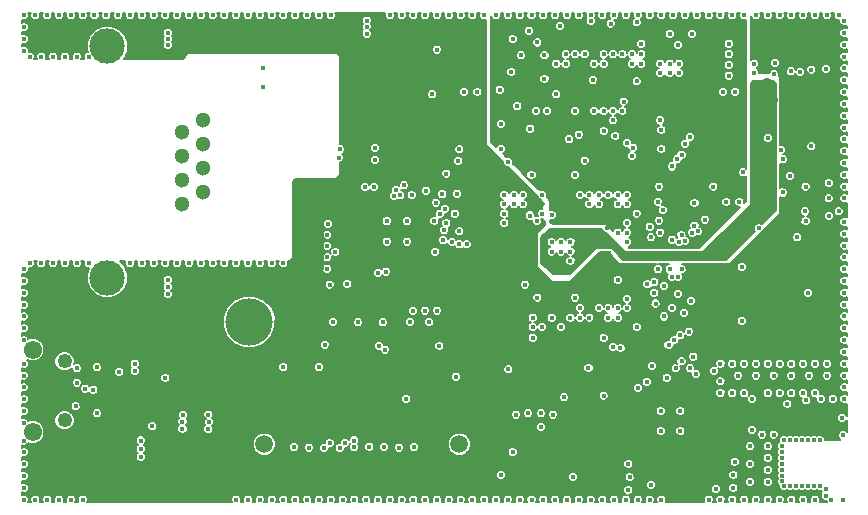
<source format=gbr>
G04 #@! TF.FileFunction,Copper,L3,Inr,Signal*
%FSLAX46Y46*%
G04 Gerber Fmt 4.6, Leading zero omitted, Abs format (unit mm)*
G04 Created by KiCad (PCBNEW 4.0.2-stable) date 2016-03-27 18:32:18*
%MOMM*%
G01*
G04 APERTURE LIST*
%ADD10C,0.100000*%
%ADD11C,1.300000*%
%ADD12C,3.000000*%
%ADD13C,1.500000*%
%ADD14C,1.250000*%
%ADD15C,1.550000*%
%ADD16C,0.400000*%
%ADD17C,4.000000*%
%ADD18C,0.300000*%
%ADD19C,1.000000*%
%ADD20C,0.500000*%
%ADD21C,0.150000*%
G04 APERTURE END LIST*
D10*
D11*
X138400000Y-96480000D03*
X140180000Y-95460000D03*
X138400000Y-94440000D03*
X140180000Y-93420000D03*
X138400000Y-92400000D03*
X140180000Y-91380000D03*
X138400000Y-90360000D03*
X140180000Y-89340000D03*
D12*
X132090000Y-102710000D03*
X132090000Y-83110000D03*
D13*
X161880000Y-116805000D03*
X145370000Y-116805000D03*
D14*
X128462540Y-109799100D03*
X128462540Y-114799100D03*
D15*
X125762540Y-108799100D03*
X125762540Y-115799100D03*
D16*
X134900000Y-116500000D03*
X134900000Y-117900000D03*
X134900000Y-117200000D03*
D17*
X144100000Y-106450000D03*
D16*
X185150000Y-99450000D03*
X174500000Y-99650000D03*
X187950000Y-86300000D03*
X186850000Y-87550000D03*
X187850000Y-87700000D03*
X188350000Y-87700000D03*
X187700000Y-93500000D03*
X187700000Y-94400000D03*
X188300000Y-95500000D03*
X180700000Y-100900000D03*
X179700000Y-100900000D03*
X178700000Y-100900000D03*
X170500000Y-101300000D03*
X169700000Y-101300000D03*
X188000000Y-120000000D03*
X188000000Y-119000000D03*
X188000000Y-118000000D03*
X188000000Y-117000000D03*
X188500000Y-116000000D03*
X187500000Y-116000000D03*
X186500000Y-117000000D03*
X186500000Y-118500000D03*
X186500000Y-120000000D03*
X185500000Y-111000000D03*
X187000000Y-111000000D03*
X188500000Y-111000000D03*
X190000000Y-111000000D03*
X191500000Y-111000000D03*
X193000000Y-111000000D03*
X193000000Y-110000000D03*
X192000000Y-110000000D03*
X191000000Y-110000000D03*
X190000000Y-110000000D03*
X189000000Y-110000000D03*
X188000000Y-110000000D03*
X187000000Y-110000000D03*
X186000000Y-110000000D03*
X185000000Y-110000000D03*
X184000000Y-110000000D03*
X184000000Y-111500000D03*
X184000000Y-112500000D03*
X185000000Y-112500000D03*
X186000000Y-112500000D03*
X188000000Y-112500000D03*
X189000000Y-112500000D03*
X190000000Y-112500000D03*
X191000000Y-112500000D03*
X192000000Y-112500000D03*
X192500000Y-113000000D03*
X193500000Y-113000000D03*
X194500000Y-113000000D03*
X194500000Y-112000000D03*
X194500000Y-111000000D03*
X194500000Y-110000000D03*
X194500000Y-109000000D03*
X194500000Y-108000000D03*
X194500000Y-107000000D03*
X194500000Y-106000000D03*
X194500000Y-105000000D03*
X194500000Y-104000000D03*
X194500000Y-103000000D03*
X194500000Y-102000000D03*
X194500000Y-101000000D03*
X194500000Y-100000000D03*
X194500000Y-99000000D03*
X194500000Y-98000000D03*
X194500000Y-96000000D03*
X194500000Y-95000000D03*
X194500000Y-94000000D03*
X194500000Y-93000000D03*
X194500000Y-92000000D03*
X194500000Y-91000000D03*
X194500000Y-90000000D03*
X194500000Y-89000000D03*
X194500000Y-88000000D03*
X194500000Y-87000000D03*
X194500000Y-86000000D03*
X194500000Y-85000000D03*
X194500000Y-84000000D03*
X194500000Y-83000000D03*
X194500000Y-82000000D03*
X194500000Y-81000000D03*
X194000000Y-80500000D03*
X193000000Y-80500000D03*
X192000000Y-80500000D03*
X191000000Y-80500000D03*
X190000000Y-80500000D03*
X189000000Y-80500000D03*
X188000000Y-80500000D03*
X187000000Y-80500000D03*
X186000000Y-80500000D03*
X185000000Y-80500000D03*
X184000000Y-80500000D03*
X183000000Y-80500000D03*
X182000000Y-80500000D03*
X181000000Y-80500000D03*
X180000000Y-80500000D03*
X179000000Y-80500000D03*
X178000000Y-80500000D03*
X177000000Y-80500000D03*
X176000000Y-80500000D03*
X175000000Y-80500000D03*
X174000000Y-80500000D03*
X173000000Y-80500000D03*
X172000000Y-80500000D03*
X171000000Y-80500000D03*
X170000000Y-80500000D03*
X169000000Y-80500000D03*
X168000000Y-80500000D03*
X167000000Y-80500000D03*
X166000000Y-80500000D03*
X165000000Y-80500000D03*
X164000000Y-80500000D03*
X163000000Y-80500000D03*
X162000000Y-80500000D03*
X161000000Y-80500000D03*
X160000000Y-80500000D03*
X159000000Y-80500000D03*
X158000000Y-80500000D03*
X157000000Y-80500000D03*
X156000000Y-80500000D03*
X151000000Y-80500000D03*
X150000000Y-80500000D03*
X149000000Y-80500000D03*
X148000000Y-80500000D03*
X147000000Y-80500000D03*
X146000000Y-80500000D03*
X145000000Y-80500000D03*
X144000000Y-80500000D03*
X143000000Y-80500000D03*
X142000000Y-80500000D03*
X141000000Y-80500000D03*
X140000000Y-80500000D03*
X139000000Y-80500000D03*
X138000000Y-80500000D03*
X130500000Y-84000000D03*
X129500000Y-84000000D03*
X128500000Y-84000000D03*
X127500000Y-84000000D03*
X126500000Y-84000000D03*
X125500000Y-84000000D03*
X125000000Y-83500000D03*
X125000000Y-82500000D03*
X125000000Y-81500000D03*
X125000000Y-80500000D03*
X126000000Y-80500000D03*
X127000000Y-80500000D03*
X128000000Y-80500000D03*
X129000000Y-80500000D03*
X130000000Y-80500000D03*
X131000000Y-80500000D03*
X132000000Y-80500000D03*
X133000000Y-80500000D03*
X134000000Y-80500000D03*
X135000000Y-80500000D03*
X136000000Y-80500000D03*
X137000000Y-80500000D03*
X147000000Y-101500000D03*
X146000000Y-101500000D03*
X145000000Y-101500000D03*
X144000000Y-101500000D03*
X143000000Y-101500000D03*
X142000000Y-101500000D03*
X141000000Y-101500000D03*
X140000000Y-101500000D03*
X139000000Y-101500000D03*
X138000000Y-101500000D03*
X134000000Y-101500000D03*
X135000000Y-101500000D03*
X136000000Y-101500000D03*
X137000000Y-101500000D03*
X130500000Y-101500000D03*
X129500000Y-101500000D03*
X128500000Y-101500000D03*
X127500000Y-101500000D03*
X126500000Y-101500000D03*
X125500000Y-101500000D03*
X125000000Y-102000000D03*
X125000000Y-103000000D03*
X125000000Y-104000000D03*
X125000000Y-105000000D03*
X125000000Y-106000000D03*
X125000000Y-107000000D03*
X125000000Y-108000000D03*
X125000000Y-110000000D03*
X125000000Y-111000000D03*
X125000000Y-112000000D03*
X125000000Y-113000000D03*
X125000000Y-114000000D03*
X125000000Y-115000000D03*
X125000000Y-116500000D03*
X125000000Y-117500000D03*
X125000000Y-118500000D03*
X125000000Y-119500000D03*
X125000000Y-120500000D03*
X125000000Y-121500000D03*
X126000000Y-121500000D03*
X127000000Y-121500000D03*
X128000000Y-121500000D03*
X129000000Y-121500000D03*
X130000000Y-121500000D03*
X143000000Y-121500000D03*
X144000000Y-121500000D03*
X145000000Y-121500000D03*
X146000000Y-121500000D03*
X147000000Y-121500000D03*
X148000000Y-121500000D03*
X149000000Y-121500000D03*
X150000000Y-121500000D03*
X151000000Y-121500000D03*
X152000000Y-121500000D03*
X153000000Y-121500000D03*
X154000000Y-121500000D03*
X155000000Y-121500000D03*
X156000000Y-121500000D03*
X157000000Y-121500000D03*
X158000000Y-121500000D03*
X159000000Y-121500000D03*
X160000000Y-121500000D03*
X161000000Y-121500000D03*
X162000000Y-121500000D03*
X163000000Y-121500000D03*
X164000000Y-121500000D03*
X165000000Y-121500000D03*
X166000000Y-121500000D03*
X167000000Y-121500000D03*
X168000000Y-121500000D03*
X169000000Y-121500000D03*
X170000000Y-121500000D03*
X171000000Y-121500000D03*
X172000000Y-121500000D03*
X173000000Y-121500000D03*
X174000000Y-121500000D03*
X175000000Y-121500000D03*
X176000000Y-121500000D03*
X177000000Y-121500000D03*
X178000000Y-121500000D03*
X179000000Y-121500000D03*
X183000000Y-121500000D03*
X184000000Y-121500000D03*
X185000000Y-121500000D03*
X186000000Y-121500000D03*
X187000000Y-121500000D03*
X188000000Y-121500000D03*
X189000000Y-121500000D03*
X190000000Y-121500000D03*
X191000000Y-121500000D03*
X192000000Y-121500000D03*
X185250000Y-87000000D03*
X171500000Y-119600000D03*
X191700000Y-91600000D03*
X165400000Y-119400000D03*
X166400000Y-117500000D03*
X129400000Y-113600000D03*
X133100000Y-110700000D03*
X134400000Y-110600000D03*
X134400000Y-110000000D03*
X131200000Y-110300000D03*
X174100000Y-112700000D03*
X150500000Y-108400000D03*
X160200000Y-108500000D03*
X161600000Y-111100000D03*
X150000000Y-110300000D03*
X147000000Y-110300000D03*
X158050000Y-117075000D03*
X156800000Y-117100000D03*
X155525000Y-117050000D03*
X154275000Y-117025000D03*
X152975000Y-117075000D03*
X151750000Y-117125000D03*
X150450000Y-117125000D03*
X149175000Y-117100000D03*
X147900000Y-117075000D03*
X166050000Y-110475000D03*
X170750000Y-112850000D03*
X172825000Y-110350000D03*
X163425000Y-87000000D03*
X162275000Y-87000000D03*
X183450000Y-110600000D03*
X140650000Y-115550000D03*
X140700000Y-114950000D03*
X140650000Y-114300000D03*
X138450000Y-115500000D03*
X138450000Y-114900000D03*
X138500000Y-114350000D03*
X191150000Y-97100000D03*
X191200000Y-95000000D03*
X186850000Y-84600000D03*
X188600000Y-84550000D03*
X188550000Y-85500000D03*
X186850000Y-85350000D03*
X192950000Y-85050000D03*
X191700000Y-85100000D03*
X190750000Y-85300000D03*
X189950000Y-85250000D03*
X193150000Y-94700000D03*
X193150000Y-96000000D03*
X159350000Y-106450000D03*
X157700000Y-106450000D03*
X155400000Y-106500000D03*
X153300000Y-106500000D03*
X151200000Y-106450000D03*
X161900000Y-91850000D03*
X178930451Y-115692783D03*
X180605451Y-115692783D03*
X180605451Y-114017783D03*
X178930451Y-114017783D03*
X155737500Y-99662500D03*
X157462500Y-99662500D03*
X157462500Y-97937500D03*
X155737500Y-97937500D03*
X180200000Y-110400000D03*
X177000000Y-112050000D03*
X168500000Y-104400000D03*
X167450000Y-103300000D03*
X150900000Y-103300000D03*
X150700000Y-101950000D03*
X150700000Y-101000000D03*
X150700000Y-100050000D03*
X150700000Y-99100000D03*
X150750000Y-98150000D03*
X160000000Y-105500000D03*
X159000000Y-105500000D03*
X151400000Y-100550000D03*
X152400000Y-103250000D03*
X157950000Y-105550000D03*
X160000000Y-83400000D03*
X159600000Y-87200000D03*
X154050000Y-82050000D03*
X154050000Y-80950000D03*
X154050000Y-81450000D03*
X137200000Y-104100000D03*
X137200000Y-102900000D03*
X137200000Y-103500000D03*
X137200000Y-83000000D03*
X137200000Y-82000000D03*
X137200000Y-82500000D03*
X189300000Y-95500000D03*
X189900000Y-94100000D03*
X189300000Y-92700000D03*
X167800000Y-81800000D03*
X165300000Y-86800000D03*
X185600000Y-96300000D03*
X176900000Y-81100000D03*
X174700000Y-81200000D03*
X173000000Y-81000000D03*
X184500000Y-96300000D03*
X165400000Y-89700000D03*
X165400000Y-91800000D03*
X188000000Y-90900000D03*
X189100000Y-91900000D03*
X185900000Y-93800000D03*
X181400000Y-110400000D03*
X185100000Y-120500000D03*
X185100000Y-119400000D03*
X185200000Y-118300000D03*
X176200000Y-120700000D03*
X176300000Y-119600000D03*
X176200000Y-118500000D03*
X178200000Y-110200000D03*
X178100000Y-120249998D03*
X183600000Y-120600000D03*
X194300000Y-114600000D03*
X194394717Y-116067951D03*
X189667951Y-113405283D03*
X186667951Y-115605283D03*
X186667951Y-113005283D03*
X191267951Y-113105283D03*
X192394717Y-116467951D03*
X191894717Y-116467951D03*
X191394717Y-116467951D03*
X190894717Y-116467951D03*
X190394717Y-116467951D03*
X189894717Y-116467951D03*
X189394717Y-116467951D03*
X189194717Y-116967951D03*
X189194717Y-117467951D03*
X189194717Y-117967951D03*
X189194717Y-118467951D03*
X189194717Y-118967951D03*
X189194717Y-119467951D03*
X189194717Y-119967951D03*
X189394717Y-120367951D03*
X189894717Y-120367951D03*
X190394717Y-120367951D03*
X190894717Y-120367951D03*
X191394717Y-120367951D03*
X191894717Y-120367951D03*
X192394717Y-120367951D03*
X192894717Y-120567951D03*
X192894717Y-121167951D03*
X193394717Y-121567951D03*
X194394717Y-121567951D03*
X174100000Y-107800000D03*
X176900000Y-106900000D03*
X193200000Y-97500000D03*
X191200000Y-97900000D03*
X190500000Y-99300000D03*
X191400000Y-104000000D03*
X185800000Y-106400000D03*
X185800000Y-101800000D03*
X178700000Y-102000000D03*
X179700000Y-102000000D03*
X180700000Y-102000000D03*
X166300000Y-85300000D03*
X167100000Y-83900000D03*
X166400000Y-82500000D03*
X179700000Y-82100000D03*
X181600000Y-82100000D03*
X184700000Y-82900000D03*
X184700000Y-83800000D03*
X184700000Y-84700000D03*
X184700000Y-85600000D03*
X184200000Y-87000000D03*
X171300000Y-101300000D03*
X171300000Y-100500000D03*
X170500000Y-100500000D03*
X169700000Y-100500000D03*
X169700000Y-99700000D03*
X170500000Y-99700000D03*
X171300000Y-99700000D03*
X168900000Y-97299800D03*
X168900000Y-95700000D03*
X170100000Y-84600000D03*
X170900000Y-83800000D03*
X172500000Y-83800000D03*
X173302040Y-84600000D03*
X175700000Y-83800000D03*
X176500000Y-84600000D03*
X177300000Y-82900000D03*
X180400000Y-83000000D03*
X179000000Y-90200000D03*
X175800000Y-87800000D03*
X169300000Y-88600000D03*
X171700000Y-88600000D03*
X174900000Y-88602840D03*
X174100000Y-88600000D03*
X169800000Y-120200000D03*
X168600000Y-117700000D03*
X174300000Y-117900000D03*
X173200000Y-117900000D03*
X170900000Y-104400000D03*
X161600000Y-111900000D03*
X154500000Y-110500000D03*
X155500000Y-110500000D03*
X156500000Y-110500000D03*
X159350000Y-113250000D03*
X159325000Y-117100000D03*
X131500000Y-120450000D03*
X131550000Y-120000000D03*
X138450000Y-120000000D03*
X138450000Y-119350000D03*
X138450000Y-118700000D03*
X140750000Y-119900000D03*
X140750000Y-118700000D03*
X140750000Y-119300000D03*
X190450000Y-97100000D03*
X190450000Y-95000000D03*
X189650000Y-86400000D03*
X192950000Y-83550000D03*
X191750000Y-83550000D03*
X189700000Y-83500000D03*
X192500000Y-94750000D03*
X192450000Y-96000000D03*
X158300000Y-106450000D03*
X156650000Y-106450000D03*
X154550000Y-106500000D03*
X152600000Y-106450000D03*
X150450000Y-106450000D03*
X163000000Y-97700000D03*
X179950000Y-105900000D03*
X158950000Y-94350000D03*
X153675010Y-98050000D03*
X159650000Y-99050000D03*
X154750000Y-101800000D03*
X169300000Y-104400000D03*
X167400000Y-100100000D03*
X150200000Y-103300000D03*
X148450000Y-101950000D03*
X148400000Y-101000000D03*
X148400000Y-100050000D03*
X148400000Y-99100000D03*
X148350000Y-98150000D03*
X158500000Y-83400000D03*
X157575000Y-92175000D03*
X158600000Y-92200000D03*
X160800000Y-92200000D03*
X159700000Y-89400000D03*
X160800000Y-85700000D03*
X158500000Y-85600000D03*
X157500000Y-85800000D03*
X184500000Y-120500000D03*
X184400000Y-119400000D03*
X184400000Y-118300000D03*
X175400000Y-120700000D03*
X175300000Y-119600000D03*
X175300000Y-118500000D03*
X182867951Y-113605283D03*
X181267951Y-111705283D03*
X180267951Y-111705283D03*
X178167951Y-117905283D03*
X179767951Y-118105283D03*
X181367951Y-118105283D03*
X183167951Y-115905283D03*
X177600000Y-106800000D03*
X192500000Y-97400000D03*
X189000000Y-97900000D03*
X189600000Y-99400000D03*
X193200000Y-99400000D03*
X186700000Y-104900000D03*
X187400000Y-106400000D03*
X174600000Y-101400000D03*
X174600000Y-100600000D03*
X167300000Y-94900000D03*
X168900000Y-96500000D03*
X168100000Y-95700000D03*
X167000000Y-81800000D03*
X165400000Y-87800000D03*
X184700000Y-95600000D03*
X175800000Y-81100000D03*
X173700000Y-81100000D03*
X171400000Y-81200000D03*
X184500000Y-97200000D03*
X165400000Y-88900000D03*
X165400000Y-90800000D03*
X185100000Y-94200000D03*
X185700000Y-82400000D03*
X185700000Y-82900000D03*
X165700000Y-85300000D03*
X164900000Y-83900000D03*
X165700000Y-82500000D03*
X178900000Y-82100000D03*
X180700000Y-82100000D03*
X182500000Y-82900000D03*
X182500000Y-83800000D03*
X182500000Y-84700000D03*
X182500000Y-85600000D03*
X182500000Y-86500000D03*
X181500000Y-89900000D03*
X175700000Y-89400000D03*
X171700000Y-84600000D03*
X171700000Y-83000000D03*
X170100000Y-83000000D03*
X174195312Y-86348252D03*
X173300000Y-83000000D03*
X174900000Y-83000000D03*
X176500000Y-83000000D03*
X178900000Y-83000000D03*
X171300000Y-87700000D03*
X169400000Y-90100000D03*
X171300000Y-90200000D03*
X172500000Y-90300000D03*
X174900000Y-87800000D03*
X174100000Y-89400000D03*
X171700000Y-97300000D03*
X174400000Y-98500000D03*
X174100000Y-97300000D03*
X187228193Y-98503193D03*
X172908129Y-106087691D03*
X165990172Y-92934828D03*
X168000000Y-94000000D03*
X167700000Y-114200000D03*
X168100000Y-106900000D03*
X166700000Y-114300000D03*
X168100000Y-106100000D03*
X168800000Y-114200000D03*
X168900000Y-106900000D03*
X168800000Y-115350002D03*
X177750000Y-111550000D03*
X169800000Y-114300000D03*
X169700000Y-106100000D03*
X170500000Y-106900000D03*
X181924999Y-110874999D03*
X137000000Y-111200000D03*
X135900000Y-115300000D03*
X150900000Y-116700000D03*
X171700000Y-104400000D03*
X179450000Y-111200000D03*
X129500000Y-110400000D03*
X131200000Y-114200000D03*
X173300000Y-88600000D03*
X171700000Y-94000000D03*
X172497660Y-92802340D03*
X173200000Y-86000000D03*
X172000000Y-90600000D03*
X170900000Y-84600000D03*
X176900000Y-86100000D03*
X176500000Y-92400000D03*
X168400000Y-88600000D03*
X166800000Y-88200000D03*
X171700000Y-83800000D03*
X171200000Y-91000000D03*
X174100000Y-83800000D03*
X175100000Y-90700000D03*
X174900000Y-83800000D03*
X176100000Y-91300000D03*
X176600000Y-91700000D03*
X175700000Y-88600000D03*
X183400000Y-95000000D03*
X178800000Y-95000000D03*
X178900000Y-89400000D03*
X169700000Y-97400000D03*
X170400000Y-81400000D03*
X168500000Y-82800000D03*
X177300000Y-84600000D03*
X172100000Y-95700000D03*
X177299900Y-83800000D03*
X172900000Y-95700000D03*
X169100000Y-83900000D03*
X173700000Y-95700000D03*
X170100000Y-87200000D03*
X174500000Y-95700000D03*
X174100000Y-90300000D03*
X175300000Y-95700000D03*
X167900000Y-90100000D03*
X176100000Y-95700000D03*
X178700000Y-96300000D03*
X181800000Y-96400000D03*
X181400000Y-90800000D03*
X180500000Y-85400000D03*
X169100000Y-85900000D03*
X173700000Y-96500000D03*
X175300000Y-96500000D03*
X174100000Y-84600000D03*
X176100000Y-96500000D03*
X174900000Y-89400000D03*
X176900000Y-97291671D03*
X179000000Y-91800000D03*
X178800000Y-97874980D03*
X181800000Y-98300000D03*
X179100000Y-97000000D03*
X182700000Y-97800000D03*
X182100000Y-98800000D03*
X176100000Y-98100000D03*
X178900000Y-98900000D03*
X180700000Y-99100000D03*
X180700000Y-92300000D03*
X179700000Y-85400000D03*
X178000000Y-98400000D03*
X181600000Y-98900000D03*
X181000000Y-91400000D03*
X179700000Y-84600000D03*
X180500000Y-84600000D03*
X175300000Y-98900300D03*
X181000000Y-99600000D03*
X176100000Y-98900000D03*
X178100000Y-99300000D03*
X179900000Y-99500000D03*
X179900000Y-93300000D03*
X178900000Y-85400000D03*
X180500000Y-99700000D03*
X180300000Y-92700000D03*
X178900000Y-84600000D03*
X176100000Y-99700000D03*
X179900000Y-105300000D03*
X179891165Y-102644177D03*
X178400000Y-103100000D03*
X175300000Y-102900000D03*
X180900000Y-105700000D03*
X177812388Y-103275010D03*
X180400000Y-104100000D03*
X180400000Y-102650002D03*
X181500000Y-104700000D03*
X176100000Y-104500000D03*
X178400000Y-104000000D03*
X178500000Y-104900000D03*
X181700000Y-109400000D03*
X173700000Y-105300000D03*
X181324999Y-107275001D03*
X174500000Y-105300000D03*
X180100000Y-108000000D03*
X175300000Y-105300000D03*
X180600000Y-107600000D03*
X176100000Y-105300000D03*
X180700000Y-109800000D03*
X174500000Y-106100000D03*
X179600000Y-108400000D03*
X175300000Y-106100000D03*
X179200000Y-106000000D03*
X179200000Y-103400013D03*
X176500000Y-83800000D03*
X172900000Y-96500000D03*
X145300000Y-86600000D03*
X145300000Y-85000000D03*
X154750000Y-92750000D03*
X151700000Y-92550000D03*
X154750000Y-91750000D03*
X151800000Y-91850000D03*
X162500000Y-99900000D03*
X165700000Y-96500000D03*
X161850000Y-99900000D03*
X166500000Y-96500000D03*
X159850000Y-100550000D03*
X160800000Y-93900000D03*
X167850000Y-97450000D03*
X161250000Y-99700000D03*
X160500000Y-99550000D03*
X165700000Y-97300000D03*
X160450000Y-95650000D03*
X160600000Y-98700000D03*
X160800000Y-98100000D03*
X165700000Y-98100000D03*
X159050000Y-95350000D03*
X165700000Y-95700000D03*
X157850000Y-95700000D03*
X167300000Y-95700000D03*
X161800000Y-92850000D03*
X157200000Y-94900000D03*
X167300000Y-96500000D03*
X160650000Y-96900000D03*
X156900000Y-95750000D03*
X160250000Y-97300000D03*
X156385183Y-95795161D03*
X159900000Y-96350000D03*
X156550000Y-95300000D03*
X154650000Y-95050000D03*
X166500000Y-95700000D03*
X168450000Y-97900000D03*
X153900000Y-95050000D03*
X152200000Y-116700000D03*
X172100000Y-106100000D03*
X153000000Y-116500000D03*
X172100000Y-105300000D03*
X157400000Y-113000000D03*
X171300000Y-106100000D03*
X155100000Y-108500000D03*
X155700000Y-102200000D03*
X155600000Y-108800000D03*
X155000000Y-102300000D03*
X161500000Y-97300000D03*
X161900000Y-98799989D03*
X159782327Y-97917673D03*
X161700000Y-95600000D03*
X130900000Y-112200000D03*
X129500000Y-111600000D03*
X175534828Y-108665172D03*
X130200000Y-112100000D03*
X174900000Y-108600000D03*
X168100000Y-107800000D03*
X194000000Y-97100000D03*
D18*
X188300000Y-95500000D02*
X188050000Y-95750000D01*
D19*
X188050000Y-95750000D02*
X188050000Y-93900000D01*
X188050000Y-93900000D02*
X188050000Y-93050000D01*
D18*
X187700000Y-94400000D02*
X188050000Y-94050000D01*
X188050000Y-94050000D02*
X188050000Y-93900000D01*
X187700000Y-93500000D02*
X188050000Y-93150000D01*
X188050000Y-93150000D02*
X188050000Y-93050000D01*
D20*
X178700000Y-100900000D02*
X178200000Y-100900000D01*
X178200000Y-100900000D02*
X175750000Y-100900000D01*
D18*
X180700000Y-100900000D02*
X178200000Y-100900000D01*
X179700000Y-100900000D02*
X178700000Y-100900000D01*
X180700000Y-100900000D02*
X179700000Y-100900000D01*
D20*
X181200000Y-100900000D02*
X182600000Y-100900000D01*
D18*
X180700000Y-100900000D02*
X181200000Y-100900000D01*
D19*
X184150000Y-100450000D02*
X185150000Y-99450000D01*
X185150000Y-99450000D02*
X188250000Y-96350000D01*
X184150000Y-100750000D02*
X184150000Y-100450000D01*
X183050000Y-100750000D02*
X184150000Y-100750000D01*
X187200000Y-95100000D02*
X187200000Y-95800000D01*
X187199999Y-95099999D02*
X187200000Y-95100000D01*
X187515998Y-90200000D02*
X187199999Y-90515999D01*
X187199999Y-90515999D02*
X187199999Y-95099999D01*
X187850000Y-87700000D02*
X187850000Y-89865998D01*
X187850000Y-89865998D02*
X187515998Y-90200000D01*
X187850000Y-87700000D02*
X187850000Y-86400000D01*
X187850000Y-86400000D02*
X187950000Y-86300000D01*
X188200000Y-87550000D02*
X188350000Y-87700000D01*
X183050000Y-100750000D02*
X188050000Y-95750000D01*
D20*
X178700000Y-100900000D02*
X180700000Y-100900000D01*
X169700000Y-101300000D02*
X170500000Y-101300000D01*
X175750000Y-100900000D02*
X174500000Y-99650000D01*
X174500000Y-99650000D02*
X173900000Y-99650000D01*
X173900000Y-99650000D02*
X173100000Y-98850000D01*
X173100000Y-98850000D02*
X169550000Y-98850000D01*
X169550000Y-98850000D02*
X169100000Y-99300000D01*
X169100000Y-99300000D02*
X169100000Y-101050000D01*
X169100000Y-101050000D02*
X169350000Y-101300000D01*
X169350000Y-101300000D02*
X169700000Y-101300000D01*
D18*
X148350000Y-98150000D02*
X149650000Y-98150000D01*
X148400000Y-99100000D02*
X150033998Y-99100000D01*
X150033998Y-99100000D02*
X150400000Y-99466002D01*
X150400000Y-100633998D02*
X148983998Y-100633998D01*
X148983998Y-100633998D02*
X148400000Y-100050000D01*
X148400000Y-101000000D02*
X150033998Y-101000000D01*
X150033998Y-101000000D02*
X150400000Y-100633998D01*
X149750000Y-101950000D02*
X150300000Y-102500000D01*
X148450000Y-101950000D02*
X149750000Y-101950000D01*
D21*
X174600000Y-100600000D02*
X174600000Y-101400000D01*
D19*
X149150000Y-98400000D02*
X149150000Y-101300000D01*
X149000001Y-98250001D02*
X149150000Y-98400000D01*
X149899999Y-98250001D02*
X149000001Y-98250001D01*
X149849999Y-101950000D02*
X149899999Y-101900000D01*
X149899999Y-101900000D02*
X149899999Y-98250001D01*
X148450000Y-101950000D02*
X149849999Y-101950000D01*
X148350000Y-98150000D02*
X148350000Y-101850000D01*
X148350000Y-101850000D02*
X148450000Y-101950000D01*
D20*
X168900000Y-96500000D02*
X168617158Y-96500000D01*
X168617158Y-96500000D02*
X168567158Y-96550000D01*
X168100000Y-95700000D02*
X168100000Y-95982842D01*
X167300000Y-94900000D02*
X166900000Y-94900000D01*
D18*
X174400000Y-98500000D02*
X174650000Y-98250000D01*
D21*
G36*
X125575074Y-80415091D02*
X125574927Y-80584167D01*
X125639493Y-80740429D01*
X125758943Y-80860087D01*
X125915091Y-80924926D01*
X126084167Y-80925073D01*
X126240429Y-80860507D01*
X126360087Y-80741057D01*
X126424926Y-80584909D01*
X126425073Y-80415833D01*
X126387542Y-80325000D01*
X126612483Y-80325000D01*
X126575074Y-80415091D01*
X126574927Y-80584167D01*
X126639493Y-80740429D01*
X126758943Y-80860087D01*
X126915091Y-80924926D01*
X127084167Y-80925073D01*
X127240429Y-80860507D01*
X127360087Y-80741057D01*
X127424926Y-80584909D01*
X127425073Y-80415833D01*
X127387542Y-80325000D01*
X127612483Y-80325000D01*
X127575074Y-80415091D01*
X127574927Y-80584167D01*
X127639493Y-80740429D01*
X127758943Y-80860087D01*
X127915091Y-80924926D01*
X128084167Y-80925073D01*
X128240429Y-80860507D01*
X128360087Y-80741057D01*
X128424926Y-80584909D01*
X128425073Y-80415833D01*
X128387542Y-80325000D01*
X128612483Y-80325000D01*
X128575074Y-80415091D01*
X128574927Y-80584167D01*
X128639493Y-80740429D01*
X128758943Y-80860087D01*
X128915091Y-80924926D01*
X129084167Y-80925073D01*
X129240429Y-80860507D01*
X129360087Y-80741057D01*
X129424926Y-80584909D01*
X129425073Y-80415833D01*
X129387542Y-80325000D01*
X129612483Y-80325000D01*
X129575074Y-80415091D01*
X129574927Y-80584167D01*
X129639493Y-80740429D01*
X129758943Y-80860087D01*
X129915091Y-80924926D01*
X130084167Y-80925073D01*
X130240429Y-80860507D01*
X130360087Y-80741057D01*
X130424926Y-80584909D01*
X130425073Y-80415833D01*
X130387542Y-80325000D01*
X130612483Y-80325000D01*
X130575074Y-80415091D01*
X130574927Y-80584167D01*
X130639493Y-80740429D01*
X130758943Y-80860087D01*
X130915091Y-80924926D01*
X131084167Y-80925073D01*
X131240429Y-80860507D01*
X131360087Y-80741057D01*
X131424926Y-80584909D01*
X131425073Y-80415833D01*
X131387542Y-80325000D01*
X131612483Y-80325000D01*
X131575074Y-80415091D01*
X131574927Y-80584167D01*
X131639493Y-80740429D01*
X131758943Y-80860087D01*
X131915091Y-80924926D01*
X132084167Y-80925073D01*
X132240429Y-80860507D01*
X132360087Y-80741057D01*
X132424926Y-80584909D01*
X132425073Y-80415833D01*
X132387542Y-80325000D01*
X132612483Y-80325000D01*
X132575074Y-80415091D01*
X132574927Y-80584167D01*
X132639493Y-80740429D01*
X132758943Y-80860087D01*
X132915091Y-80924926D01*
X133084167Y-80925073D01*
X133240429Y-80860507D01*
X133360087Y-80741057D01*
X133424926Y-80584909D01*
X133425073Y-80415833D01*
X133387542Y-80325000D01*
X133612483Y-80325000D01*
X133575074Y-80415091D01*
X133574927Y-80584167D01*
X133639493Y-80740429D01*
X133758943Y-80860087D01*
X133915091Y-80924926D01*
X134084167Y-80925073D01*
X134240429Y-80860507D01*
X134360087Y-80741057D01*
X134424926Y-80584909D01*
X134425073Y-80415833D01*
X134387542Y-80325000D01*
X134612483Y-80325000D01*
X134575074Y-80415091D01*
X134574927Y-80584167D01*
X134639493Y-80740429D01*
X134758943Y-80860087D01*
X134915091Y-80924926D01*
X135084167Y-80925073D01*
X135240429Y-80860507D01*
X135360087Y-80741057D01*
X135424926Y-80584909D01*
X135425073Y-80415833D01*
X135387542Y-80325000D01*
X135612483Y-80325000D01*
X135575074Y-80415091D01*
X135574927Y-80584167D01*
X135639493Y-80740429D01*
X135758943Y-80860087D01*
X135915091Y-80924926D01*
X136084167Y-80925073D01*
X136240429Y-80860507D01*
X136360087Y-80741057D01*
X136424926Y-80584909D01*
X136425073Y-80415833D01*
X136387542Y-80325000D01*
X136612483Y-80325000D01*
X136575074Y-80415091D01*
X136574927Y-80584167D01*
X136639493Y-80740429D01*
X136758943Y-80860087D01*
X136915091Y-80924926D01*
X137084167Y-80925073D01*
X137240429Y-80860507D01*
X137360087Y-80741057D01*
X137424926Y-80584909D01*
X137425073Y-80415833D01*
X137387542Y-80325000D01*
X137612483Y-80325000D01*
X137575074Y-80415091D01*
X137574927Y-80584167D01*
X137639493Y-80740429D01*
X137758943Y-80860087D01*
X137915091Y-80924926D01*
X138084167Y-80925073D01*
X138240429Y-80860507D01*
X138360087Y-80741057D01*
X138424926Y-80584909D01*
X138425073Y-80415833D01*
X138387542Y-80325000D01*
X138612483Y-80325000D01*
X138575074Y-80415091D01*
X138574927Y-80584167D01*
X138639493Y-80740429D01*
X138758943Y-80860087D01*
X138915091Y-80924926D01*
X139084167Y-80925073D01*
X139240429Y-80860507D01*
X139360087Y-80741057D01*
X139424926Y-80584909D01*
X139425073Y-80415833D01*
X139387542Y-80325000D01*
X139612483Y-80325000D01*
X139575074Y-80415091D01*
X139574927Y-80584167D01*
X139639493Y-80740429D01*
X139758943Y-80860087D01*
X139915091Y-80924926D01*
X140084167Y-80925073D01*
X140240429Y-80860507D01*
X140360087Y-80741057D01*
X140424926Y-80584909D01*
X140425073Y-80415833D01*
X140387542Y-80325000D01*
X140612483Y-80325000D01*
X140575074Y-80415091D01*
X140574927Y-80584167D01*
X140639493Y-80740429D01*
X140758943Y-80860087D01*
X140915091Y-80924926D01*
X141084167Y-80925073D01*
X141240429Y-80860507D01*
X141360087Y-80741057D01*
X141424926Y-80584909D01*
X141425073Y-80415833D01*
X141387542Y-80325000D01*
X141612483Y-80325000D01*
X141575074Y-80415091D01*
X141574927Y-80584167D01*
X141639493Y-80740429D01*
X141758943Y-80860087D01*
X141915091Y-80924926D01*
X142084167Y-80925073D01*
X142240429Y-80860507D01*
X142360087Y-80741057D01*
X142424926Y-80584909D01*
X142425073Y-80415833D01*
X142387542Y-80325000D01*
X142612483Y-80325000D01*
X142575074Y-80415091D01*
X142574927Y-80584167D01*
X142639493Y-80740429D01*
X142758943Y-80860087D01*
X142915091Y-80924926D01*
X143084167Y-80925073D01*
X143240429Y-80860507D01*
X143360087Y-80741057D01*
X143424926Y-80584909D01*
X143425073Y-80415833D01*
X143387542Y-80325000D01*
X143612483Y-80325000D01*
X143575074Y-80415091D01*
X143574927Y-80584167D01*
X143639493Y-80740429D01*
X143758943Y-80860087D01*
X143915091Y-80924926D01*
X144084167Y-80925073D01*
X144240429Y-80860507D01*
X144360087Y-80741057D01*
X144424926Y-80584909D01*
X144425073Y-80415833D01*
X144387542Y-80325000D01*
X144612483Y-80325000D01*
X144575074Y-80415091D01*
X144574927Y-80584167D01*
X144639493Y-80740429D01*
X144758943Y-80860087D01*
X144915091Y-80924926D01*
X145084167Y-80925073D01*
X145240429Y-80860507D01*
X145360087Y-80741057D01*
X145424926Y-80584909D01*
X145425073Y-80415833D01*
X145387542Y-80325000D01*
X145612483Y-80325000D01*
X145575074Y-80415091D01*
X145574927Y-80584167D01*
X145639493Y-80740429D01*
X145758943Y-80860087D01*
X145915091Y-80924926D01*
X146084167Y-80925073D01*
X146240429Y-80860507D01*
X146360087Y-80741057D01*
X146424926Y-80584909D01*
X146425073Y-80415833D01*
X146387542Y-80325000D01*
X146612483Y-80325000D01*
X146575074Y-80415091D01*
X146574927Y-80584167D01*
X146639493Y-80740429D01*
X146758943Y-80860087D01*
X146915091Y-80924926D01*
X147084167Y-80925073D01*
X147240429Y-80860507D01*
X147360087Y-80741057D01*
X147424926Y-80584909D01*
X147425073Y-80415833D01*
X147387542Y-80325000D01*
X147612483Y-80325000D01*
X147575074Y-80415091D01*
X147574927Y-80584167D01*
X147639493Y-80740429D01*
X147758943Y-80860087D01*
X147915091Y-80924926D01*
X148084167Y-80925073D01*
X148240429Y-80860507D01*
X148360087Y-80741057D01*
X148424926Y-80584909D01*
X148425073Y-80415833D01*
X148387542Y-80325000D01*
X148612483Y-80325000D01*
X148575074Y-80415091D01*
X148574927Y-80584167D01*
X148639493Y-80740429D01*
X148758943Y-80860087D01*
X148915091Y-80924926D01*
X149084167Y-80925073D01*
X149240429Y-80860507D01*
X149360087Y-80741057D01*
X149424926Y-80584909D01*
X149425073Y-80415833D01*
X149387542Y-80325000D01*
X149612483Y-80325000D01*
X149575074Y-80415091D01*
X149574927Y-80584167D01*
X149639493Y-80740429D01*
X149758943Y-80860087D01*
X149915091Y-80924926D01*
X150084167Y-80925073D01*
X150240429Y-80860507D01*
X150360087Y-80741057D01*
X150424926Y-80584909D01*
X150425073Y-80415833D01*
X150387542Y-80325000D01*
X150612483Y-80325000D01*
X150575074Y-80415091D01*
X150574927Y-80584167D01*
X150639493Y-80740429D01*
X150758943Y-80860087D01*
X150915091Y-80924926D01*
X151084167Y-80925073D01*
X151240429Y-80860507D01*
X151360087Y-80741057D01*
X151424926Y-80584909D01*
X151425073Y-80415833D01*
X151387542Y-80325000D01*
X155612483Y-80325000D01*
X155575074Y-80415091D01*
X155574927Y-80584167D01*
X155639493Y-80740429D01*
X155758943Y-80860087D01*
X155915091Y-80924926D01*
X156084167Y-80925073D01*
X156240429Y-80860507D01*
X156360087Y-80741057D01*
X156424926Y-80584909D01*
X156425073Y-80415833D01*
X156387542Y-80325000D01*
X156612483Y-80325000D01*
X156575074Y-80415091D01*
X156574927Y-80584167D01*
X156639493Y-80740429D01*
X156758943Y-80860087D01*
X156915091Y-80924926D01*
X157084167Y-80925073D01*
X157240429Y-80860507D01*
X157360087Y-80741057D01*
X157424926Y-80584909D01*
X157425073Y-80415833D01*
X157387542Y-80325000D01*
X157612483Y-80325000D01*
X157575074Y-80415091D01*
X157574927Y-80584167D01*
X157639493Y-80740429D01*
X157758943Y-80860087D01*
X157915091Y-80924926D01*
X158084167Y-80925073D01*
X158240429Y-80860507D01*
X158360087Y-80741057D01*
X158424926Y-80584909D01*
X158425073Y-80415833D01*
X158387542Y-80325000D01*
X158612483Y-80325000D01*
X158575074Y-80415091D01*
X158574927Y-80584167D01*
X158639493Y-80740429D01*
X158758943Y-80860087D01*
X158915091Y-80924926D01*
X159084167Y-80925073D01*
X159240429Y-80860507D01*
X159360087Y-80741057D01*
X159424926Y-80584909D01*
X159425073Y-80415833D01*
X159387542Y-80325000D01*
X159612483Y-80325000D01*
X159575074Y-80415091D01*
X159574927Y-80584167D01*
X159639493Y-80740429D01*
X159758943Y-80860087D01*
X159915091Y-80924926D01*
X160084167Y-80925073D01*
X160240429Y-80860507D01*
X160360087Y-80741057D01*
X160424926Y-80584909D01*
X160425073Y-80415833D01*
X160387542Y-80325000D01*
X160612483Y-80325000D01*
X160575074Y-80415091D01*
X160574927Y-80584167D01*
X160639493Y-80740429D01*
X160758943Y-80860087D01*
X160915091Y-80924926D01*
X161084167Y-80925073D01*
X161240429Y-80860507D01*
X161360087Y-80741057D01*
X161424926Y-80584909D01*
X161425073Y-80415833D01*
X161387542Y-80325000D01*
X161612483Y-80325000D01*
X161575074Y-80415091D01*
X161574927Y-80584167D01*
X161639493Y-80740429D01*
X161758943Y-80860087D01*
X161915091Y-80924926D01*
X162084167Y-80925073D01*
X162240429Y-80860507D01*
X162360087Y-80741057D01*
X162424926Y-80584909D01*
X162425073Y-80415833D01*
X162387542Y-80325000D01*
X162612483Y-80325000D01*
X162575074Y-80415091D01*
X162574927Y-80584167D01*
X162639493Y-80740429D01*
X162758943Y-80860087D01*
X162915091Y-80924926D01*
X163084167Y-80925073D01*
X163240429Y-80860507D01*
X163360087Y-80741057D01*
X163424926Y-80584909D01*
X163425073Y-80415833D01*
X163387542Y-80325000D01*
X163612483Y-80325000D01*
X163575074Y-80415091D01*
X163574927Y-80584167D01*
X163639493Y-80740429D01*
X163758943Y-80860087D01*
X163915091Y-80924926D01*
X164084167Y-80925073D01*
X164175000Y-80887542D01*
X164175000Y-91500000D01*
X164180909Y-91529179D01*
X164196967Y-91553033D01*
X165565184Y-92921250D01*
X165565099Y-93018995D01*
X165629665Y-93175257D01*
X165749115Y-93294915D01*
X165905263Y-93359754D01*
X166003774Y-93359840D01*
X168507899Y-95863965D01*
X168539493Y-95940429D01*
X168658943Y-96060087D01*
X168736031Y-96092097D01*
X168925000Y-96281066D01*
X168925000Y-96874822D01*
X168815833Y-96874727D01*
X168659571Y-96939293D01*
X168539913Y-97058743D01*
X168475074Y-97214891D01*
X168474927Y-97383967D01*
X168512564Y-97475055D01*
X168365833Y-97474927D01*
X168274945Y-97512481D01*
X168275073Y-97365833D01*
X168210507Y-97209571D01*
X168091057Y-97089913D01*
X167934909Y-97025074D01*
X167765833Y-97024927D01*
X167609571Y-97089493D01*
X167489913Y-97208943D01*
X167425074Y-97365091D01*
X167424927Y-97534167D01*
X167489493Y-97690429D01*
X167608943Y-97810087D01*
X167765091Y-97874926D01*
X167934167Y-97875073D01*
X168025055Y-97837519D01*
X168024927Y-97984167D01*
X168089493Y-98140429D01*
X168208943Y-98260087D01*
X168365091Y-98324926D01*
X168534167Y-98325073D01*
X168690429Y-98260507D01*
X168810087Y-98141057D01*
X168874926Y-97984909D01*
X168875073Y-97815833D01*
X168837436Y-97724745D01*
X168925000Y-97724821D01*
X168925000Y-97750000D01*
X168930909Y-97779179D01*
X168946967Y-97803033D01*
X169175000Y-98031066D01*
X169175000Y-98218934D01*
X168446967Y-98946967D01*
X168430512Y-98971778D01*
X168425000Y-99000000D01*
X168425000Y-101750000D01*
X168430909Y-101779179D01*
X168446967Y-101803033D01*
X169696967Y-103053033D01*
X169721778Y-103069488D01*
X169750000Y-103075000D01*
X171250000Y-103075000D01*
X171279179Y-103069091D01*
X171303033Y-103053033D01*
X171371899Y-102984167D01*
X174874927Y-102984167D01*
X174939493Y-103140429D01*
X175058943Y-103260087D01*
X175215091Y-103324926D01*
X175384167Y-103325073D01*
X175540429Y-103260507D01*
X175660087Y-103141057D01*
X175724926Y-102984909D01*
X175725073Y-102815833D01*
X175660507Y-102659571D01*
X175541057Y-102539913D01*
X175384909Y-102475074D01*
X175215833Y-102474927D01*
X175059571Y-102539493D01*
X174939913Y-102658943D01*
X174875074Y-102815091D01*
X174874927Y-102984167D01*
X171371899Y-102984167D01*
X173781066Y-100575000D01*
X174468934Y-100575000D01*
X175446967Y-101553033D01*
X175471778Y-101569488D01*
X175500000Y-101575000D01*
X178615656Y-101575000D01*
X178459571Y-101639493D01*
X178339913Y-101758943D01*
X178275074Y-101915091D01*
X178274927Y-102084167D01*
X178339493Y-102240429D01*
X178458943Y-102360087D01*
X178615091Y-102424926D01*
X178784167Y-102425073D01*
X178940429Y-102360507D01*
X179060087Y-102241057D01*
X179124926Y-102084909D01*
X179125073Y-101915833D01*
X179060507Y-101759571D01*
X178941057Y-101639913D01*
X178784909Y-101575074D01*
X178699796Y-101575000D01*
X179615656Y-101575000D01*
X179459571Y-101639493D01*
X179339913Y-101758943D01*
X179275074Y-101915091D01*
X179274927Y-102084167D01*
X179339493Y-102240429D01*
X179458943Y-102360087D01*
X179540331Y-102393883D01*
X179531078Y-102403120D01*
X179466239Y-102559268D01*
X179466092Y-102728344D01*
X179530658Y-102884606D01*
X179650108Y-103004264D01*
X179806256Y-103069103D01*
X179975332Y-103069250D01*
X180131594Y-103004684D01*
X180142590Y-102993707D01*
X180158943Y-103010089D01*
X180315091Y-103074928D01*
X180484167Y-103075075D01*
X180640429Y-103010509D01*
X180760087Y-102891059D01*
X180824926Y-102734911D01*
X180825073Y-102565835D01*
X180766905Y-102425058D01*
X180784167Y-102425073D01*
X180940429Y-102360507D01*
X181060087Y-102241057D01*
X181124926Y-102084909D01*
X181125073Y-101915833D01*
X181111989Y-101884167D01*
X185374927Y-101884167D01*
X185439493Y-102040429D01*
X185558943Y-102160087D01*
X185715091Y-102224926D01*
X185884167Y-102225073D01*
X186040429Y-102160507D01*
X186160087Y-102041057D01*
X186224926Y-101884909D01*
X186225073Y-101715833D01*
X186160507Y-101559571D01*
X186041057Y-101439913D01*
X185884909Y-101375074D01*
X185715833Y-101374927D01*
X185559571Y-101439493D01*
X185439913Y-101558943D01*
X185375074Y-101715091D01*
X185374927Y-101884167D01*
X181111989Y-101884167D01*
X181060507Y-101759571D01*
X180941057Y-101639913D01*
X180784909Y-101575074D01*
X180699796Y-101575000D01*
X184750000Y-101575000D01*
X184779179Y-101569091D01*
X184803033Y-101553033D01*
X186971899Y-99384167D01*
X190074927Y-99384167D01*
X190139493Y-99540429D01*
X190258943Y-99660087D01*
X190415091Y-99724926D01*
X190584167Y-99725073D01*
X190740429Y-99660507D01*
X190860087Y-99541057D01*
X190924926Y-99384909D01*
X190925073Y-99215833D01*
X190860507Y-99059571D01*
X190741057Y-98939913D01*
X190584909Y-98875074D01*
X190415833Y-98874927D01*
X190259571Y-98939493D01*
X190139913Y-99058943D01*
X190075074Y-99215091D01*
X190074927Y-99384167D01*
X186971899Y-99384167D01*
X189053033Y-97303033D01*
X189069488Y-97278222D01*
X189075000Y-97250000D01*
X189075000Y-97184167D01*
X190724927Y-97184167D01*
X190789493Y-97340429D01*
X190908943Y-97460087D01*
X191030045Y-97510374D01*
X190959571Y-97539493D01*
X190839913Y-97658943D01*
X190775074Y-97815091D01*
X190774927Y-97984167D01*
X190839493Y-98140429D01*
X190958943Y-98260087D01*
X191115091Y-98324926D01*
X191284167Y-98325073D01*
X191440429Y-98260507D01*
X191560087Y-98141057D01*
X191624926Y-97984909D01*
X191625073Y-97815833D01*
X191560507Y-97659571D01*
X191485235Y-97584167D01*
X192774927Y-97584167D01*
X192839493Y-97740429D01*
X192958943Y-97860087D01*
X193115091Y-97924926D01*
X193284167Y-97925073D01*
X193440429Y-97860507D01*
X193560087Y-97741057D01*
X193624926Y-97584909D01*
X193625073Y-97415833D01*
X193560507Y-97259571D01*
X193485235Y-97184167D01*
X193574927Y-97184167D01*
X193639493Y-97340429D01*
X193758943Y-97460087D01*
X193915091Y-97524926D01*
X194084167Y-97525073D01*
X194240429Y-97460507D01*
X194360087Y-97341057D01*
X194424926Y-97184909D01*
X194425073Y-97015833D01*
X194360507Y-96859571D01*
X194241057Y-96739913D01*
X194084909Y-96675074D01*
X193915833Y-96674927D01*
X193759571Y-96739493D01*
X193639913Y-96858943D01*
X193575074Y-97015091D01*
X193574927Y-97184167D01*
X193485235Y-97184167D01*
X193441057Y-97139913D01*
X193284909Y-97075074D01*
X193115833Y-97074927D01*
X192959571Y-97139493D01*
X192839913Y-97258943D01*
X192775074Y-97415091D01*
X192774927Y-97584167D01*
X191485235Y-97584167D01*
X191441057Y-97539913D01*
X191319955Y-97489626D01*
X191390429Y-97460507D01*
X191510087Y-97341057D01*
X191574926Y-97184909D01*
X191575073Y-97015833D01*
X191510507Y-96859571D01*
X191391057Y-96739913D01*
X191234909Y-96675074D01*
X191065833Y-96674927D01*
X190909571Y-96739493D01*
X190789913Y-96858943D01*
X190725074Y-97015091D01*
X190724927Y-97184167D01*
X189075000Y-97184167D01*
X189075000Y-96084167D01*
X192724927Y-96084167D01*
X192789493Y-96240429D01*
X192908943Y-96360087D01*
X193065091Y-96424926D01*
X193234167Y-96425073D01*
X193390429Y-96360507D01*
X193510087Y-96241057D01*
X193574926Y-96084909D01*
X193575073Y-95915833D01*
X193510507Y-95759571D01*
X193391057Y-95639913D01*
X193234909Y-95575074D01*
X193065833Y-95574927D01*
X192909571Y-95639493D01*
X192789913Y-95758943D01*
X192725074Y-95915091D01*
X192724927Y-96084167D01*
X189075000Y-96084167D01*
X189075000Y-95866755D01*
X189215091Y-95924926D01*
X189384167Y-95925073D01*
X189540429Y-95860507D01*
X189660087Y-95741057D01*
X189724926Y-95584909D01*
X189725073Y-95415833D01*
X189660507Y-95259571D01*
X189541057Y-95139913D01*
X189406808Y-95084167D01*
X190774927Y-95084167D01*
X190839493Y-95240429D01*
X190958943Y-95360087D01*
X191115091Y-95424926D01*
X191284167Y-95425073D01*
X191440429Y-95360507D01*
X191560087Y-95241057D01*
X191624926Y-95084909D01*
X191625073Y-94915833D01*
X191570670Y-94784167D01*
X192724927Y-94784167D01*
X192789493Y-94940429D01*
X192908943Y-95060087D01*
X193065091Y-95124926D01*
X193234167Y-95125073D01*
X193390429Y-95060507D01*
X193510087Y-94941057D01*
X193574926Y-94784909D01*
X193575073Y-94615833D01*
X193510507Y-94459571D01*
X193391057Y-94339913D01*
X193234909Y-94275074D01*
X193065833Y-94274927D01*
X192909571Y-94339493D01*
X192789913Y-94458943D01*
X192725074Y-94615091D01*
X192724927Y-94784167D01*
X191570670Y-94784167D01*
X191560507Y-94759571D01*
X191441057Y-94639913D01*
X191284909Y-94575074D01*
X191115833Y-94574927D01*
X190959571Y-94639493D01*
X190839913Y-94758943D01*
X190775074Y-94915091D01*
X190774927Y-95084167D01*
X189406808Y-95084167D01*
X189384909Y-95075074D01*
X189215833Y-95074927D01*
X189075000Y-95133118D01*
X189075000Y-94184167D01*
X189474927Y-94184167D01*
X189539493Y-94340429D01*
X189658943Y-94460087D01*
X189815091Y-94524926D01*
X189984167Y-94525073D01*
X190140429Y-94460507D01*
X190260087Y-94341057D01*
X190324926Y-94184909D01*
X190325073Y-94015833D01*
X190260507Y-93859571D01*
X190141057Y-93739913D01*
X189984909Y-93675074D01*
X189815833Y-93674927D01*
X189659571Y-93739493D01*
X189539913Y-93858943D01*
X189475074Y-94015091D01*
X189474927Y-94184167D01*
X189075000Y-94184167D01*
X189075000Y-93066755D01*
X189215091Y-93124926D01*
X189384167Y-93125073D01*
X189540429Y-93060507D01*
X189660087Y-92941057D01*
X189724926Y-92784909D01*
X189725073Y-92615833D01*
X189660507Y-92459571D01*
X189541057Y-92339913D01*
X189384909Y-92275074D01*
X189305342Y-92275005D01*
X189340429Y-92260507D01*
X189460087Y-92141057D01*
X189524926Y-91984909D01*
X189525073Y-91815833D01*
X189470670Y-91684167D01*
X191274927Y-91684167D01*
X191339493Y-91840429D01*
X191458943Y-91960087D01*
X191615091Y-92024926D01*
X191784167Y-92025073D01*
X191940429Y-91960507D01*
X192060087Y-91841057D01*
X192124926Y-91684909D01*
X192125073Y-91515833D01*
X192060507Y-91359571D01*
X191941057Y-91239913D01*
X191784909Y-91175074D01*
X191615833Y-91174927D01*
X191459571Y-91239493D01*
X191339913Y-91358943D01*
X191275074Y-91515091D01*
X191274927Y-91684167D01*
X189470670Y-91684167D01*
X189460507Y-91659571D01*
X189341057Y-91539913D01*
X189184909Y-91475074D01*
X189075000Y-91474978D01*
X189075000Y-85750000D01*
X189069091Y-85720821D01*
X189053033Y-85696967D01*
X188964965Y-85608899D01*
X188974926Y-85584909D01*
X188975073Y-85415833D01*
X188941330Y-85334167D01*
X189524927Y-85334167D01*
X189589493Y-85490429D01*
X189708943Y-85610087D01*
X189865091Y-85674926D01*
X190034167Y-85675073D01*
X190190429Y-85610507D01*
X190310087Y-85491057D01*
X190339663Y-85419831D01*
X190389493Y-85540429D01*
X190508943Y-85660087D01*
X190665091Y-85724926D01*
X190834167Y-85725073D01*
X190990429Y-85660507D01*
X191110087Y-85541057D01*
X191174926Y-85384909D01*
X191175073Y-85215833D01*
X191161989Y-85184167D01*
X191274927Y-85184167D01*
X191339493Y-85340429D01*
X191458943Y-85460087D01*
X191615091Y-85524926D01*
X191784167Y-85525073D01*
X191940429Y-85460507D01*
X192060087Y-85341057D01*
X192124926Y-85184909D01*
X192124970Y-85134167D01*
X192524927Y-85134167D01*
X192589493Y-85290429D01*
X192708943Y-85410087D01*
X192865091Y-85474926D01*
X193034167Y-85475073D01*
X193190429Y-85410507D01*
X193310087Y-85291057D01*
X193374926Y-85134909D01*
X193375073Y-84965833D01*
X193310507Y-84809571D01*
X193191057Y-84689913D01*
X193034909Y-84625074D01*
X192865833Y-84624927D01*
X192709571Y-84689493D01*
X192589913Y-84808943D01*
X192525074Y-84965091D01*
X192524927Y-85134167D01*
X192124970Y-85134167D01*
X192125073Y-85015833D01*
X192060507Y-84859571D01*
X191941057Y-84739913D01*
X191784909Y-84675074D01*
X191615833Y-84674927D01*
X191459571Y-84739493D01*
X191339913Y-84858943D01*
X191275074Y-85015091D01*
X191274927Y-85184167D01*
X191161989Y-85184167D01*
X191110507Y-85059571D01*
X190991057Y-84939913D01*
X190834909Y-84875074D01*
X190665833Y-84874927D01*
X190509571Y-84939493D01*
X190389913Y-85058943D01*
X190360337Y-85130169D01*
X190310507Y-85009571D01*
X190191057Y-84889913D01*
X190034909Y-84825074D01*
X189865833Y-84824927D01*
X189709571Y-84889493D01*
X189589913Y-85008943D01*
X189525074Y-85165091D01*
X189524927Y-85334167D01*
X188941330Y-85334167D01*
X188910507Y-85259571D01*
X188791057Y-85139913D01*
X188634909Y-85075074D01*
X188465833Y-85074927D01*
X188309571Y-85139493D01*
X188189913Y-85258943D01*
X188125074Y-85415091D01*
X188125065Y-85425000D01*
X187274935Y-85425000D01*
X187275073Y-85265833D01*
X187210507Y-85109571D01*
X187091057Y-84989913D01*
X187055248Y-84975044D01*
X187090429Y-84960507D01*
X187210087Y-84841057D01*
X187274926Y-84684909D01*
X187274970Y-84634167D01*
X188174927Y-84634167D01*
X188239493Y-84790429D01*
X188358943Y-84910087D01*
X188515091Y-84974926D01*
X188684167Y-84975073D01*
X188840429Y-84910507D01*
X188960087Y-84791057D01*
X189024926Y-84634909D01*
X189025073Y-84465833D01*
X188960507Y-84309571D01*
X188841057Y-84189913D01*
X188684909Y-84125074D01*
X188515833Y-84124927D01*
X188359571Y-84189493D01*
X188239913Y-84308943D01*
X188175074Y-84465091D01*
X188174927Y-84634167D01*
X187274970Y-84634167D01*
X187275073Y-84515833D01*
X187210507Y-84359571D01*
X187091057Y-84239913D01*
X186934909Y-84175074D01*
X186765833Y-84174927D01*
X186609571Y-84239493D01*
X186575000Y-84274004D01*
X186575000Y-80584344D01*
X186639493Y-80740429D01*
X186758943Y-80860087D01*
X186915091Y-80924926D01*
X187084167Y-80925073D01*
X187240429Y-80860507D01*
X187360087Y-80741057D01*
X187424926Y-80584909D01*
X187425073Y-80415833D01*
X187387542Y-80325000D01*
X187612483Y-80325000D01*
X187575074Y-80415091D01*
X187574927Y-80584167D01*
X187639493Y-80740429D01*
X187758943Y-80860087D01*
X187915091Y-80924926D01*
X188084167Y-80925073D01*
X188240429Y-80860507D01*
X188360087Y-80741057D01*
X188424926Y-80584909D01*
X188425073Y-80415833D01*
X188387542Y-80325000D01*
X188612483Y-80325000D01*
X188575074Y-80415091D01*
X188574927Y-80584167D01*
X188639493Y-80740429D01*
X188758943Y-80860087D01*
X188915091Y-80924926D01*
X189084167Y-80925073D01*
X189240429Y-80860507D01*
X189360087Y-80741057D01*
X189424926Y-80584909D01*
X189425073Y-80415833D01*
X189387542Y-80325000D01*
X189612483Y-80325000D01*
X189575074Y-80415091D01*
X189574927Y-80584167D01*
X189639493Y-80740429D01*
X189758943Y-80860087D01*
X189915091Y-80924926D01*
X190084167Y-80925073D01*
X190240429Y-80860507D01*
X190360087Y-80741057D01*
X190424926Y-80584909D01*
X190425073Y-80415833D01*
X190387542Y-80325000D01*
X190612483Y-80325000D01*
X190575074Y-80415091D01*
X190574927Y-80584167D01*
X190639493Y-80740429D01*
X190758943Y-80860087D01*
X190915091Y-80924926D01*
X191084167Y-80925073D01*
X191240429Y-80860507D01*
X191360087Y-80741057D01*
X191424926Y-80584909D01*
X191425073Y-80415833D01*
X191387542Y-80325000D01*
X191612483Y-80325000D01*
X191575074Y-80415091D01*
X191574927Y-80584167D01*
X191639493Y-80740429D01*
X191758943Y-80860087D01*
X191915091Y-80924926D01*
X192084167Y-80925073D01*
X192240429Y-80860507D01*
X192360087Y-80741057D01*
X192424926Y-80584909D01*
X192425073Y-80415833D01*
X192387542Y-80325000D01*
X192612483Y-80325000D01*
X192575074Y-80415091D01*
X192574927Y-80584167D01*
X192639493Y-80740429D01*
X192758943Y-80860087D01*
X192915091Y-80924926D01*
X193084167Y-80925073D01*
X193240429Y-80860507D01*
X193360087Y-80741057D01*
X193424926Y-80584909D01*
X193425073Y-80415833D01*
X193387542Y-80325000D01*
X193612483Y-80325000D01*
X193575074Y-80415091D01*
X193574927Y-80584167D01*
X193639493Y-80740429D01*
X193758943Y-80860087D01*
X193915091Y-80924926D01*
X194075065Y-80925065D01*
X194074927Y-81084167D01*
X194139493Y-81240429D01*
X194258943Y-81360087D01*
X194415091Y-81424926D01*
X194584167Y-81425073D01*
X194675000Y-81387542D01*
X194675000Y-81612483D01*
X194584909Y-81575074D01*
X194415833Y-81574927D01*
X194259571Y-81639493D01*
X194139913Y-81758943D01*
X194075074Y-81915091D01*
X194074927Y-82084167D01*
X194139493Y-82240429D01*
X194258943Y-82360087D01*
X194415091Y-82424926D01*
X194584167Y-82425073D01*
X194675000Y-82387542D01*
X194675000Y-82612483D01*
X194584909Y-82575074D01*
X194415833Y-82574927D01*
X194259571Y-82639493D01*
X194139913Y-82758943D01*
X194075074Y-82915091D01*
X194074927Y-83084167D01*
X194139493Y-83240429D01*
X194258943Y-83360087D01*
X194415091Y-83424926D01*
X194584167Y-83425073D01*
X194675000Y-83387542D01*
X194675000Y-83612483D01*
X194584909Y-83575074D01*
X194415833Y-83574927D01*
X194259571Y-83639493D01*
X194139913Y-83758943D01*
X194075074Y-83915091D01*
X194074927Y-84084167D01*
X194139493Y-84240429D01*
X194258943Y-84360087D01*
X194415091Y-84424926D01*
X194584167Y-84425073D01*
X194675000Y-84387542D01*
X194675000Y-84612483D01*
X194584909Y-84575074D01*
X194415833Y-84574927D01*
X194259571Y-84639493D01*
X194139913Y-84758943D01*
X194075074Y-84915091D01*
X194074927Y-85084167D01*
X194139493Y-85240429D01*
X194258943Y-85360087D01*
X194415091Y-85424926D01*
X194584167Y-85425073D01*
X194675000Y-85387542D01*
X194675000Y-85612483D01*
X194584909Y-85575074D01*
X194415833Y-85574927D01*
X194259571Y-85639493D01*
X194139913Y-85758943D01*
X194075074Y-85915091D01*
X194074927Y-86084167D01*
X194139493Y-86240429D01*
X194258943Y-86360087D01*
X194415091Y-86424926D01*
X194584167Y-86425073D01*
X194675000Y-86387542D01*
X194675000Y-86612483D01*
X194584909Y-86575074D01*
X194415833Y-86574927D01*
X194259571Y-86639493D01*
X194139913Y-86758943D01*
X194075074Y-86915091D01*
X194074927Y-87084167D01*
X194139493Y-87240429D01*
X194258943Y-87360087D01*
X194415091Y-87424926D01*
X194584167Y-87425073D01*
X194675000Y-87387542D01*
X194675000Y-87612483D01*
X194584909Y-87575074D01*
X194415833Y-87574927D01*
X194259571Y-87639493D01*
X194139913Y-87758943D01*
X194075074Y-87915091D01*
X194074927Y-88084167D01*
X194139493Y-88240429D01*
X194258943Y-88360087D01*
X194415091Y-88424926D01*
X194584167Y-88425073D01*
X194675000Y-88387542D01*
X194675000Y-88612483D01*
X194584909Y-88575074D01*
X194415833Y-88574927D01*
X194259571Y-88639493D01*
X194139913Y-88758943D01*
X194075074Y-88915091D01*
X194074927Y-89084167D01*
X194139493Y-89240429D01*
X194258943Y-89360087D01*
X194415091Y-89424926D01*
X194584167Y-89425073D01*
X194675000Y-89387542D01*
X194675000Y-89612483D01*
X194584909Y-89575074D01*
X194415833Y-89574927D01*
X194259571Y-89639493D01*
X194139913Y-89758943D01*
X194075074Y-89915091D01*
X194074927Y-90084167D01*
X194139493Y-90240429D01*
X194258943Y-90360087D01*
X194415091Y-90424926D01*
X194584167Y-90425073D01*
X194675000Y-90387542D01*
X194675000Y-90612483D01*
X194584909Y-90575074D01*
X194415833Y-90574927D01*
X194259571Y-90639493D01*
X194139913Y-90758943D01*
X194075074Y-90915091D01*
X194074927Y-91084167D01*
X194139493Y-91240429D01*
X194258943Y-91360087D01*
X194415091Y-91424926D01*
X194584167Y-91425073D01*
X194675000Y-91387542D01*
X194675000Y-91612483D01*
X194584909Y-91575074D01*
X194415833Y-91574927D01*
X194259571Y-91639493D01*
X194139913Y-91758943D01*
X194075074Y-91915091D01*
X194074927Y-92084167D01*
X194139493Y-92240429D01*
X194258943Y-92360087D01*
X194415091Y-92424926D01*
X194584167Y-92425073D01*
X194675000Y-92387542D01*
X194675000Y-92612483D01*
X194584909Y-92575074D01*
X194415833Y-92574927D01*
X194259571Y-92639493D01*
X194139913Y-92758943D01*
X194075074Y-92915091D01*
X194074927Y-93084167D01*
X194139493Y-93240429D01*
X194258943Y-93360087D01*
X194415091Y-93424926D01*
X194584167Y-93425073D01*
X194675000Y-93387542D01*
X194675000Y-93612483D01*
X194584909Y-93575074D01*
X194415833Y-93574927D01*
X194259571Y-93639493D01*
X194139913Y-93758943D01*
X194075074Y-93915091D01*
X194074927Y-94084167D01*
X194139493Y-94240429D01*
X194258943Y-94360087D01*
X194415091Y-94424926D01*
X194584167Y-94425073D01*
X194675000Y-94387542D01*
X194675000Y-94612483D01*
X194584909Y-94575074D01*
X194415833Y-94574927D01*
X194259571Y-94639493D01*
X194139913Y-94758943D01*
X194075074Y-94915091D01*
X194074927Y-95084167D01*
X194139493Y-95240429D01*
X194258943Y-95360087D01*
X194415091Y-95424926D01*
X194584167Y-95425073D01*
X194675000Y-95387542D01*
X194675000Y-95612483D01*
X194584909Y-95575074D01*
X194415833Y-95574927D01*
X194259571Y-95639493D01*
X194139913Y-95758943D01*
X194075074Y-95915091D01*
X194074927Y-96084167D01*
X194139493Y-96240429D01*
X194258943Y-96360087D01*
X194415091Y-96424926D01*
X194584167Y-96425073D01*
X194675000Y-96387542D01*
X194675000Y-97612483D01*
X194584909Y-97575074D01*
X194415833Y-97574927D01*
X194259571Y-97639493D01*
X194139913Y-97758943D01*
X194075074Y-97915091D01*
X194074927Y-98084167D01*
X194139493Y-98240429D01*
X194258943Y-98360087D01*
X194415091Y-98424926D01*
X194584167Y-98425073D01*
X194675000Y-98387542D01*
X194675000Y-98612483D01*
X194584909Y-98575074D01*
X194415833Y-98574927D01*
X194259571Y-98639493D01*
X194139913Y-98758943D01*
X194075074Y-98915091D01*
X194074927Y-99084167D01*
X194139493Y-99240429D01*
X194258943Y-99360087D01*
X194415091Y-99424926D01*
X194584167Y-99425073D01*
X194675000Y-99387542D01*
X194675000Y-99612483D01*
X194584909Y-99575074D01*
X194415833Y-99574927D01*
X194259571Y-99639493D01*
X194139913Y-99758943D01*
X194075074Y-99915091D01*
X194074927Y-100084167D01*
X194139493Y-100240429D01*
X194258943Y-100360087D01*
X194415091Y-100424926D01*
X194584167Y-100425073D01*
X194675000Y-100387542D01*
X194675000Y-100612483D01*
X194584909Y-100575074D01*
X194415833Y-100574927D01*
X194259571Y-100639493D01*
X194139913Y-100758943D01*
X194075074Y-100915091D01*
X194074927Y-101084167D01*
X194139493Y-101240429D01*
X194258943Y-101360087D01*
X194415091Y-101424926D01*
X194584167Y-101425073D01*
X194675000Y-101387542D01*
X194675000Y-101612483D01*
X194584909Y-101575074D01*
X194415833Y-101574927D01*
X194259571Y-101639493D01*
X194139913Y-101758943D01*
X194075074Y-101915091D01*
X194074927Y-102084167D01*
X194139493Y-102240429D01*
X194258943Y-102360087D01*
X194415091Y-102424926D01*
X194584167Y-102425073D01*
X194675000Y-102387542D01*
X194675000Y-102612483D01*
X194584909Y-102575074D01*
X194415833Y-102574927D01*
X194259571Y-102639493D01*
X194139913Y-102758943D01*
X194075074Y-102915091D01*
X194074927Y-103084167D01*
X194139493Y-103240429D01*
X194258943Y-103360087D01*
X194415091Y-103424926D01*
X194584167Y-103425073D01*
X194675000Y-103387542D01*
X194675000Y-103612483D01*
X194584909Y-103575074D01*
X194415833Y-103574927D01*
X194259571Y-103639493D01*
X194139913Y-103758943D01*
X194075074Y-103915091D01*
X194074927Y-104084167D01*
X194139493Y-104240429D01*
X194258943Y-104360087D01*
X194415091Y-104424926D01*
X194584167Y-104425073D01*
X194675000Y-104387542D01*
X194675000Y-104612483D01*
X194584909Y-104575074D01*
X194415833Y-104574927D01*
X194259571Y-104639493D01*
X194139913Y-104758943D01*
X194075074Y-104915091D01*
X194074927Y-105084167D01*
X194139493Y-105240429D01*
X194258943Y-105360087D01*
X194415091Y-105424926D01*
X194584167Y-105425073D01*
X194675000Y-105387542D01*
X194675000Y-105612483D01*
X194584909Y-105575074D01*
X194415833Y-105574927D01*
X194259571Y-105639493D01*
X194139913Y-105758943D01*
X194075074Y-105915091D01*
X194074927Y-106084167D01*
X194139493Y-106240429D01*
X194258943Y-106360087D01*
X194415091Y-106424926D01*
X194584167Y-106425073D01*
X194675000Y-106387542D01*
X194675000Y-106612483D01*
X194584909Y-106575074D01*
X194415833Y-106574927D01*
X194259571Y-106639493D01*
X194139913Y-106758943D01*
X194075074Y-106915091D01*
X194074927Y-107084167D01*
X194139493Y-107240429D01*
X194258943Y-107360087D01*
X194415091Y-107424926D01*
X194584167Y-107425073D01*
X194675000Y-107387542D01*
X194675000Y-107612483D01*
X194584909Y-107575074D01*
X194415833Y-107574927D01*
X194259571Y-107639493D01*
X194139913Y-107758943D01*
X194075074Y-107915091D01*
X194074927Y-108084167D01*
X194139493Y-108240429D01*
X194258943Y-108360087D01*
X194415091Y-108424926D01*
X194584167Y-108425073D01*
X194675000Y-108387542D01*
X194675000Y-108612483D01*
X194584909Y-108575074D01*
X194415833Y-108574927D01*
X194259571Y-108639493D01*
X194139913Y-108758943D01*
X194075074Y-108915091D01*
X194074927Y-109084167D01*
X194139493Y-109240429D01*
X194258943Y-109360087D01*
X194415091Y-109424926D01*
X194584167Y-109425073D01*
X194675000Y-109387542D01*
X194675000Y-109612483D01*
X194584909Y-109575074D01*
X194415833Y-109574927D01*
X194259571Y-109639493D01*
X194139913Y-109758943D01*
X194075074Y-109915091D01*
X194074927Y-110084167D01*
X194139493Y-110240429D01*
X194258943Y-110360087D01*
X194415091Y-110424926D01*
X194584167Y-110425073D01*
X194675000Y-110387542D01*
X194675000Y-110612483D01*
X194584909Y-110575074D01*
X194415833Y-110574927D01*
X194259571Y-110639493D01*
X194139913Y-110758943D01*
X194075074Y-110915091D01*
X194074927Y-111084167D01*
X194139493Y-111240429D01*
X194258943Y-111360087D01*
X194415091Y-111424926D01*
X194584167Y-111425073D01*
X194675000Y-111387542D01*
X194675000Y-111612483D01*
X194584909Y-111575074D01*
X194415833Y-111574927D01*
X194259571Y-111639493D01*
X194139913Y-111758943D01*
X194075074Y-111915091D01*
X194074927Y-112084167D01*
X194139493Y-112240429D01*
X194258943Y-112360087D01*
X194415091Y-112424926D01*
X194584167Y-112425073D01*
X194675000Y-112387542D01*
X194675000Y-112612483D01*
X194584909Y-112575074D01*
X194415833Y-112574927D01*
X194259571Y-112639493D01*
X194139913Y-112758943D01*
X194075074Y-112915091D01*
X194074927Y-113084167D01*
X194139493Y-113240429D01*
X194258943Y-113360087D01*
X194415091Y-113424926D01*
X194584167Y-113425073D01*
X194675000Y-113387542D01*
X194675000Y-114394647D01*
X194660507Y-114359571D01*
X194541057Y-114239913D01*
X194384909Y-114175074D01*
X194215833Y-114174927D01*
X194059571Y-114239493D01*
X193939913Y-114358943D01*
X193875074Y-114515091D01*
X193874927Y-114684167D01*
X193939493Y-114840429D01*
X194058943Y-114960087D01*
X194215091Y-115024926D01*
X194384167Y-115025073D01*
X194540429Y-114960507D01*
X194660087Y-114841057D01*
X194675000Y-114805143D01*
X194675000Y-115747158D01*
X194635774Y-115707864D01*
X194479626Y-115643025D01*
X194310550Y-115642878D01*
X194154288Y-115707444D01*
X194034630Y-115826894D01*
X193969791Y-115983042D01*
X193969644Y-116152118D01*
X194034210Y-116308380D01*
X194150627Y-116425000D01*
X192819754Y-116425000D01*
X192819790Y-116383784D01*
X192755224Y-116227522D01*
X192635774Y-116107864D01*
X192479626Y-116043025D01*
X192310550Y-116042878D01*
X192154288Y-116107444D01*
X192144805Y-116116911D01*
X192135774Y-116107864D01*
X191979626Y-116043025D01*
X191810550Y-116042878D01*
X191654288Y-116107444D01*
X191644805Y-116116911D01*
X191635774Y-116107864D01*
X191479626Y-116043025D01*
X191310550Y-116042878D01*
X191154288Y-116107444D01*
X191144805Y-116116911D01*
X191135774Y-116107864D01*
X190979626Y-116043025D01*
X190810550Y-116042878D01*
X190654288Y-116107444D01*
X190644805Y-116116911D01*
X190635774Y-116107864D01*
X190479626Y-116043025D01*
X190310550Y-116042878D01*
X190154288Y-116107444D01*
X190144805Y-116116911D01*
X190135774Y-116107864D01*
X189979626Y-116043025D01*
X189810550Y-116042878D01*
X189654288Y-116107444D01*
X189644805Y-116116911D01*
X189635774Y-116107864D01*
X189479626Y-116043025D01*
X189310550Y-116042878D01*
X189154288Y-116107444D01*
X189034630Y-116226894D01*
X188969791Y-116383042D01*
X188969644Y-116552118D01*
X188986931Y-116593956D01*
X188954288Y-116607444D01*
X188834630Y-116726894D01*
X188769791Y-116883042D01*
X188769644Y-117052118D01*
X188834210Y-117208380D01*
X188843677Y-117217863D01*
X188834630Y-117226894D01*
X188769791Y-117383042D01*
X188769644Y-117552118D01*
X188834210Y-117708380D01*
X188843677Y-117717863D01*
X188834630Y-117726894D01*
X188769791Y-117883042D01*
X188769644Y-118052118D01*
X188834210Y-118208380D01*
X188843677Y-118217863D01*
X188834630Y-118226894D01*
X188769791Y-118383042D01*
X188769644Y-118552118D01*
X188834210Y-118708380D01*
X188843677Y-118717863D01*
X188834630Y-118726894D01*
X188769791Y-118883042D01*
X188769644Y-119052118D01*
X188834210Y-119208380D01*
X188843677Y-119217863D01*
X188834630Y-119226894D01*
X188769791Y-119383042D01*
X188769644Y-119552118D01*
X188834210Y-119708380D01*
X188843677Y-119717863D01*
X188834630Y-119726894D01*
X188769791Y-119883042D01*
X188769644Y-120052118D01*
X188834210Y-120208380D01*
X188953660Y-120328038D01*
X188969746Y-120334718D01*
X188969644Y-120452118D01*
X189034210Y-120608380D01*
X189153660Y-120728038D01*
X189309808Y-120792877D01*
X189478884Y-120793024D01*
X189635146Y-120728458D01*
X189644629Y-120718991D01*
X189653660Y-120728038D01*
X189809808Y-120792877D01*
X189978884Y-120793024D01*
X190135146Y-120728458D01*
X190144629Y-120718991D01*
X190153660Y-120728038D01*
X190309808Y-120792877D01*
X190478884Y-120793024D01*
X190635146Y-120728458D01*
X190644629Y-120718991D01*
X190653660Y-120728038D01*
X190809808Y-120792877D01*
X190978884Y-120793024D01*
X191135146Y-120728458D01*
X191144629Y-120718991D01*
X191153660Y-120728038D01*
X191309808Y-120792877D01*
X191478884Y-120793024D01*
X191635146Y-120728458D01*
X191644629Y-120718991D01*
X191653660Y-120728038D01*
X191809808Y-120792877D01*
X191978884Y-120793024D01*
X192135146Y-120728458D01*
X192144629Y-120718991D01*
X192153660Y-120728038D01*
X192309808Y-120792877D01*
X192478884Y-120793024D01*
X192520722Y-120775737D01*
X192534210Y-120808380D01*
X192593677Y-120867950D01*
X192534630Y-120926894D01*
X192469791Y-121083042D01*
X192469644Y-121252118D01*
X192534210Y-121408380D01*
X192653660Y-121528038D01*
X192809808Y-121592877D01*
X192969695Y-121593016D01*
X192969644Y-121652118D01*
X192979098Y-121675000D01*
X192387517Y-121675000D01*
X192424926Y-121584909D01*
X192425073Y-121415833D01*
X192360507Y-121259571D01*
X192241057Y-121139913D01*
X192084909Y-121075074D01*
X191915833Y-121074927D01*
X191759571Y-121139493D01*
X191639913Y-121258943D01*
X191575074Y-121415091D01*
X191574927Y-121584167D01*
X191612458Y-121675000D01*
X191387517Y-121675000D01*
X191424926Y-121584909D01*
X191425073Y-121415833D01*
X191360507Y-121259571D01*
X191241057Y-121139913D01*
X191084909Y-121075074D01*
X190915833Y-121074927D01*
X190759571Y-121139493D01*
X190639913Y-121258943D01*
X190575074Y-121415091D01*
X190574927Y-121584167D01*
X190612458Y-121675000D01*
X190387517Y-121675000D01*
X190424926Y-121584909D01*
X190425073Y-121415833D01*
X190360507Y-121259571D01*
X190241057Y-121139913D01*
X190084909Y-121075074D01*
X189915833Y-121074927D01*
X189759571Y-121139493D01*
X189639913Y-121258943D01*
X189575074Y-121415091D01*
X189574927Y-121584167D01*
X189612458Y-121675000D01*
X189387517Y-121675000D01*
X189424926Y-121584909D01*
X189425073Y-121415833D01*
X189360507Y-121259571D01*
X189241057Y-121139913D01*
X189084909Y-121075074D01*
X188915833Y-121074927D01*
X188759571Y-121139493D01*
X188639913Y-121258943D01*
X188575074Y-121415091D01*
X188574927Y-121584167D01*
X188612458Y-121675000D01*
X188387517Y-121675000D01*
X188424926Y-121584909D01*
X188425073Y-121415833D01*
X188360507Y-121259571D01*
X188241057Y-121139913D01*
X188084909Y-121075074D01*
X187915833Y-121074927D01*
X187759571Y-121139493D01*
X187639913Y-121258943D01*
X187575074Y-121415091D01*
X187574927Y-121584167D01*
X187612458Y-121675000D01*
X187387517Y-121675000D01*
X187424926Y-121584909D01*
X187425073Y-121415833D01*
X187360507Y-121259571D01*
X187241057Y-121139913D01*
X187084909Y-121075074D01*
X186915833Y-121074927D01*
X186759571Y-121139493D01*
X186639913Y-121258943D01*
X186575074Y-121415091D01*
X186574927Y-121584167D01*
X186612458Y-121675000D01*
X186387517Y-121675000D01*
X186424926Y-121584909D01*
X186425073Y-121415833D01*
X186360507Y-121259571D01*
X186241057Y-121139913D01*
X186084909Y-121075074D01*
X185915833Y-121074927D01*
X185759571Y-121139493D01*
X185639913Y-121258943D01*
X185575074Y-121415091D01*
X185574927Y-121584167D01*
X185612458Y-121675000D01*
X185387517Y-121675000D01*
X185424926Y-121584909D01*
X185425073Y-121415833D01*
X185360507Y-121259571D01*
X185241057Y-121139913D01*
X185084909Y-121075074D01*
X184915833Y-121074927D01*
X184759571Y-121139493D01*
X184639913Y-121258943D01*
X184575074Y-121415091D01*
X184574927Y-121584167D01*
X184612458Y-121675000D01*
X184387517Y-121675000D01*
X184424926Y-121584909D01*
X184425073Y-121415833D01*
X184360507Y-121259571D01*
X184241057Y-121139913D01*
X184084909Y-121075074D01*
X183915833Y-121074927D01*
X183759571Y-121139493D01*
X183639913Y-121258943D01*
X183575074Y-121415091D01*
X183574927Y-121584167D01*
X183612458Y-121675000D01*
X183387517Y-121675000D01*
X183424926Y-121584909D01*
X183425073Y-121415833D01*
X183360507Y-121259571D01*
X183241057Y-121139913D01*
X183084909Y-121075074D01*
X182915833Y-121074927D01*
X182759571Y-121139493D01*
X182639913Y-121258943D01*
X182575074Y-121415091D01*
X182574927Y-121584167D01*
X182612458Y-121675000D01*
X179387517Y-121675000D01*
X179424926Y-121584909D01*
X179425073Y-121415833D01*
X179360507Y-121259571D01*
X179241057Y-121139913D01*
X179084909Y-121075074D01*
X178915833Y-121074927D01*
X178759571Y-121139493D01*
X178639913Y-121258943D01*
X178575074Y-121415091D01*
X178574927Y-121584167D01*
X178612458Y-121675000D01*
X178387517Y-121675000D01*
X178424926Y-121584909D01*
X178425073Y-121415833D01*
X178360507Y-121259571D01*
X178241057Y-121139913D01*
X178084909Y-121075074D01*
X177915833Y-121074927D01*
X177759571Y-121139493D01*
X177639913Y-121258943D01*
X177575074Y-121415091D01*
X177574927Y-121584167D01*
X177612458Y-121675000D01*
X177387517Y-121675000D01*
X177424926Y-121584909D01*
X177425073Y-121415833D01*
X177360507Y-121259571D01*
X177241057Y-121139913D01*
X177084909Y-121075074D01*
X176915833Y-121074927D01*
X176759571Y-121139493D01*
X176639913Y-121258943D01*
X176575074Y-121415091D01*
X176574927Y-121584167D01*
X176612458Y-121675000D01*
X176387517Y-121675000D01*
X176424926Y-121584909D01*
X176425073Y-121415833D01*
X176360507Y-121259571D01*
X176241057Y-121139913D01*
X176205153Y-121125004D01*
X176284167Y-121125073D01*
X176440429Y-121060507D01*
X176560087Y-120941057D01*
X176624926Y-120784909D01*
X176625013Y-120684167D01*
X183174927Y-120684167D01*
X183239493Y-120840429D01*
X183358943Y-120960087D01*
X183515091Y-121024926D01*
X183684167Y-121025073D01*
X183840429Y-120960507D01*
X183960087Y-120841057D01*
X184024926Y-120684909D01*
X184025013Y-120584167D01*
X184674927Y-120584167D01*
X184739493Y-120740429D01*
X184858943Y-120860087D01*
X185015091Y-120924926D01*
X185184167Y-120925073D01*
X185340429Y-120860507D01*
X185460087Y-120741057D01*
X185524926Y-120584909D01*
X185525073Y-120415833D01*
X185460507Y-120259571D01*
X185341057Y-120139913D01*
X185206808Y-120084167D01*
X186074927Y-120084167D01*
X186139493Y-120240429D01*
X186258943Y-120360087D01*
X186415091Y-120424926D01*
X186584167Y-120425073D01*
X186740429Y-120360507D01*
X186860087Y-120241057D01*
X186924926Y-120084909D01*
X186924926Y-120084167D01*
X187574927Y-120084167D01*
X187639493Y-120240429D01*
X187758943Y-120360087D01*
X187915091Y-120424926D01*
X188084167Y-120425073D01*
X188240429Y-120360507D01*
X188360087Y-120241057D01*
X188424926Y-120084909D01*
X188425073Y-119915833D01*
X188360507Y-119759571D01*
X188241057Y-119639913D01*
X188084909Y-119575074D01*
X187915833Y-119574927D01*
X187759571Y-119639493D01*
X187639913Y-119758943D01*
X187575074Y-119915091D01*
X187574927Y-120084167D01*
X186924926Y-120084167D01*
X186925073Y-119915833D01*
X186860507Y-119759571D01*
X186741057Y-119639913D01*
X186584909Y-119575074D01*
X186415833Y-119574927D01*
X186259571Y-119639493D01*
X186139913Y-119758943D01*
X186075074Y-119915091D01*
X186074927Y-120084167D01*
X185206808Y-120084167D01*
X185184909Y-120075074D01*
X185015833Y-120074927D01*
X184859571Y-120139493D01*
X184739913Y-120258943D01*
X184675074Y-120415091D01*
X184674927Y-120584167D01*
X184025013Y-120584167D01*
X184025073Y-120515833D01*
X183960507Y-120359571D01*
X183841057Y-120239913D01*
X183684909Y-120175074D01*
X183515833Y-120174927D01*
X183359571Y-120239493D01*
X183239913Y-120358943D01*
X183175074Y-120515091D01*
X183174927Y-120684167D01*
X176625013Y-120684167D01*
X176625073Y-120615833D01*
X176560507Y-120459571D01*
X176441057Y-120339913D01*
X176427215Y-120334165D01*
X177674927Y-120334165D01*
X177739493Y-120490427D01*
X177858943Y-120610085D01*
X178015091Y-120674924D01*
X178184167Y-120675071D01*
X178340429Y-120610505D01*
X178460087Y-120491055D01*
X178524926Y-120334907D01*
X178525073Y-120165831D01*
X178460507Y-120009569D01*
X178341057Y-119889911D01*
X178184909Y-119825072D01*
X178015833Y-119824925D01*
X177859571Y-119889491D01*
X177739913Y-120008941D01*
X177675074Y-120165089D01*
X177674927Y-120334165D01*
X176427215Y-120334165D01*
X176284909Y-120275074D01*
X176115833Y-120274927D01*
X175959571Y-120339493D01*
X175839913Y-120458943D01*
X175775074Y-120615091D01*
X175774927Y-120784167D01*
X175839493Y-120940429D01*
X175958943Y-121060087D01*
X175994847Y-121074996D01*
X175915833Y-121074927D01*
X175759571Y-121139493D01*
X175639913Y-121258943D01*
X175575074Y-121415091D01*
X175574927Y-121584167D01*
X175612458Y-121675000D01*
X175387517Y-121675000D01*
X175424926Y-121584909D01*
X175425073Y-121415833D01*
X175360507Y-121259571D01*
X175241057Y-121139913D01*
X175084909Y-121075074D01*
X174915833Y-121074927D01*
X174759571Y-121139493D01*
X174639913Y-121258943D01*
X174575074Y-121415091D01*
X174574927Y-121584167D01*
X174612458Y-121675000D01*
X174387517Y-121675000D01*
X174424926Y-121584909D01*
X174425073Y-121415833D01*
X174360507Y-121259571D01*
X174241057Y-121139913D01*
X174084909Y-121075074D01*
X173915833Y-121074927D01*
X173759571Y-121139493D01*
X173639913Y-121258943D01*
X173575074Y-121415091D01*
X173574927Y-121584167D01*
X173612458Y-121675000D01*
X173387517Y-121675000D01*
X173424926Y-121584909D01*
X173425073Y-121415833D01*
X173360507Y-121259571D01*
X173241057Y-121139913D01*
X173084909Y-121075074D01*
X172915833Y-121074927D01*
X172759571Y-121139493D01*
X172639913Y-121258943D01*
X172575074Y-121415091D01*
X172574927Y-121584167D01*
X172612458Y-121675000D01*
X172387517Y-121675000D01*
X172424926Y-121584909D01*
X172425073Y-121415833D01*
X172360507Y-121259571D01*
X172241057Y-121139913D01*
X172084909Y-121075074D01*
X171915833Y-121074927D01*
X171759571Y-121139493D01*
X171639913Y-121258943D01*
X171575074Y-121415091D01*
X171574927Y-121584167D01*
X171612458Y-121675000D01*
X171387517Y-121675000D01*
X171424926Y-121584909D01*
X171425073Y-121415833D01*
X171360507Y-121259571D01*
X171241057Y-121139913D01*
X171084909Y-121075074D01*
X170915833Y-121074927D01*
X170759571Y-121139493D01*
X170639913Y-121258943D01*
X170575074Y-121415091D01*
X170574927Y-121584167D01*
X170612458Y-121675000D01*
X170387517Y-121675000D01*
X170424926Y-121584909D01*
X170425073Y-121415833D01*
X170360507Y-121259571D01*
X170241057Y-121139913D01*
X170084909Y-121075074D01*
X169915833Y-121074927D01*
X169759571Y-121139493D01*
X169639913Y-121258943D01*
X169575074Y-121415091D01*
X169574927Y-121584167D01*
X169612458Y-121675000D01*
X169387517Y-121675000D01*
X169424926Y-121584909D01*
X169425073Y-121415833D01*
X169360507Y-121259571D01*
X169241057Y-121139913D01*
X169084909Y-121075074D01*
X168915833Y-121074927D01*
X168759571Y-121139493D01*
X168639913Y-121258943D01*
X168575074Y-121415091D01*
X168574927Y-121584167D01*
X168612458Y-121675000D01*
X168387517Y-121675000D01*
X168424926Y-121584909D01*
X168425073Y-121415833D01*
X168360507Y-121259571D01*
X168241057Y-121139913D01*
X168084909Y-121075074D01*
X167915833Y-121074927D01*
X167759571Y-121139493D01*
X167639913Y-121258943D01*
X167575074Y-121415091D01*
X167574927Y-121584167D01*
X167612458Y-121675000D01*
X167387517Y-121675000D01*
X167424926Y-121584909D01*
X167425073Y-121415833D01*
X167360507Y-121259571D01*
X167241057Y-121139913D01*
X167084909Y-121075074D01*
X166915833Y-121074927D01*
X166759571Y-121139493D01*
X166639913Y-121258943D01*
X166575074Y-121415091D01*
X166574927Y-121584167D01*
X166612458Y-121675000D01*
X166387517Y-121675000D01*
X166424926Y-121584909D01*
X166425073Y-121415833D01*
X166360507Y-121259571D01*
X166241057Y-121139913D01*
X166084909Y-121075074D01*
X165915833Y-121074927D01*
X165759571Y-121139493D01*
X165639913Y-121258943D01*
X165575074Y-121415091D01*
X165574927Y-121584167D01*
X165612458Y-121675000D01*
X165387517Y-121675000D01*
X165424926Y-121584909D01*
X165425073Y-121415833D01*
X165360507Y-121259571D01*
X165241057Y-121139913D01*
X165084909Y-121075074D01*
X164915833Y-121074927D01*
X164759571Y-121139493D01*
X164639913Y-121258943D01*
X164575074Y-121415091D01*
X164574927Y-121584167D01*
X164612458Y-121675000D01*
X164387517Y-121675000D01*
X164424926Y-121584909D01*
X164425073Y-121415833D01*
X164360507Y-121259571D01*
X164241057Y-121139913D01*
X164084909Y-121075074D01*
X163915833Y-121074927D01*
X163759571Y-121139493D01*
X163639913Y-121258943D01*
X163575074Y-121415091D01*
X163574927Y-121584167D01*
X163612458Y-121675000D01*
X163387517Y-121675000D01*
X163424926Y-121584909D01*
X163425073Y-121415833D01*
X163360507Y-121259571D01*
X163241057Y-121139913D01*
X163084909Y-121075074D01*
X162915833Y-121074927D01*
X162759571Y-121139493D01*
X162639913Y-121258943D01*
X162575074Y-121415091D01*
X162574927Y-121584167D01*
X162612458Y-121675000D01*
X162387517Y-121675000D01*
X162424926Y-121584909D01*
X162425073Y-121415833D01*
X162360507Y-121259571D01*
X162241057Y-121139913D01*
X162084909Y-121075074D01*
X161915833Y-121074927D01*
X161759571Y-121139493D01*
X161639913Y-121258943D01*
X161575074Y-121415091D01*
X161574927Y-121584167D01*
X161612458Y-121675000D01*
X161387517Y-121675000D01*
X161424926Y-121584909D01*
X161425073Y-121415833D01*
X161360507Y-121259571D01*
X161241057Y-121139913D01*
X161084909Y-121075074D01*
X160915833Y-121074927D01*
X160759571Y-121139493D01*
X160639913Y-121258943D01*
X160575074Y-121415091D01*
X160574927Y-121584167D01*
X160612458Y-121675000D01*
X160387517Y-121675000D01*
X160424926Y-121584909D01*
X160425073Y-121415833D01*
X160360507Y-121259571D01*
X160241057Y-121139913D01*
X160084909Y-121075074D01*
X159915833Y-121074927D01*
X159759571Y-121139493D01*
X159639913Y-121258943D01*
X159575074Y-121415091D01*
X159574927Y-121584167D01*
X159612458Y-121675000D01*
X159387517Y-121675000D01*
X159424926Y-121584909D01*
X159425073Y-121415833D01*
X159360507Y-121259571D01*
X159241057Y-121139913D01*
X159084909Y-121075074D01*
X158915833Y-121074927D01*
X158759571Y-121139493D01*
X158639913Y-121258943D01*
X158575074Y-121415091D01*
X158574927Y-121584167D01*
X158612458Y-121675000D01*
X158387517Y-121675000D01*
X158424926Y-121584909D01*
X158425073Y-121415833D01*
X158360507Y-121259571D01*
X158241057Y-121139913D01*
X158084909Y-121075074D01*
X157915833Y-121074927D01*
X157759571Y-121139493D01*
X157639913Y-121258943D01*
X157575074Y-121415091D01*
X157574927Y-121584167D01*
X157612458Y-121675000D01*
X157387517Y-121675000D01*
X157424926Y-121584909D01*
X157425073Y-121415833D01*
X157360507Y-121259571D01*
X157241057Y-121139913D01*
X157084909Y-121075074D01*
X156915833Y-121074927D01*
X156759571Y-121139493D01*
X156639913Y-121258943D01*
X156575074Y-121415091D01*
X156574927Y-121584167D01*
X156612458Y-121675000D01*
X156387517Y-121675000D01*
X156424926Y-121584909D01*
X156425073Y-121415833D01*
X156360507Y-121259571D01*
X156241057Y-121139913D01*
X156084909Y-121075074D01*
X155915833Y-121074927D01*
X155759571Y-121139493D01*
X155639913Y-121258943D01*
X155575074Y-121415091D01*
X155574927Y-121584167D01*
X155612458Y-121675000D01*
X155387517Y-121675000D01*
X155424926Y-121584909D01*
X155425073Y-121415833D01*
X155360507Y-121259571D01*
X155241057Y-121139913D01*
X155084909Y-121075074D01*
X154915833Y-121074927D01*
X154759571Y-121139493D01*
X154639913Y-121258943D01*
X154575074Y-121415091D01*
X154574927Y-121584167D01*
X154612458Y-121675000D01*
X154387517Y-121675000D01*
X154424926Y-121584909D01*
X154425073Y-121415833D01*
X154360507Y-121259571D01*
X154241057Y-121139913D01*
X154084909Y-121075074D01*
X153915833Y-121074927D01*
X153759571Y-121139493D01*
X153639913Y-121258943D01*
X153575074Y-121415091D01*
X153574927Y-121584167D01*
X153612458Y-121675000D01*
X153387517Y-121675000D01*
X153424926Y-121584909D01*
X153425073Y-121415833D01*
X153360507Y-121259571D01*
X153241057Y-121139913D01*
X153084909Y-121075074D01*
X152915833Y-121074927D01*
X152759571Y-121139493D01*
X152639913Y-121258943D01*
X152575074Y-121415091D01*
X152574927Y-121584167D01*
X152612458Y-121675000D01*
X152387517Y-121675000D01*
X152424926Y-121584909D01*
X152425073Y-121415833D01*
X152360507Y-121259571D01*
X152241057Y-121139913D01*
X152084909Y-121075074D01*
X151915833Y-121074927D01*
X151759571Y-121139493D01*
X151639913Y-121258943D01*
X151575074Y-121415091D01*
X151574927Y-121584167D01*
X151612458Y-121675000D01*
X151387517Y-121675000D01*
X151424926Y-121584909D01*
X151425073Y-121415833D01*
X151360507Y-121259571D01*
X151241057Y-121139913D01*
X151084909Y-121075074D01*
X150915833Y-121074927D01*
X150759571Y-121139493D01*
X150639913Y-121258943D01*
X150575074Y-121415091D01*
X150574927Y-121584167D01*
X150612458Y-121675000D01*
X150387517Y-121675000D01*
X150424926Y-121584909D01*
X150425073Y-121415833D01*
X150360507Y-121259571D01*
X150241057Y-121139913D01*
X150084909Y-121075074D01*
X149915833Y-121074927D01*
X149759571Y-121139493D01*
X149639913Y-121258943D01*
X149575074Y-121415091D01*
X149574927Y-121584167D01*
X149612458Y-121675000D01*
X149387517Y-121675000D01*
X149424926Y-121584909D01*
X149425073Y-121415833D01*
X149360507Y-121259571D01*
X149241057Y-121139913D01*
X149084909Y-121075074D01*
X148915833Y-121074927D01*
X148759571Y-121139493D01*
X148639913Y-121258943D01*
X148575074Y-121415091D01*
X148574927Y-121584167D01*
X148612458Y-121675000D01*
X148387517Y-121675000D01*
X148424926Y-121584909D01*
X148425073Y-121415833D01*
X148360507Y-121259571D01*
X148241057Y-121139913D01*
X148084909Y-121075074D01*
X147915833Y-121074927D01*
X147759571Y-121139493D01*
X147639913Y-121258943D01*
X147575074Y-121415091D01*
X147574927Y-121584167D01*
X147612458Y-121675000D01*
X147387517Y-121675000D01*
X147424926Y-121584909D01*
X147425073Y-121415833D01*
X147360507Y-121259571D01*
X147241057Y-121139913D01*
X147084909Y-121075074D01*
X146915833Y-121074927D01*
X146759571Y-121139493D01*
X146639913Y-121258943D01*
X146575074Y-121415091D01*
X146574927Y-121584167D01*
X146612458Y-121675000D01*
X146387517Y-121675000D01*
X146424926Y-121584909D01*
X146425073Y-121415833D01*
X146360507Y-121259571D01*
X146241057Y-121139913D01*
X146084909Y-121075074D01*
X145915833Y-121074927D01*
X145759571Y-121139493D01*
X145639913Y-121258943D01*
X145575074Y-121415091D01*
X145574927Y-121584167D01*
X145612458Y-121675000D01*
X145387517Y-121675000D01*
X145424926Y-121584909D01*
X145425073Y-121415833D01*
X145360507Y-121259571D01*
X145241057Y-121139913D01*
X145084909Y-121075074D01*
X144915833Y-121074927D01*
X144759571Y-121139493D01*
X144639913Y-121258943D01*
X144575074Y-121415091D01*
X144574927Y-121584167D01*
X144612458Y-121675000D01*
X144387517Y-121675000D01*
X144424926Y-121584909D01*
X144425073Y-121415833D01*
X144360507Y-121259571D01*
X144241057Y-121139913D01*
X144084909Y-121075074D01*
X143915833Y-121074927D01*
X143759571Y-121139493D01*
X143639913Y-121258943D01*
X143575074Y-121415091D01*
X143574927Y-121584167D01*
X143612458Y-121675000D01*
X143387517Y-121675000D01*
X143424926Y-121584909D01*
X143425073Y-121415833D01*
X143360507Y-121259571D01*
X143241057Y-121139913D01*
X143084909Y-121075074D01*
X142915833Y-121074927D01*
X142759571Y-121139493D01*
X142639913Y-121258943D01*
X142575074Y-121415091D01*
X142574927Y-121584167D01*
X142612458Y-121675000D01*
X130387517Y-121675000D01*
X130424926Y-121584909D01*
X130425073Y-121415833D01*
X130360507Y-121259571D01*
X130241057Y-121139913D01*
X130084909Y-121075074D01*
X129915833Y-121074927D01*
X129759571Y-121139493D01*
X129639913Y-121258943D01*
X129575074Y-121415091D01*
X129574927Y-121584167D01*
X129612458Y-121675000D01*
X129387517Y-121675000D01*
X129424926Y-121584909D01*
X129425073Y-121415833D01*
X129360507Y-121259571D01*
X129241057Y-121139913D01*
X129084909Y-121075074D01*
X128915833Y-121074927D01*
X128759571Y-121139493D01*
X128639913Y-121258943D01*
X128575074Y-121415091D01*
X128574927Y-121584167D01*
X128612458Y-121675000D01*
X128387517Y-121675000D01*
X128424926Y-121584909D01*
X128425073Y-121415833D01*
X128360507Y-121259571D01*
X128241057Y-121139913D01*
X128084909Y-121075074D01*
X127915833Y-121074927D01*
X127759571Y-121139493D01*
X127639913Y-121258943D01*
X127575074Y-121415091D01*
X127574927Y-121584167D01*
X127612458Y-121675000D01*
X127387517Y-121675000D01*
X127424926Y-121584909D01*
X127425073Y-121415833D01*
X127360507Y-121259571D01*
X127241057Y-121139913D01*
X127084909Y-121075074D01*
X126915833Y-121074927D01*
X126759571Y-121139493D01*
X126639913Y-121258943D01*
X126575074Y-121415091D01*
X126574927Y-121584167D01*
X126612458Y-121675000D01*
X126387517Y-121675000D01*
X126424926Y-121584909D01*
X126425073Y-121415833D01*
X126360507Y-121259571D01*
X126241057Y-121139913D01*
X126084909Y-121075074D01*
X125915833Y-121074927D01*
X125759571Y-121139493D01*
X125639913Y-121258943D01*
X125575074Y-121415091D01*
X125574927Y-121584167D01*
X125612458Y-121675000D01*
X125387517Y-121675000D01*
X125424926Y-121584909D01*
X125425073Y-121415833D01*
X125360507Y-121259571D01*
X125241057Y-121139913D01*
X125084909Y-121075074D01*
X124915833Y-121074927D01*
X124825000Y-121112458D01*
X124825000Y-120887517D01*
X124915091Y-120924926D01*
X125084167Y-120925073D01*
X125240429Y-120860507D01*
X125360087Y-120741057D01*
X125424926Y-120584909D01*
X125425073Y-120415833D01*
X125360507Y-120259571D01*
X125241057Y-120139913D01*
X125084909Y-120075074D01*
X124915833Y-120074927D01*
X124825000Y-120112458D01*
X124825000Y-119887517D01*
X124915091Y-119924926D01*
X125084167Y-119925073D01*
X125240429Y-119860507D01*
X125360087Y-119741057D01*
X125424926Y-119584909D01*
X125425013Y-119484167D01*
X164974927Y-119484167D01*
X165039493Y-119640429D01*
X165158943Y-119760087D01*
X165315091Y-119824926D01*
X165484167Y-119825073D01*
X165640429Y-119760507D01*
X165716901Y-119684167D01*
X171074927Y-119684167D01*
X171139493Y-119840429D01*
X171258943Y-119960087D01*
X171415091Y-120024926D01*
X171584167Y-120025073D01*
X171740429Y-119960507D01*
X171860087Y-119841057D01*
X171924926Y-119684909D01*
X171924926Y-119684167D01*
X175874927Y-119684167D01*
X175939493Y-119840429D01*
X176058943Y-119960087D01*
X176215091Y-120024926D01*
X176384167Y-120025073D01*
X176540429Y-119960507D01*
X176660087Y-119841057D01*
X176724926Y-119684909D01*
X176725073Y-119515833D01*
X176711989Y-119484167D01*
X184674927Y-119484167D01*
X184739493Y-119640429D01*
X184858943Y-119760087D01*
X185015091Y-119824926D01*
X185184167Y-119825073D01*
X185340429Y-119760507D01*
X185460087Y-119641057D01*
X185524926Y-119484909D01*
X185525073Y-119315833D01*
X185460507Y-119159571D01*
X185385235Y-119084167D01*
X187574927Y-119084167D01*
X187639493Y-119240429D01*
X187758943Y-119360087D01*
X187915091Y-119424926D01*
X188084167Y-119425073D01*
X188240429Y-119360507D01*
X188360087Y-119241057D01*
X188424926Y-119084909D01*
X188425073Y-118915833D01*
X188360507Y-118759571D01*
X188241057Y-118639913D01*
X188084909Y-118575074D01*
X187915833Y-118574927D01*
X187759571Y-118639493D01*
X187639913Y-118758943D01*
X187575074Y-118915091D01*
X187574927Y-119084167D01*
X185385235Y-119084167D01*
X185341057Y-119039913D01*
X185184909Y-118975074D01*
X185015833Y-118974927D01*
X184859571Y-119039493D01*
X184739913Y-119158943D01*
X184675074Y-119315091D01*
X184674927Y-119484167D01*
X176711989Y-119484167D01*
X176660507Y-119359571D01*
X176541057Y-119239913D01*
X176384909Y-119175074D01*
X176215833Y-119174927D01*
X176059571Y-119239493D01*
X175939913Y-119358943D01*
X175875074Y-119515091D01*
X175874927Y-119684167D01*
X171924926Y-119684167D01*
X171925073Y-119515833D01*
X171860507Y-119359571D01*
X171741057Y-119239913D01*
X171584909Y-119175074D01*
X171415833Y-119174927D01*
X171259571Y-119239493D01*
X171139913Y-119358943D01*
X171075074Y-119515091D01*
X171074927Y-119684167D01*
X165716901Y-119684167D01*
X165760087Y-119641057D01*
X165824926Y-119484909D01*
X165825073Y-119315833D01*
X165760507Y-119159571D01*
X165641057Y-119039913D01*
X165484909Y-118975074D01*
X165315833Y-118974927D01*
X165159571Y-119039493D01*
X165039913Y-119158943D01*
X164975074Y-119315091D01*
X164974927Y-119484167D01*
X125425013Y-119484167D01*
X125425073Y-119415833D01*
X125360507Y-119259571D01*
X125241057Y-119139913D01*
X125084909Y-119075074D01*
X124915833Y-119074927D01*
X124825000Y-119112458D01*
X124825000Y-118887517D01*
X124915091Y-118924926D01*
X125084167Y-118925073D01*
X125240429Y-118860507D01*
X125360087Y-118741057D01*
X125424926Y-118584909D01*
X125424926Y-118584167D01*
X175774927Y-118584167D01*
X175839493Y-118740429D01*
X175958943Y-118860087D01*
X176115091Y-118924926D01*
X176284167Y-118925073D01*
X176440429Y-118860507D01*
X176560087Y-118741057D01*
X176624926Y-118584909D01*
X176625073Y-118415833D01*
X176611989Y-118384167D01*
X184774927Y-118384167D01*
X184839493Y-118540429D01*
X184958943Y-118660087D01*
X185115091Y-118724926D01*
X185284167Y-118725073D01*
X185440429Y-118660507D01*
X185516901Y-118584167D01*
X186074927Y-118584167D01*
X186139493Y-118740429D01*
X186258943Y-118860087D01*
X186415091Y-118924926D01*
X186584167Y-118925073D01*
X186740429Y-118860507D01*
X186860087Y-118741057D01*
X186924926Y-118584909D01*
X186925073Y-118415833D01*
X186860507Y-118259571D01*
X186741057Y-118139913D01*
X186606808Y-118084167D01*
X187574927Y-118084167D01*
X187639493Y-118240429D01*
X187758943Y-118360087D01*
X187915091Y-118424926D01*
X188084167Y-118425073D01*
X188240429Y-118360507D01*
X188360087Y-118241057D01*
X188424926Y-118084909D01*
X188425073Y-117915833D01*
X188360507Y-117759571D01*
X188241057Y-117639913D01*
X188084909Y-117575074D01*
X187915833Y-117574927D01*
X187759571Y-117639493D01*
X187639913Y-117758943D01*
X187575074Y-117915091D01*
X187574927Y-118084167D01*
X186606808Y-118084167D01*
X186584909Y-118075074D01*
X186415833Y-118074927D01*
X186259571Y-118139493D01*
X186139913Y-118258943D01*
X186075074Y-118415091D01*
X186074927Y-118584167D01*
X185516901Y-118584167D01*
X185560087Y-118541057D01*
X185624926Y-118384909D01*
X185625073Y-118215833D01*
X185560507Y-118059571D01*
X185441057Y-117939913D01*
X185284909Y-117875074D01*
X185115833Y-117874927D01*
X184959571Y-117939493D01*
X184839913Y-118058943D01*
X184775074Y-118215091D01*
X184774927Y-118384167D01*
X176611989Y-118384167D01*
X176560507Y-118259571D01*
X176441057Y-118139913D01*
X176284909Y-118075074D01*
X176115833Y-118074927D01*
X175959571Y-118139493D01*
X175839913Y-118258943D01*
X175775074Y-118415091D01*
X175774927Y-118584167D01*
X125424926Y-118584167D01*
X125425073Y-118415833D01*
X125360507Y-118259571D01*
X125241057Y-118139913D01*
X125084909Y-118075074D01*
X124915833Y-118074927D01*
X124825000Y-118112458D01*
X124825000Y-117887517D01*
X124915091Y-117924926D01*
X125084167Y-117925073D01*
X125240429Y-117860507D01*
X125360087Y-117741057D01*
X125424926Y-117584909D01*
X125425073Y-117415833D01*
X125360507Y-117259571D01*
X125241057Y-117139913D01*
X125084909Y-117075074D01*
X124915833Y-117074927D01*
X124825000Y-117112458D01*
X124825000Y-116887517D01*
X124915091Y-116924926D01*
X125084167Y-116925073D01*
X125240429Y-116860507D01*
X125360087Y-116741057D01*
X125369397Y-116718636D01*
X125562755Y-116798926D01*
X125960580Y-116799273D01*
X126328254Y-116647353D01*
X126391550Y-116584167D01*
X134474927Y-116584167D01*
X134539493Y-116740429D01*
X134648959Y-116850086D01*
X134539913Y-116958943D01*
X134475074Y-117115091D01*
X134474927Y-117284167D01*
X134539493Y-117440429D01*
X134648959Y-117550086D01*
X134539913Y-117658943D01*
X134475074Y-117815091D01*
X134474927Y-117984167D01*
X134539493Y-118140429D01*
X134658943Y-118260087D01*
X134815091Y-118324926D01*
X134984167Y-118325073D01*
X135140429Y-118260507D01*
X135260087Y-118141057D01*
X135324926Y-117984909D01*
X135325073Y-117815833D01*
X135260507Y-117659571D01*
X135151041Y-117549914D01*
X135260087Y-117441057D01*
X135324926Y-117284909D01*
X135325073Y-117115833D01*
X135276423Y-116998089D01*
X144394831Y-116998089D01*
X144542954Y-117356571D01*
X144816986Y-117631082D01*
X145175210Y-117779830D01*
X145563089Y-117780169D01*
X145921571Y-117632046D01*
X146196082Y-117358014D01*
X146278650Y-117159167D01*
X147474927Y-117159167D01*
X147539493Y-117315429D01*
X147658943Y-117435087D01*
X147815091Y-117499926D01*
X147984167Y-117500073D01*
X148140429Y-117435507D01*
X148260087Y-117316057D01*
X148314853Y-117184167D01*
X148749927Y-117184167D01*
X148814493Y-117340429D01*
X148933943Y-117460087D01*
X149090091Y-117524926D01*
X149259167Y-117525073D01*
X149415429Y-117460507D01*
X149535087Y-117341057D01*
X149589853Y-117209167D01*
X150024927Y-117209167D01*
X150089493Y-117365429D01*
X150208943Y-117485087D01*
X150365091Y-117549926D01*
X150534167Y-117550073D01*
X150690429Y-117485507D01*
X150810087Y-117366057D01*
X150874926Y-117209909D01*
X150874926Y-117209167D01*
X151324927Y-117209167D01*
X151389493Y-117365429D01*
X151508943Y-117485087D01*
X151665091Y-117549926D01*
X151834167Y-117550073D01*
X151990429Y-117485507D01*
X152110087Y-117366057D01*
X152174926Y-117209909D01*
X152175000Y-117124978D01*
X152284167Y-117125073D01*
X152440429Y-117060507D01*
X152560087Y-116941057D01*
X152624926Y-116784909D01*
X152624995Y-116705342D01*
X152639493Y-116740429D01*
X152673981Y-116774977D01*
X152614913Y-116833943D01*
X152550074Y-116990091D01*
X152549927Y-117159167D01*
X152614493Y-117315429D01*
X152733943Y-117435087D01*
X152890091Y-117499926D01*
X153059167Y-117500073D01*
X153215429Y-117435507D01*
X153335087Y-117316057D01*
X153399926Y-117159909D01*
X153399970Y-117109167D01*
X153849927Y-117109167D01*
X153914493Y-117265429D01*
X154033943Y-117385087D01*
X154190091Y-117449926D01*
X154359167Y-117450073D01*
X154515429Y-117385507D01*
X154635087Y-117266057D01*
X154689853Y-117134167D01*
X155099927Y-117134167D01*
X155164493Y-117290429D01*
X155283943Y-117410087D01*
X155440091Y-117474926D01*
X155609167Y-117475073D01*
X155765429Y-117410507D01*
X155885087Y-117291057D01*
X155929472Y-117184167D01*
X156374927Y-117184167D01*
X156439493Y-117340429D01*
X156558943Y-117460087D01*
X156715091Y-117524926D01*
X156884167Y-117525073D01*
X157040429Y-117460507D01*
X157160087Y-117341057D01*
X157224926Y-117184909D01*
X157224948Y-117159167D01*
X157624927Y-117159167D01*
X157689493Y-117315429D01*
X157808943Y-117435087D01*
X157965091Y-117499926D01*
X158134167Y-117500073D01*
X158290429Y-117435507D01*
X158410087Y-117316057D01*
X158474926Y-117159909D01*
X158475066Y-116998089D01*
X160904831Y-116998089D01*
X161052954Y-117356571D01*
X161326986Y-117631082D01*
X161685210Y-117779830D01*
X162073089Y-117780169D01*
X162431571Y-117632046D01*
X162479533Y-117584167D01*
X165974927Y-117584167D01*
X166039493Y-117740429D01*
X166158943Y-117860087D01*
X166315091Y-117924926D01*
X166484167Y-117925073D01*
X166640429Y-117860507D01*
X166760087Y-117741057D01*
X166824926Y-117584909D01*
X166825073Y-117415833D01*
X166760507Y-117259571D01*
X166641057Y-117139913D01*
X166506808Y-117084167D01*
X186074927Y-117084167D01*
X186139493Y-117240429D01*
X186258943Y-117360087D01*
X186415091Y-117424926D01*
X186584167Y-117425073D01*
X186740429Y-117360507D01*
X186860087Y-117241057D01*
X186924926Y-117084909D01*
X186924926Y-117084167D01*
X187574927Y-117084167D01*
X187639493Y-117240429D01*
X187758943Y-117360087D01*
X187915091Y-117424926D01*
X188084167Y-117425073D01*
X188240429Y-117360507D01*
X188360087Y-117241057D01*
X188424926Y-117084909D01*
X188425073Y-116915833D01*
X188360507Y-116759571D01*
X188241057Y-116639913D01*
X188084909Y-116575074D01*
X187915833Y-116574927D01*
X187759571Y-116639493D01*
X187639913Y-116758943D01*
X187575074Y-116915091D01*
X187574927Y-117084167D01*
X186924926Y-117084167D01*
X186925073Y-116915833D01*
X186860507Y-116759571D01*
X186741057Y-116639913D01*
X186584909Y-116575074D01*
X186415833Y-116574927D01*
X186259571Y-116639493D01*
X186139913Y-116758943D01*
X186075074Y-116915091D01*
X186074927Y-117084167D01*
X166506808Y-117084167D01*
X166484909Y-117075074D01*
X166315833Y-117074927D01*
X166159571Y-117139493D01*
X166039913Y-117258943D01*
X165975074Y-117415091D01*
X165974927Y-117584167D01*
X162479533Y-117584167D01*
X162706082Y-117358014D01*
X162854830Y-116999790D01*
X162855169Y-116611911D01*
X162707046Y-116253429D01*
X162433014Y-115978918D01*
X162074790Y-115830170D01*
X161686911Y-115829831D01*
X161328429Y-115977954D01*
X161053918Y-116251986D01*
X160905170Y-116610210D01*
X160904831Y-116998089D01*
X158475066Y-116998089D01*
X158475073Y-116990833D01*
X158410507Y-116834571D01*
X158291057Y-116714913D01*
X158134909Y-116650074D01*
X157965833Y-116649927D01*
X157809571Y-116714493D01*
X157689913Y-116833943D01*
X157625074Y-116990091D01*
X157624927Y-117159167D01*
X157224948Y-117159167D01*
X157225073Y-117015833D01*
X157160507Y-116859571D01*
X157041057Y-116739913D01*
X156884909Y-116675074D01*
X156715833Y-116674927D01*
X156559571Y-116739493D01*
X156439913Y-116858943D01*
X156375074Y-117015091D01*
X156374927Y-117184167D01*
X155929472Y-117184167D01*
X155949926Y-117134909D01*
X155950073Y-116965833D01*
X155885507Y-116809571D01*
X155766057Y-116689913D01*
X155609909Y-116625074D01*
X155440833Y-116624927D01*
X155284571Y-116689493D01*
X155164913Y-116808943D01*
X155100074Y-116965091D01*
X155099927Y-117134167D01*
X154689853Y-117134167D01*
X154699926Y-117109909D01*
X154700073Y-116940833D01*
X154635507Y-116784571D01*
X154516057Y-116664913D01*
X154359909Y-116600074D01*
X154190833Y-116599927D01*
X154034571Y-116664493D01*
X153914913Y-116783943D01*
X153850074Y-116940091D01*
X153849927Y-117109167D01*
X153399970Y-117109167D01*
X153400073Y-116990833D01*
X153335507Y-116834571D01*
X153301019Y-116800023D01*
X153360087Y-116741057D01*
X153424926Y-116584909D01*
X153425073Y-116415833D01*
X153360507Y-116259571D01*
X153241057Y-116139913D01*
X153084909Y-116075074D01*
X152915833Y-116074927D01*
X152759571Y-116139493D01*
X152639913Y-116258943D01*
X152575074Y-116415091D01*
X152575005Y-116494658D01*
X152560507Y-116459571D01*
X152441057Y-116339913D01*
X152284909Y-116275074D01*
X152115833Y-116274927D01*
X151959571Y-116339493D01*
X151839913Y-116458943D01*
X151775074Y-116615091D01*
X151775000Y-116700022D01*
X151665833Y-116699927D01*
X151509571Y-116764493D01*
X151389913Y-116883943D01*
X151325074Y-117040091D01*
X151324927Y-117209167D01*
X150874926Y-117209167D01*
X150875000Y-117124978D01*
X150984167Y-117125073D01*
X151140429Y-117060507D01*
X151260087Y-116941057D01*
X151324926Y-116784909D01*
X151325073Y-116615833D01*
X151260507Y-116459571D01*
X151141057Y-116339913D01*
X150984909Y-116275074D01*
X150815833Y-116274927D01*
X150659571Y-116339493D01*
X150539913Y-116458943D01*
X150475074Y-116615091D01*
X150475000Y-116700022D01*
X150365833Y-116699927D01*
X150209571Y-116764493D01*
X150089913Y-116883943D01*
X150025074Y-117040091D01*
X150024927Y-117209167D01*
X149589853Y-117209167D01*
X149599926Y-117184909D01*
X149600073Y-117015833D01*
X149535507Y-116859571D01*
X149416057Y-116739913D01*
X149259909Y-116675074D01*
X149090833Y-116674927D01*
X148934571Y-116739493D01*
X148814913Y-116858943D01*
X148750074Y-117015091D01*
X148749927Y-117184167D01*
X148314853Y-117184167D01*
X148324926Y-117159909D01*
X148325073Y-116990833D01*
X148260507Y-116834571D01*
X148141057Y-116714913D01*
X147984909Y-116650074D01*
X147815833Y-116649927D01*
X147659571Y-116714493D01*
X147539913Y-116833943D01*
X147475074Y-116990091D01*
X147474927Y-117159167D01*
X146278650Y-117159167D01*
X146344830Y-116999790D01*
X146345169Y-116611911D01*
X146197046Y-116253429D01*
X145923014Y-115978918D01*
X145564790Y-115830170D01*
X145176911Y-115829831D01*
X144818429Y-115977954D01*
X144543918Y-116251986D01*
X144395170Y-116610210D01*
X144394831Y-116998089D01*
X135276423Y-116998089D01*
X135260507Y-116959571D01*
X135151041Y-116849914D01*
X135260087Y-116741057D01*
X135324926Y-116584909D01*
X135325073Y-116415833D01*
X135260507Y-116259571D01*
X135141057Y-116139913D01*
X134984909Y-116075074D01*
X134815833Y-116074927D01*
X134659571Y-116139493D01*
X134539913Y-116258943D01*
X134475074Y-116415091D01*
X134474927Y-116584167D01*
X126391550Y-116584167D01*
X126609804Y-116366294D01*
X126762366Y-115998885D01*
X126762713Y-115601060D01*
X126610793Y-115233386D01*
X126345305Y-114967434D01*
X127612393Y-114967434D01*
X127741525Y-115279957D01*
X127980425Y-115519274D01*
X128292723Y-115648952D01*
X128630874Y-115649247D01*
X128943397Y-115520115D01*
X129079582Y-115384167D01*
X135474927Y-115384167D01*
X135539493Y-115540429D01*
X135658943Y-115660087D01*
X135815091Y-115724926D01*
X135984167Y-115725073D01*
X136140429Y-115660507D01*
X136260087Y-115541057D01*
X136324926Y-115384909D01*
X136325073Y-115215833D01*
X136260507Y-115059571D01*
X136185235Y-114984167D01*
X138024927Y-114984167D01*
X138089493Y-115140429D01*
X138148960Y-115199999D01*
X138089913Y-115258943D01*
X138025074Y-115415091D01*
X138024927Y-115584167D01*
X138089493Y-115740429D01*
X138208943Y-115860087D01*
X138365091Y-115924926D01*
X138534167Y-115925073D01*
X138690429Y-115860507D01*
X138810087Y-115741057D01*
X138874926Y-115584909D01*
X138875073Y-115415833D01*
X138810507Y-115259571D01*
X138751040Y-115200001D01*
X138810087Y-115141057D01*
X138874926Y-114984909D01*
X138875073Y-114815833D01*
X138810507Y-114659571D01*
X138800997Y-114650044D01*
X138860087Y-114591057D01*
X138924926Y-114434909D01*
X138924970Y-114384167D01*
X140224927Y-114384167D01*
X140289493Y-114540429D01*
X140398916Y-114650043D01*
X140339913Y-114708943D01*
X140275074Y-114865091D01*
X140274927Y-115034167D01*
X140339493Y-115190429D01*
X140374003Y-115224999D01*
X140289913Y-115308943D01*
X140225074Y-115465091D01*
X140224927Y-115634167D01*
X140289493Y-115790429D01*
X140408943Y-115910087D01*
X140565091Y-115974926D01*
X140734167Y-115975073D01*
X140890429Y-115910507D01*
X141010087Y-115791057D01*
X141015944Y-115776950D01*
X178505378Y-115776950D01*
X178569944Y-115933212D01*
X178689394Y-116052870D01*
X178845542Y-116117709D01*
X179014618Y-116117856D01*
X179170880Y-116053290D01*
X179290538Y-115933840D01*
X179355377Y-115777692D01*
X179355377Y-115776950D01*
X180180378Y-115776950D01*
X180244944Y-115933212D01*
X180364394Y-116052870D01*
X180520542Y-116117709D01*
X180689618Y-116117856D01*
X180771151Y-116084167D01*
X187074927Y-116084167D01*
X187139493Y-116240429D01*
X187258943Y-116360087D01*
X187415091Y-116424926D01*
X187584167Y-116425073D01*
X187740429Y-116360507D01*
X187860087Y-116241057D01*
X187924926Y-116084909D01*
X187924926Y-116084167D01*
X188074927Y-116084167D01*
X188139493Y-116240429D01*
X188258943Y-116360087D01*
X188415091Y-116424926D01*
X188584167Y-116425073D01*
X188740429Y-116360507D01*
X188860087Y-116241057D01*
X188924926Y-116084909D01*
X188925073Y-115915833D01*
X188860507Y-115759571D01*
X188741057Y-115639913D01*
X188584909Y-115575074D01*
X188415833Y-115574927D01*
X188259571Y-115639493D01*
X188139913Y-115758943D01*
X188075074Y-115915091D01*
X188074927Y-116084167D01*
X187924926Y-116084167D01*
X187925073Y-115915833D01*
X187860507Y-115759571D01*
X187741057Y-115639913D01*
X187584909Y-115575074D01*
X187415833Y-115574927D01*
X187259571Y-115639493D01*
X187139913Y-115758943D01*
X187075074Y-115915091D01*
X187074927Y-116084167D01*
X180771151Y-116084167D01*
X180845880Y-116053290D01*
X180965538Y-115933840D01*
X181030377Y-115777692D01*
X181030453Y-115689450D01*
X186242878Y-115689450D01*
X186307444Y-115845712D01*
X186426894Y-115965370D01*
X186583042Y-116030209D01*
X186752118Y-116030356D01*
X186908380Y-115965790D01*
X187028038Y-115846340D01*
X187092877Y-115690192D01*
X187093024Y-115521116D01*
X187028458Y-115364854D01*
X186909008Y-115245196D01*
X186752860Y-115180357D01*
X186583784Y-115180210D01*
X186427522Y-115244776D01*
X186307864Y-115364226D01*
X186243025Y-115520374D01*
X186242878Y-115689450D01*
X181030453Y-115689450D01*
X181030524Y-115608616D01*
X180965958Y-115452354D01*
X180846508Y-115332696D01*
X180690360Y-115267857D01*
X180521284Y-115267710D01*
X180365022Y-115332276D01*
X180245364Y-115451726D01*
X180180525Y-115607874D01*
X180180378Y-115776950D01*
X179355377Y-115776950D01*
X179355524Y-115608616D01*
X179290958Y-115452354D01*
X179171508Y-115332696D01*
X179015360Y-115267857D01*
X178846284Y-115267710D01*
X178690022Y-115332276D01*
X178570364Y-115451726D01*
X178505525Y-115607874D01*
X178505378Y-115776950D01*
X141015944Y-115776950D01*
X141074926Y-115634909D01*
X141075073Y-115465833D01*
X141061990Y-115434169D01*
X168374927Y-115434169D01*
X168439493Y-115590431D01*
X168558943Y-115710089D01*
X168715091Y-115774928D01*
X168884167Y-115775075D01*
X169040429Y-115710509D01*
X169160087Y-115591059D01*
X169224926Y-115434911D01*
X169225073Y-115265835D01*
X169160507Y-115109573D01*
X169041057Y-114989915D01*
X168884909Y-114925076D01*
X168715833Y-114924929D01*
X168559571Y-114989495D01*
X168439913Y-115108945D01*
X168375074Y-115265093D01*
X168374927Y-115434169D01*
X141061990Y-115434169D01*
X141010507Y-115309571D01*
X140975997Y-115275001D01*
X141060087Y-115191057D01*
X141124926Y-115034909D01*
X141125073Y-114865833D01*
X141060507Y-114709571D01*
X140951084Y-114599957D01*
X141010087Y-114541057D01*
X141074926Y-114384909D01*
X141074926Y-114384167D01*
X166274927Y-114384167D01*
X166339493Y-114540429D01*
X166458943Y-114660087D01*
X166615091Y-114724926D01*
X166784167Y-114725073D01*
X166940429Y-114660507D01*
X167060087Y-114541057D01*
X167124926Y-114384909D01*
X167125013Y-114284167D01*
X167274927Y-114284167D01*
X167339493Y-114440429D01*
X167458943Y-114560087D01*
X167615091Y-114624926D01*
X167784167Y-114625073D01*
X167940429Y-114560507D01*
X168060087Y-114441057D01*
X168124926Y-114284909D01*
X168124926Y-114284167D01*
X168374927Y-114284167D01*
X168439493Y-114440429D01*
X168558943Y-114560087D01*
X168715091Y-114624926D01*
X168884167Y-114625073D01*
X169040429Y-114560507D01*
X169160087Y-114441057D01*
X169183710Y-114384167D01*
X169374927Y-114384167D01*
X169439493Y-114540429D01*
X169558943Y-114660087D01*
X169715091Y-114724926D01*
X169884167Y-114725073D01*
X170040429Y-114660507D01*
X170160087Y-114541057D01*
X170224926Y-114384909D01*
X170225073Y-114215833D01*
X170178018Y-114101950D01*
X178505378Y-114101950D01*
X178569944Y-114258212D01*
X178689394Y-114377870D01*
X178845542Y-114442709D01*
X179014618Y-114442856D01*
X179170880Y-114378290D01*
X179290538Y-114258840D01*
X179355377Y-114102692D01*
X179355377Y-114101950D01*
X180180378Y-114101950D01*
X180244944Y-114258212D01*
X180364394Y-114377870D01*
X180520542Y-114442709D01*
X180689618Y-114442856D01*
X180845880Y-114378290D01*
X180965538Y-114258840D01*
X181030377Y-114102692D01*
X181030524Y-113933616D01*
X180965958Y-113777354D01*
X180846508Y-113657696D01*
X180690360Y-113592857D01*
X180521284Y-113592710D01*
X180365022Y-113657276D01*
X180245364Y-113776726D01*
X180180525Y-113932874D01*
X180180378Y-114101950D01*
X179355377Y-114101950D01*
X179355524Y-113933616D01*
X179290958Y-113777354D01*
X179171508Y-113657696D01*
X179015360Y-113592857D01*
X178846284Y-113592710D01*
X178690022Y-113657276D01*
X178570364Y-113776726D01*
X178505525Y-113932874D01*
X178505378Y-114101950D01*
X170178018Y-114101950D01*
X170160507Y-114059571D01*
X170041057Y-113939913D01*
X169884909Y-113875074D01*
X169715833Y-113874927D01*
X169559571Y-113939493D01*
X169439913Y-114058943D01*
X169375074Y-114215091D01*
X169374927Y-114384167D01*
X169183710Y-114384167D01*
X169224926Y-114284909D01*
X169225073Y-114115833D01*
X169160507Y-113959571D01*
X169041057Y-113839913D01*
X168884909Y-113775074D01*
X168715833Y-113774927D01*
X168559571Y-113839493D01*
X168439913Y-113958943D01*
X168375074Y-114115091D01*
X168374927Y-114284167D01*
X168124926Y-114284167D01*
X168125073Y-114115833D01*
X168060507Y-113959571D01*
X167941057Y-113839913D01*
X167784909Y-113775074D01*
X167615833Y-113774927D01*
X167459571Y-113839493D01*
X167339913Y-113958943D01*
X167275074Y-114115091D01*
X167274927Y-114284167D01*
X167125013Y-114284167D01*
X167125073Y-114215833D01*
X167060507Y-114059571D01*
X166941057Y-113939913D01*
X166784909Y-113875074D01*
X166615833Y-113874927D01*
X166459571Y-113939493D01*
X166339913Y-114058943D01*
X166275074Y-114215091D01*
X166274927Y-114384167D01*
X141074926Y-114384167D01*
X141075073Y-114215833D01*
X141010507Y-114059571D01*
X140891057Y-113939913D01*
X140734909Y-113875074D01*
X140565833Y-113874927D01*
X140409571Y-113939493D01*
X140289913Y-114058943D01*
X140225074Y-114215091D01*
X140224927Y-114384167D01*
X138924970Y-114384167D01*
X138925073Y-114265833D01*
X138860507Y-114109571D01*
X138741057Y-113989913D01*
X138584909Y-113925074D01*
X138415833Y-113924927D01*
X138259571Y-113989493D01*
X138139913Y-114108943D01*
X138075074Y-114265091D01*
X138074927Y-114434167D01*
X138139493Y-114590429D01*
X138149003Y-114599956D01*
X138089913Y-114658943D01*
X138025074Y-114815091D01*
X138024927Y-114984167D01*
X136185235Y-114984167D01*
X136141057Y-114939913D01*
X135984909Y-114875074D01*
X135815833Y-114874927D01*
X135659571Y-114939493D01*
X135539913Y-115058943D01*
X135475074Y-115215091D01*
X135474927Y-115384167D01*
X129079582Y-115384167D01*
X129182714Y-115281215D01*
X129312392Y-114968917D01*
X129312687Y-114630766D01*
X129183555Y-114318243D01*
X129149539Y-114284167D01*
X130774927Y-114284167D01*
X130839493Y-114440429D01*
X130958943Y-114560087D01*
X131115091Y-114624926D01*
X131284167Y-114625073D01*
X131440429Y-114560507D01*
X131560087Y-114441057D01*
X131624926Y-114284909D01*
X131625073Y-114115833D01*
X131560507Y-113959571D01*
X131441057Y-113839913D01*
X131284909Y-113775074D01*
X131115833Y-113774927D01*
X130959571Y-113839493D01*
X130839913Y-113958943D01*
X130775074Y-114115091D01*
X130774927Y-114284167D01*
X129149539Y-114284167D01*
X128944655Y-114078926D01*
X128632357Y-113949248D01*
X128294206Y-113948953D01*
X127981683Y-114078085D01*
X127742366Y-114316985D01*
X127612688Y-114629283D01*
X127612393Y-114967434D01*
X126345305Y-114967434D01*
X126329734Y-114951836D01*
X125962325Y-114799274D01*
X125564500Y-114798927D01*
X125404145Y-114865184D01*
X125360507Y-114759571D01*
X125241057Y-114639913D01*
X125084909Y-114575074D01*
X124915833Y-114574927D01*
X124825000Y-114612458D01*
X124825000Y-114387517D01*
X124915091Y-114424926D01*
X125084167Y-114425073D01*
X125240429Y-114360507D01*
X125360087Y-114241057D01*
X125424926Y-114084909D01*
X125425073Y-113915833D01*
X125360507Y-113759571D01*
X125285235Y-113684167D01*
X128974927Y-113684167D01*
X129039493Y-113840429D01*
X129158943Y-113960087D01*
X129315091Y-114024926D01*
X129484167Y-114025073D01*
X129640429Y-113960507D01*
X129760087Y-113841057D01*
X129824926Y-113684909D01*
X129825073Y-113515833D01*
X129814172Y-113489450D01*
X189242878Y-113489450D01*
X189307444Y-113645712D01*
X189426894Y-113765370D01*
X189583042Y-113830209D01*
X189752118Y-113830356D01*
X189908380Y-113765790D01*
X190028038Y-113646340D01*
X190092877Y-113490192D01*
X190093024Y-113321116D01*
X190028458Y-113164854D01*
X189909008Y-113045196D01*
X189752860Y-112980357D01*
X189583784Y-112980210D01*
X189427522Y-113044776D01*
X189307864Y-113164226D01*
X189243025Y-113320374D01*
X189242878Y-113489450D01*
X129814172Y-113489450D01*
X129760507Y-113359571D01*
X129641057Y-113239913D01*
X129484909Y-113175074D01*
X129315833Y-113174927D01*
X129159571Y-113239493D01*
X129039913Y-113358943D01*
X128975074Y-113515091D01*
X128974927Y-113684167D01*
X125285235Y-113684167D01*
X125241057Y-113639913D01*
X125084909Y-113575074D01*
X124915833Y-113574927D01*
X124825000Y-113612458D01*
X124825000Y-113387517D01*
X124915091Y-113424926D01*
X125084167Y-113425073D01*
X125240429Y-113360507D01*
X125360087Y-113241057D01*
X125424926Y-113084909D01*
X125424926Y-113084167D01*
X156974927Y-113084167D01*
X157039493Y-113240429D01*
X157158943Y-113360087D01*
X157315091Y-113424926D01*
X157484167Y-113425073D01*
X157640429Y-113360507D01*
X157760087Y-113241057D01*
X157824926Y-113084909D01*
X157825057Y-112934167D01*
X170324927Y-112934167D01*
X170389493Y-113090429D01*
X170508943Y-113210087D01*
X170665091Y-113274926D01*
X170834167Y-113275073D01*
X170990429Y-113210507D01*
X171110087Y-113091057D01*
X171174926Y-112934909D01*
X171175057Y-112784167D01*
X173674927Y-112784167D01*
X173739493Y-112940429D01*
X173858943Y-113060087D01*
X174015091Y-113124926D01*
X174184167Y-113125073D01*
X174340429Y-113060507D01*
X174460087Y-112941057D01*
X174524926Y-112784909D01*
X174525073Y-112615833D01*
X174511989Y-112584167D01*
X183574927Y-112584167D01*
X183639493Y-112740429D01*
X183758943Y-112860087D01*
X183915091Y-112924926D01*
X184084167Y-112925073D01*
X184240429Y-112860507D01*
X184360087Y-112741057D01*
X184424926Y-112584909D01*
X184424926Y-112584167D01*
X184574927Y-112584167D01*
X184639493Y-112740429D01*
X184758943Y-112860087D01*
X184915091Y-112924926D01*
X185084167Y-112925073D01*
X185240429Y-112860507D01*
X185360087Y-112741057D01*
X185424926Y-112584909D01*
X185424926Y-112584167D01*
X185574927Y-112584167D01*
X185639493Y-112740429D01*
X185758943Y-112860087D01*
X185915091Y-112924926D01*
X186084167Y-112925073D01*
X186240429Y-112860507D01*
X186287322Y-112813695D01*
X186243025Y-112920374D01*
X186242878Y-113089450D01*
X186307444Y-113245712D01*
X186426894Y-113365370D01*
X186583042Y-113430209D01*
X186752118Y-113430356D01*
X186908380Y-113365790D01*
X187028038Y-113246340D01*
X187092877Y-113090192D01*
X187093024Y-112921116D01*
X187028458Y-112764854D01*
X186909008Y-112645196D01*
X186762036Y-112584167D01*
X187574927Y-112584167D01*
X187639493Y-112740429D01*
X187758943Y-112860087D01*
X187915091Y-112924926D01*
X188084167Y-112925073D01*
X188240429Y-112860507D01*
X188360087Y-112741057D01*
X188424926Y-112584909D01*
X188424926Y-112584167D01*
X188574927Y-112584167D01*
X188639493Y-112740429D01*
X188758943Y-112860087D01*
X188915091Y-112924926D01*
X189084167Y-112925073D01*
X189240429Y-112860507D01*
X189360087Y-112741057D01*
X189424926Y-112584909D01*
X189424926Y-112584167D01*
X189574927Y-112584167D01*
X189639493Y-112740429D01*
X189758943Y-112860087D01*
X189915091Y-112924926D01*
X190084167Y-112925073D01*
X190240429Y-112860507D01*
X190360087Y-112741057D01*
X190424926Y-112584909D01*
X190424926Y-112584167D01*
X190574927Y-112584167D01*
X190639493Y-112740429D01*
X190758943Y-112860087D01*
X190887429Y-112913439D01*
X190843025Y-113020374D01*
X190842878Y-113189450D01*
X190907444Y-113345712D01*
X191026894Y-113465370D01*
X191183042Y-113530209D01*
X191352118Y-113530356D01*
X191508380Y-113465790D01*
X191628038Y-113346340D01*
X191692877Y-113190192D01*
X191693024Y-113021116D01*
X191628458Y-112864854D01*
X191509008Y-112745196D01*
X191380522Y-112691844D01*
X191424926Y-112584909D01*
X191424926Y-112584167D01*
X191574927Y-112584167D01*
X191639493Y-112740429D01*
X191758943Y-112860087D01*
X191915091Y-112924926D01*
X192075065Y-112925065D01*
X192074927Y-113084167D01*
X192139493Y-113240429D01*
X192258943Y-113360087D01*
X192415091Y-113424926D01*
X192584167Y-113425073D01*
X192740429Y-113360507D01*
X192860087Y-113241057D01*
X192924926Y-113084909D01*
X192924926Y-113084167D01*
X193074927Y-113084167D01*
X193139493Y-113240429D01*
X193258943Y-113360087D01*
X193415091Y-113424926D01*
X193584167Y-113425073D01*
X193740429Y-113360507D01*
X193860087Y-113241057D01*
X193924926Y-113084909D01*
X193925073Y-112915833D01*
X193860507Y-112759571D01*
X193741057Y-112639913D01*
X193584909Y-112575074D01*
X193415833Y-112574927D01*
X193259571Y-112639493D01*
X193139913Y-112758943D01*
X193075074Y-112915091D01*
X193074927Y-113084167D01*
X192924926Y-113084167D01*
X192925073Y-112915833D01*
X192860507Y-112759571D01*
X192741057Y-112639913D01*
X192584909Y-112575074D01*
X192424935Y-112574935D01*
X192425073Y-112415833D01*
X192360507Y-112259571D01*
X192241057Y-112139913D01*
X192084909Y-112075074D01*
X191915833Y-112074927D01*
X191759571Y-112139493D01*
X191639913Y-112258943D01*
X191575074Y-112415091D01*
X191574927Y-112584167D01*
X191424926Y-112584167D01*
X191425073Y-112415833D01*
X191360507Y-112259571D01*
X191241057Y-112139913D01*
X191084909Y-112075074D01*
X190915833Y-112074927D01*
X190759571Y-112139493D01*
X190639913Y-112258943D01*
X190575074Y-112415091D01*
X190574927Y-112584167D01*
X190424926Y-112584167D01*
X190425073Y-112415833D01*
X190360507Y-112259571D01*
X190241057Y-112139913D01*
X190084909Y-112075074D01*
X189915833Y-112074927D01*
X189759571Y-112139493D01*
X189639913Y-112258943D01*
X189575074Y-112415091D01*
X189574927Y-112584167D01*
X189424926Y-112584167D01*
X189425073Y-112415833D01*
X189360507Y-112259571D01*
X189241057Y-112139913D01*
X189084909Y-112075074D01*
X188915833Y-112074927D01*
X188759571Y-112139493D01*
X188639913Y-112258943D01*
X188575074Y-112415091D01*
X188574927Y-112584167D01*
X188424926Y-112584167D01*
X188425073Y-112415833D01*
X188360507Y-112259571D01*
X188241057Y-112139913D01*
X188084909Y-112075074D01*
X187915833Y-112074927D01*
X187759571Y-112139493D01*
X187639913Y-112258943D01*
X187575074Y-112415091D01*
X187574927Y-112584167D01*
X186762036Y-112584167D01*
X186752860Y-112580357D01*
X186583784Y-112580210D01*
X186427522Y-112644776D01*
X186380629Y-112691588D01*
X186424926Y-112584909D01*
X186425073Y-112415833D01*
X186360507Y-112259571D01*
X186241057Y-112139913D01*
X186084909Y-112075074D01*
X185915833Y-112074927D01*
X185759571Y-112139493D01*
X185639913Y-112258943D01*
X185575074Y-112415091D01*
X185574927Y-112584167D01*
X185424926Y-112584167D01*
X185425073Y-112415833D01*
X185360507Y-112259571D01*
X185241057Y-112139913D01*
X185084909Y-112075074D01*
X184915833Y-112074927D01*
X184759571Y-112139493D01*
X184639913Y-112258943D01*
X184575074Y-112415091D01*
X184574927Y-112584167D01*
X184424926Y-112584167D01*
X184425073Y-112415833D01*
X184360507Y-112259571D01*
X184241057Y-112139913D01*
X184084909Y-112075074D01*
X183915833Y-112074927D01*
X183759571Y-112139493D01*
X183639913Y-112258943D01*
X183575074Y-112415091D01*
X183574927Y-112584167D01*
X174511989Y-112584167D01*
X174460507Y-112459571D01*
X174341057Y-112339913D01*
X174184909Y-112275074D01*
X174015833Y-112274927D01*
X173859571Y-112339493D01*
X173739913Y-112458943D01*
X173675074Y-112615091D01*
X173674927Y-112784167D01*
X171175057Y-112784167D01*
X171175073Y-112765833D01*
X171110507Y-112609571D01*
X170991057Y-112489913D01*
X170834909Y-112425074D01*
X170665833Y-112424927D01*
X170509571Y-112489493D01*
X170389913Y-112608943D01*
X170325074Y-112765091D01*
X170324927Y-112934167D01*
X157825057Y-112934167D01*
X157825073Y-112915833D01*
X157760507Y-112759571D01*
X157641057Y-112639913D01*
X157484909Y-112575074D01*
X157315833Y-112574927D01*
X157159571Y-112639493D01*
X157039913Y-112758943D01*
X156975074Y-112915091D01*
X156974927Y-113084167D01*
X125424926Y-113084167D01*
X125425073Y-112915833D01*
X125360507Y-112759571D01*
X125241057Y-112639913D01*
X125084909Y-112575074D01*
X124915833Y-112574927D01*
X124825000Y-112612458D01*
X124825000Y-112387517D01*
X124915091Y-112424926D01*
X125084167Y-112425073D01*
X125240429Y-112360507D01*
X125360087Y-112241057D01*
X125424926Y-112084909D01*
X125425073Y-111915833D01*
X125360507Y-111759571D01*
X125285235Y-111684167D01*
X129074927Y-111684167D01*
X129139493Y-111840429D01*
X129258943Y-111960087D01*
X129415091Y-112024926D01*
X129584167Y-112025073D01*
X129740429Y-111960507D01*
X129838315Y-111862791D01*
X129775074Y-112015091D01*
X129774927Y-112184167D01*
X129839493Y-112340429D01*
X129958943Y-112460087D01*
X130115091Y-112524926D01*
X130284167Y-112525073D01*
X130440429Y-112460507D01*
X130516438Y-112384631D01*
X130539493Y-112440429D01*
X130658943Y-112560087D01*
X130815091Y-112624926D01*
X130984167Y-112625073D01*
X131140429Y-112560507D01*
X131260087Y-112441057D01*
X131324926Y-112284909D01*
X131325057Y-112134167D01*
X176574927Y-112134167D01*
X176639493Y-112290429D01*
X176758943Y-112410087D01*
X176915091Y-112474926D01*
X177084167Y-112475073D01*
X177240429Y-112410507D01*
X177360087Y-112291057D01*
X177424926Y-112134909D01*
X177425073Y-111965833D01*
X177360507Y-111809571D01*
X177241057Y-111689913D01*
X177106808Y-111634167D01*
X177324927Y-111634167D01*
X177389493Y-111790429D01*
X177508943Y-111910087D01*
X177665091Y-111974926D01*
X177834167Y-111975073D01*
X177990429Y-111910507D01*
X178110087Y-111791057D01*
X178174926Y-111634909D01*
X178175073Y-111465833D01*
X178110507Y-111309571D01*
X178085148Y-111284167D01*
X179024927Y-111284167D01*
X179089493Y-111440429D01*
X179208943Y-111560087D01*
X179365091Y-111624926D01*
X179534167Y-111625073D01*
X179633167Y-111584167D01*
X183574927Y-111584167D01*
X183639493Y-111740429D01*
X183758943Y-111860087D01*
X183915091Y-111924926D01*
X184084167Y-111925073D01*
X184240429Y-111860507D01*
X184360087Y-111741057D01*
X184424926Y-111584909D01*
X184425073Y-111415833D01*
X184360507Y-111259571D01*
X184241057Y-111139913D01*
X184106808Y-111084167D01*
X185074927Y-111084167D01*
X185139493Y-111240429D01*
X185258943Y-111360087D01*
X185415091Y-111424926D01*
X185584167Y-111425073D01*
X185740429Y-111360507D01*
X185860087Y-111241057D01*
X185924926Y-111084909D01*
X185924926Y-111084167D01*
X186574927Y-111084167D01*
X186639493Y-111240429D01*
X186758943Y-111360087D01*
X186915091Y-111424926D01*
X187084167Y-111425073D01*
X187240429Y-111360507D01*
X187360087Y-111241057D01*
X187424926Y-111084909D01*
X187424926Y-111084167D01*
X188074927Y-111084167D01*
X188139493Y-111240429D01*
X188258943Y-111360087D01*
X188415091Y-111424926D01*
X188584167Y-111425073D01*
X188740429Y-111360507D01*
X188860087Y-111241057D01*
X188924926Y-111084909D01*
X188924926Y-111084167D01*
X189574927Y-111084167D01*
X189639493Y-111240429D01*
X189758943Y-111360087D01*
X189915091Y-111424926D01*
X190084167Y-111425073D01*
X190240429Y-111360507D01*
X190360087Y-111241057D01*
X190424926Y-111084909D01*
X190424926Y-111084167D01*
X191074927Y-111084167D01*
X191139493Y-111240429D01*
X191258943Y-111360087D01*
X191415091Y-111424926D01*
X191584167Y-111425073D01*
X191740429Y-111360507D01*
X191860087Y-111241057D01*
X191924926Y-111084909D01*
X191924926Y-111084167D01*
X192574927Y-111084167D01*
X192639493Y-111240429D01*
X192758943Y-111360087D01*
X192915091Y-111424926D01*
X193084167Y-111425073D01*
X193240429Y-111360507D01*
X193360087Y-111241057D01*
X193424926Y-111084909D01*
X193425073Y-110915833D01*
X193360507Y-110759571D01*
X193241057Y-110639913D01*
X193084909Y-110575074D01*
X192915833Y-110574927D01*
X192759571Y-110639493D01*
X192639913Y-110758943D01*
X192575074Y-110915091D01*
X192574927Y-111084167D01*
X191924926Y-111084167D01*
X191925073Y-110915833D01*
X191860507Y-110759571D01*
X191741057Y-110639913D01*
X191584909Y-110575074D01*
X191415833Y-110574927D01*
X191259571Y-110639493D01*
X191139913Y-110758943D01*
X191075074Y-110915091D01*
X191074927Y-111084167D01*
X190424926Y-111084167D01*
X190425073Y-110915833D01*
X190360507Y-110759571D01*
X190241057Y-110639913D01*
X190084909Y-110575074D01*
X189915833Y-110574927D01*
X189759571Y-110639493D01*
X189639913Y-110758943D01*
X189575074Y-110915091D01*
X189574927Y-111084167D01*
X188924926Y-111084167D01*
X188925073Y-110915833D01*
X188860507Y-110759571D01*
X188741057Y-110639913D01*
X188584909Y-110575074D01*
X188415833Y-110574927D01*
X188259571Y-110639493D01*
X188139913Y-110758943D01*
X188075074Y-110915091D01*
X188074927Y-111084167D01*
X187424926Y-111084167D01*
X187425073Y-110915833D01*
X187360507Y-110759571D01*
X187241057Y-110639913D01*
X187084909Y-110575074D01*
X186915833Y-110574927D01*
X186759571Y-110639493D01*
X186639913Y-110758943D01*
X186575074Y-110915091D01*
X186574927Y-111084167D01*
X185924926Y-111084167D01*
X185925073Y-110915833D01*
X185860507Y-110759571D01*
X185741057Y-110639913D01*
X185584909Y-110575074D01*
X185415833Y-110574927D01*
X185259571Y-110639493D01*
X185139913Y-110758943D01*
X185075074Y-110915091D01*
X185074927Y-111084167D01*
X184106808Y-111084167D01*
X184084909Y-111075074D01*
X183915833Y-111074927D01*
X183759571Y-111139493D01*
X183639913Y-111258943D01*
X183575074Y-111415091D01*
X183574927Y-111584167D01*
X179633167Y-111584167D01*
X179690429Y-111560507D01*
X179810087Y-111441057D01*
X179874926Y-111284909D01*
X179875073Y-111115833D01*
X179810507Y-110959571D01*
X179691057Y-110839913D01*
X179534909Y-110775074D01*
X179365833Y-110774927D01*
X179209571Y-110839493D01*
X179089913Y-110958943D01*
X179025074Y-111115091D01*
X179024927Y-111284167D01*
X178085148Y-111284167D01*
X177991057Y-111189913D01*
X177834909Y-111125074D01*
X177665833Y-111124927D01*
X177509571Y-111189493D01*
X177389913Y-111308943D01*
X177325074Y-111465091D01*
X177324927Y-111634167D01*
X177106808Y-111634167D01*
X177084909Y-111625074D01*
X176915833Y-111624927D01*
X176759571Y-111689493D01*
X176639913Y-111808943D01*
X176575074Y-111965091D01*
X176574927Y-112134167D01*
X131325057Y-112134167D01*
X131325073Y-112115833D01*
X131260507Y-111959571D01*
X131141057Y-111839913D01*
X130984909Y-111775074D01*
X130815833Y-111774927D01*
X130659571Y-111839493D01*
X130583562Y-111915369D01*
X130560507Y-111859571D01*
X130441057Y-111739913D01*
X130284909Y-111675074D01*
X130115833Y-111674927D01*
X129959571Y-111739493D01*
X129861685Y-111837209D01*
X129924926Y-111684909D01*
X129925073Y-111515833D01*
X129860507Y-111359571D01*
X129785235Y-111284167D01*
X136574927Y-111284167D01*
X136639493Y-111440429D01*
X136758943Y-111560087D01*
X136915091Y-111624926D01*
X137084167Y-111625073D01*
X137240429Y-111560507D01*
X137360087Y-111441057D01*
X137424926Y-111284909D01*
X137425013Y-111184167D01*
X161174927Y-111184167D01*
X161239493Y-111340429D01*
X161358943Y-111460087D01*
X161515091Y-111524926D01*
X161684167Y-111525073D01*
X161840429Y-111460507D01*
X161960087Y-111341057D01*
X162024926Y-111184909D01*
X162025073Y-111015833D01*
X161960507Y-110859571D01*
X161841057Y-110739913D01*
X161684909Y-110675074D01*
X161515833Y-110674927D01*
X161359571Y-110739493D01*
X161239913Y-110858943D01*
X161175074Y-111015091D01*
X161174927Y-111184167D01*
X137425013Y-111184167D01*
X137425073Y-111115833D01*
X137360507Y-110959571D01*
X137241057Y-110839913D01*
X137084909Y-110775074D01*
X136915833Y-110774927D01*
X136759571Y-110839493D01*
X136639913Y-110958943D01*
X136575074Y-111115091D01*
X136574927Y-111284167D01*
X129785235Y-111284167D01*
X129741057Y-111239913D01*
X129584909Y-111175074D01*
X129415833Y-111174927D01*
X129259571Y-111239493D01*
X129139913Y-111358943D01*
X129075074Y-111515091D01*
X129074927Y-111684167D01*
X125285235Y-111684167D01*
X125241057Y-111639913D01*
X125084909Y-111575074D01*
X124915833Y-111574927D01*
X124825000Y-111612458D01*
X124825000Y-111387517D01*
X124915091Y-111424926D01*
X125084167Y-111425073D01*
X125240429Y-111360507D01*
X125360087Y-111241057D01*
X125424926Y-111084909D01*
X125425073Y-110915833D01*
X125360507Y-110759571D01*
X125241057Y-110639913D01*
X125084909Y-110575074D01*
X124915833Y-110574927D01*
X124825000Y-110612458D01*
X124825000Y-110387517D01*
X124915091Y-110424926D01*
X125084167Y-110425073D01*
X125240429Y-110360507D01*
X125360087Y-110241057D01*
X125424926Y-110084909D01*
X125425028Y-109967434D01*
X127612393Y-109967434D01*
X127741525Y-110279957D01*
X127980425Y-110519274D01*
X128292723Y-110648952D01*
X128630874Y-110649247D01*
X128943397Y-110520115D01*
X129075010Y-110388731D01*
X129074927Y-110484167D01*
X129139493Y-110640429D01*
X129258943Y-110760087D01*
X129415091Y-110824926D01*
X129584167Y-110825073D01*
X129683167Y-110784167D01*
X132674927Y-110784167D01*
X132739493Y-110940429D01*
X132858943Y-111060087D01*
X133015091Y-111124926D01*
X133184167Y-111125073D01*
X133340429Y-111060507D01*
X133460087Y-110941057D01*
X133524926Y-110784909D01*
X133525073Y-110615833D01*
X133460507Y-110459571D01*
X133341057Y-110339913D01*
X133184909Y-110275074D01*
X133015833Y-110274927D01*
X132859571Y-110339493D01*
X132739913Y-110458943D01*
X132675074Y-110615091D01*
X132674927Y-110784167D01*
X129683167Y-110784167D01*
X129740429Y-110760507D01*
X129860087Y-110641057D01*
X129924926Y-110484909D01*
X129925013Y-110384167D01*
X130774927Y-110384167D01*
X130839493Y-110540429D01*
X130958943Y-110660087D01*
X131115091Y-110724926D01*
X131284167Y-110725073D01*
X131440429Y-110660507D01*
X131560087Y-110541057D01*
X131624926Y-110384909D01*
X131625073Y-110215833D01*
X131570670Y-110084167D01*
X133974927Y-110084167D01*
X134039493Y-110240429D01*
X134098960Y-110299999D01*
X134039913Y-110358943D01*
X133975074Y-110515091D01*
X133974927Y-110684167D01*
X134039493Y-110840429D01*
X134158943Y-110960087D01*
X134315091Y-111024926D01*
X134484167Y-111025073D01*
X134640429Y-110960507D01*
X134760087Y-110841057D01*
X134824926Y-110684909D01*
X134825073Y-110515833D01*
X134770670Y-110384167D01*
X146574927Y-110384167D01*
X146639493Y-110540429D01*
X146758943Y-110660087D01*
X146915091Y-110724926D01*
X147084167Y-110725073D01*
X147240429Y-110660507D01*
X147360087Y-110541057D01*
X147424926Y-110384909D01*
X147424926Y-110384167D01*
X149574927Y-110384167D01*
X149639493Y-110540429D01*
X149758943Y-110660087D01*
X149915091Y-110724926D01*
X150084167Y-110725073D01*
X150240429Y-110660507D01*
X150341945Y-110559167D01*
X165624927Y-110559167D01*
X165689493Y-110715429D01*
X165808943Y-110835087D01*
X165965091Y-110899926D01*
X166134167Y-110900073D01*
X166290429Y-110835507D01*
X166410087Y-110716057D01*
X166474926Y-110559909D01*
X166475035Y-110434167D01*
X172399927Y-110434167D01*
X172464493Y-110590429D01*
X172583943Y-110710087D01*
X172740091Y-110774926D01*
X172909167Y-110775073D01*
X173065429Y-110710507D01*
X173185087Y-110591057D01*
X173249926Y-110434909D01*
X173250057Y-110284167D01*
X177774927Y-110284167D01*
X177839493Y-110440429D01*
X177958943Y-110560087D01*
X178115091Y-110624926D01*
X178284167Y-110625073D01*
X178440429Y-110560507D01*
X178516901Y-110484167D01*
X179774927Y-110484167D01*
X179839493Y-110640429D01*
X179958943Y-110760087D01*
X180115091Y-110824926D01*
X180284167Y-110825073D01*
X180440429Y-110760507D01*
X180560087Y-110641057D01*
X180624926Y-110484909D01*
X180624926Y-110484167D01*
X180974927Y-110484167D01*
X181039493Y-110640429D01*
X181158943Y-110760087D01*
X181315091Y-110824926D01*
X181484167Y-110825073D01*
X181500048Y-110818511D01*
X181499926Y-110959166D01*
X181564492Y-111115428D01*
X181683942Y-111235086D01*
X181840090Y-111299925D01*
X182009166Y-111300072D01*
X182165428Y-111235506D01*
X182285086Y-111116056D01*
X182349925Y-110959908D01*
X182350072Y-110790832D01*
X182306000Y-110684167D01*
X183024927Y-110684167D01*
X183089493Y-110840429D01*
X183208943Y-110960087D01*
X183365091Y-111024926D01*
X183534167Y-111025073D01*
X183690429Y-110960507D01*
X183810087Y-110841057D01*
X183874926Y-110684909D01*
X183875073Y-110515833D01*
X183821444Y-110386040D01*
X183915091Y-110424926D01*
X184084167Y-110425073D01*
X184240429Y-110360507D01*
X184360087Y-110241057D01*
X184424926Y-110084909D01*
X184424926Y-110084167D01*
X184574927Y-110084167D01*
X184639493Y-110240429D01*
X184758943Y-110360087D01*
X184915091Y-110424926D01*
X185084167Y-110425073D01*
X185240429Y-110360507D01*
X185360087Y-110241057D01*
X185424926Y-110084909D01*
X185424926Y-110084167D01*
X185574927Y-110084167D01*
X185639493Y-110240429D01*
X185758943Y-110360087D01*
X185915091Y-110424926D01*
X186084167Y-110425073D01*
X186240429Y-110360507D01*
X186360087Y-110241057D01*
X186424926Y-110084909D01*
X186424926Y-110084167D01*
X186574927Y-110084167D01*
X186639493Y-110240429D01*
X186758943Y-110360087D01*
X186915091Y-110424926D01*
X187084167Y-110425073D01*
X187240429Y-110360507D01*
X187360087Y-110241057D01*
X187424926Y-110084909D01*
X187424926Y-110084167D01*
X187574927Y-110084167D01*
X187639493Y-110240429D01*
X187758943Y-110360087D01*
X187915091Y-110424926D01*
X188084167Y-110425073D01*
X188240429Y-110360507D01*
X188360087Y-110241057D01*
X188424926Y-110084909D01*
X188424926Y-110084167D01*
X188574927Y-110084167D01*
X188639493Y-110240429D01*
X188758943Y-110360087D01*
X188915091Y-110424926D01*
X189084167Y-110425073D01*
X189240429Y-110360507D01*
X189360087Y-110241057D01*
X189424926Y-110084909D01*
X189424926Y-110084167D01*
X189574927Y-110084167D01*
X189639493Y-110240429D01*
X189758943Y-110360087D01*
X189915091Y-110424926D01*
X190084167Y-110425073D01*
X190240429Y-110360507D01*
X190360087Y-110241057D01*
X190424926Y-110084909D01*
X190424926Y-110084167D01*
X190574927Y-110084167D01*
X190639493Y-110240429D01*
X190758943Y-110360087D01*
X190915091Y-110424926D01*
X191084167Y-110425073D01*
X191240429Y-110360507D01*
X191360087Y-110241057D01*
X191424926Y-110084909D01*
X191424926Y-110084167D01*
X191574927Y-110084167D01*
X191639493Y-110240429D01*
X191758943Y-110360087D01*
X191915091Y-110424926D01*
X192084167Y-110425073D01*
X192240429Y-110360507D01*
X192360087Y-110241057D01*
X192424926Y-110084909D01*
X192424926Y-110084167D01*
X192574927Y-110084167D01*
X192639493Y-110240429D01*
X192758943Y-110360087D01*
X192915091Y-110424926D01*
X193084167Y-110425073D01*
X193240429Y-110360507D01*
X193360087Y-110241057D01*
X193424926Y-110084909D01*
X193425073Y-109915833D01*
X193360507Y-109759571D01*
X193241057Y-109639913D01*
X193084909Y-109575074D01*
X192915833Y-109574927D01*
X192759571Y-109639493D01*
X192639913Y-109758943D01*
X192575074Y-109915091D01*
X192574927Y-110084167D01*
X192424926Y-110084167D01*
X192425073Y-109915833D01*
X192360507Y-109759571D01*
X192241057Y-109639913D01*
X192084909Y-109575074D01*
X191915833Y-109574927D01*
X191759571Y-109639493D01*
X191639913Y-109758943D01*
X191575074Y-109915091D01*
X191574927Y-110084167D01*
X191424926Y-110084167D01*
X191425073Y-109915833D01*
X191360507Y-109759571D01*
X191241057Y-109639913D01*
X191084909Y-109575074D01*
X190915833Y-109574927D01*
X190759571Y-109639493D01*
X190639913Y-109758943D01*
X190575074Y-109915091D01*
X190574927Y-110084167D01*
X190424926Y-110084167D01*
X190425073Y-109915833D01*
X190360507Y-109759571D01*
X190241057Y-109639913D01*
X190084909Y-109575074D01*
X189915833Y-109574927D01*
X189759571Y-109639493D01*
X189639913Y-109758943D01*
X189575074Y-109915091D01*
X189574927Y-110084167D01*
X189424926Y-110084167D01*
X189425073Y-109915833D01*
X189360507Y-109759571D01*
X189241057Y-109639913D01*
X189084909Y-109575074D01*
X188915833Y-109574927D01*
X188759571Y-109639493D01*
X188639913Y-109758943D01*
X188575074Y-109915091D01*
X188574927Y-110084167D01*
X188424926Y-110084167D01*
X188425073Y-109915833D01*
X188360507Y-109759571D01*
X188241057Y-109639913D01*
X188084909Y-109575074D01*
X187915833Y-109574927D01*
X187759571Y-109639493D01*
X187639913Y-109758943D01*
X187575074Y-109915091D01*
X187574927Y-110084167D01*
X187424926Y-110084167D01*
X187425073Y-109915833D01*
X187360507Y-109759571D01*
X187241057Y-109639913D01*
X187084909Y-109575074D01*
X186915833Y-109574927D01*
X186759571Y-109639493D01*
X186639913Y-109758943D01*
X186575074Y-109915091D01*
X186574927Y-110084167D01*
X186424926Y-110084167D01*
X186425073Y-109915833D01*
X186360507Y-109759571D01*
X186241057Y-109639913D01*
X186084909Y-109575074D01*
X185915833Y-109574927D01*
X185759571Y-109639493D01*
X185639913Y-109758943D01*
X185575074Y-109915091D01*
X185574927Y-110084167D01*
X185424926Y-110084167D01*
X185425073Y-109915833D01*
X185360507Y-109759571D01*
X185241057Y-109639913D01*
X185084909Y-109575074D01*
X184915833Y-109574927D01*
X184759571Y-109639493D01*
X184639913Y-109758943D01*
X184575074Y-109915091D01*
X184574927Y-110084167D01*
X184424926Y-110084167D01*
X184425073Y-109915833D01*
X184360507Y-109759571D01*
X184241057Y-109639913D01*
X184084909Y-109575074D01*
X183915833Y-109574927D01*
X183759571Y-109639493D01*
X183639913Y-109758943D01*
X183575074Y-109915091D01*
X183574927Y-110084167D01*
X183628556Y-110213960D01*
X183534909Y-110175074D01*
X183365833Y-110174927D01*
X183209571Y-110239493D01*
X183089913Y-110358943D01*
X183025074Y-110515091D01*
X183024927Y-110684167D01*
X182306000Y-110684167D01*
X182285506Y-110634570D01*
X182166056Y-110514912D01*
X182009908Y-110450073D01*
X181840832Y-110449926D01*
X181824951Y-110456488D01*
X181825073Y-110315833D01*
X181760507Y-110159571D01*
X181641057Y-110039913D01*
X181484909Y-109975074D01*
X181315833Y-109974927D01*
X181159571Y-110039493D01*
X181039913Y-110158943D01*
X180975074Y-110315091D01*
X180974927Y-110484167D01*
X180624926Y-110484167D01*
X180625073Y-110315833D01*
X180581799Y-110211102D01*
X180615091Y-110224926D01*
X180784167Y-110225073D01*
X180940429Y-110160507D01*
X181060087Y-110041057D01*
X181124926Y-109884909D01*
X181125073Y-109715833D01*
X181060507Y-109559571D01*
X180985235Y-109484167D01*
X181274927Y-109484167D01*
X181339493Y-109640429D01*
X181458943Y-109760087D01*
X181615091Y-109824926D01*
X181784167Y-109825073D01*
X181940429Y-109760507D01*
X182060087Y-109641057D01*
X182124926Y-109484909D01*
X182125073Y-109315833D01*
X182060507Y-109159571D01*
X181941057Y-109039913D01*
X181784909Y-108975074D01*
X181615833Y-108974927D01*
X181459571Y-109039493D01*
X181339913Y-109158943D01*
X181275074Y-109315091D01*
X181274927Y-109484167D01*
X180985235Y-109484167D01*
X180941057Y-109439913D01*
X180784909Y-109375074D01*
X180615833Y-109374927D01*
X180459571Y-109439493D01*
X180339913Y-109558943D01*
X180275074Y-109715091D01*
X180274927Y-109884167D01*
X180318201Y-109988898D01*
X180284909Y-109975074D01*
X180115833Y-109974927D01*
X179959571Y-110039493D01*
X179839913Y-110158943D01*
X179775074Y-110315091D01*
X179774927Y-110484167D01*
X178516901Y-110484167D01*
X178560087Y-110441057D01*
X178624926Y-110284909D01*
X178625073Y-110115833D01*
X178560507Y-109959571D01*
X178441057Y-109839913D01*
X178284909Y-109775074D01*
X178115833Y-109774927D01*
X177959571Y-109839493D01*
X177839913Y-109958943D01*
X177775074Y-110115091D01*
X177774927Y-110284167D01*
X173250057Y-110284167D01*
X173250073Y-110265833D01*
X173185507Y-110109571D01*
X173066057Y-109989913D01*
X172909909Y-109925074D01*
X172740833Y-109924927D01*
X172584571Y-109989493D01*
X172464913Y-110108943D01*
X172400074Y-110265091D01*
X172399927Y-110434167D01*
X166475035Y-110434167D01*
X166475073Y-110390833D01*
X166410507Y-110234571D01*
X166291057Y-110114913D01*
X166134909Y-110050074D01*
X165965833Y-110049927D01*
X165809571Y-110114493D01*
X165689913Y-110233943D01*
X165625074Y-110390091D01*
X165624927Y-110559167D01*
X150341945Y-110559167D01*
X150360087Y-110541057D01*
X150424926Y-110384909D01*
X150425073Y-110215833D01*
X150360507Y-110059571D01*
X150241057Y-109939913D01*
X150084909Y-109875074D01*
X149915833Y-109874927D01*
X149759571Y-109939493D01*
X149639913Y-110058943D01*
X149575074Y-110215091D01*
X149574927Y-110384167D01*
X147424926Y-110384167D01*
X147425073Y-110215833D01*
X147360507Y-110059571D01*
X147241057Y-109939913D01*
X147084909Y-109875074D01*
X146915833Y-109874927D01*
X146759571Y-109939493D01*
X146639913Y-110058943D01*
X146575074Y-110215091D01*
X146574927Y-110384167D01*
X134770670Y-110384167D01*
X134760507Y-110359571D01*
X134701040Y-110300001D01*
X134760087Y-110241057D01*
X134824926Y-110084909D01*
X134825073Y-109915833D01*
X134760507Y-109759571D01*
X134641057Y-109639913D01*
X134484909Y-109575074D01*
X134315833Y-109574927D01*
X134159571Y-109639493D01*
X134039913Y-109758943D01*
X133975074Y-109915091D01*
X133974927Y-110084167D01*
X131570670Y-110084167D01*
X131560507Y-110059571D01*
X131441057Y-109939913D01*
X131284909Y-109875074D01*
X131115833Y-109874927D01*
X130959571Y-109939493D01*
X130839913Y-110058943D01*
X130775074Y-110215091D01*
X130774927Y-110384167D01*
X129925013Y-110384167D01*
X129925073Y-110315833D01*
X129860507Y-110159571D01*
X129741057Y-110039913D01*
X129584909Y-109975074D01*
X129415833Y-109974927D01*
X129287956Y-110027764D01*
X129312392Y-109968917D01*
X129312687Y-109630766D01*
X129183555Y-109318243D01*
X128944655Y-109078926D01*
X128632357Y-108949248D01*
X128294206Y-108948953D01*
X127981683Y-109078085D01*
X127742366Y-109316985D01*
X127612688Y-109629283D01*
X127612393Y-109967434D01*
X125425028Y-109967434D01*
X125425073Y-109915833D01*
X125360507Y-109759571D01*
X125284419Y-109683350D01*
X125562755Y-109798926D01*
X125960580Y-109799273D01*
X126328254Y-109647353D01*
X126609804Y-109366294D01*
X126762366Y-108998885D01*
X126762713Y-108601060D01*
X126610793Y-108233386D01*
X126329734Y-107951836D01*
X125962325Y-107799274D01*
X125564500Y-107798927D01*
X125404145Y-107865184D01*
X125360507Y-107759571D01*
X125241057Y-107639913D01*
X125084909Y-107575074D01*
X124915833Y-107574927D01*
X124825000Y-107612458D01*
X124825000Y-107387517D01*
X124915091Y-107424926D01*
X125084167Y-107425073D01*
X125240429Y-107360507D01*
X125360087Y-107241057D01*
X125424926Y-107084909D01*
X125425073Y-106915833D01*
X125414663Y-106890638D01*
X141874615Y-106890638D01*
X142212637Y-107708715D01*
X142837993Y-108335163D01*
X143655479Y-108674613D01*
X144540638Y-108675385D01*
X145003421Y-108484167D01*
X150074927Y-108484167D01*
X150139493Y-108640429D01*
X150258943Y-108760087D01*
X150415091Y-108824926D01*
X150584167Y-108825073D01*
X150740429Y-108760507D01*
X150860087Y-108641057D01*
X150883710Y-108584167D01*
X154674927Y-108584167D01*
X154739493Y-108740429D01*
X154858943Y-108860087D01*
X155015091Y-108924926D01*
X155184167Y-108925073D01*
X155190712Y-108922369D01*
X155239493Y-109040429D01*
X155358943Y-109160087D01*
X155515091Y-109224926D01*
X155684167Y-109225073D01*
X155840429Y-109160507D01*
X155960087Y-109041057D01*
X156024926Y-108884909D01*
X156025073Y-108715833D01*
X155970670Y-108584167D01*
X159774927Y-108584167D01*
X159839493Y-108740429D01*
X159958943Y-108860087D01*
X160115091Y-108924926D01*
X160284167Y-108925073D01*
X160440429Y-108860507D01*
X160560087Y-108741057D01*
X160583710Y-108684167D01*
X174474927Y-108684167D01*
X174539493Y-108840429D01*
X174658943Y-108960087D01*
X174815091Y-109024926D01*
X174984167Y-109025073D01*
X175140429Y-108960507D01*
X175184857Y-108916156D01*
X175293771Y-109025259D01*
X175449919Y-109090098D01*
X175618995Y-109090245D01*
X175775257Y-109025679D01*
X175894915Y-108906229D01*
X175959754Y-108750081D01*
X175959901Y-108581005D01*
X175919889Y-108484167D01*
X179174927Y-108484167D01*
X179239493Y-108640429D01*
X179358943Y-108760087D01*
X179515091Y-108824926D01*
X179684167Y-108825073D01*
X179840429Y-108760507D01*
X179960087Y-108641057D01*
X180024926Y-108484909D01*
X180024978Y-108424935D01*
X180184167Y-108425073D01*
X180340429Y-108360507D01*
X180460087Y-108241057D01*
X180524926Y-108084909D01*
X180524978Y-108024935D01*
X180684167Y-108025073D01*
X180840429Y-107960507D01*
X180960087Y-107841057D01*
X181024926Y-107684909D01*
X181025021Y-107576064D01*
X181083942Y-107635088D01*
X181240090Y-107699927D01*
X181409166Y-107700074D01*
X181565428Y-107635508D01*
X181685086Y-107516058D01*
X181749925Y-107359910D01*
X181750072Y-107190834D01*
X181685506Y-107034572D01*
X181566056Y-106914914D01*
X181409908Y-106850075D01*
X181240832Y-106849928D01*
X181084570Y-106914494D01*
X180964912Y-107033944D01*
X180900073Y-107190092D01*
X180899978Y-107298937D01*
X180841057Y-107239913D01*
X180684909Y-107175074D01*
X180515833Y-107174927D01*
X180359571Y-107239493D01*
X180239913Y-107358943D01*
X180175074Y-107515091D01*
X180175022Y-107575065D01*
X180015833Y-107574927D01*
X179859571Y-107639493D01*
X179739913Y-107758943D01*
X179675074Y-107915091D01*
X179675022Y-107975065D01*
X179515833Y-107974927D01*
X179359571Y-108039493D01*
X179239913Y-108158943D01*
X179175074Y-108315091D01*
X179174927Y-108484167D01*
X175919889Y-108484167D01*
X175895335Y-108424743D01*
X175775885Y-108305085D01*
X175619737Y-108240246D01*
X175450661Y-108240099D01*
X175294399Y-108304665D01*
X175249971Y-108349016D01*
X175141057Y-108239913D01*
X174984909Y-108175074D01*
X174815833Y-108174927D01*
X174659571Y-108239493D01*
X174539913Y-108358943D01*
X174475074Y-108515091D01*
X174474927Y-108684167D01*
X160583710Y-108684167D01*
X160624926Y-108584909D01*
X160625073Y-108415833D01*
X160560507Y-108259571D01*
X160441057Y-108139913D01*
X160284909Y-108075074D01*
X160115833Y-108074927D01*
X159959571Y-108139493D01*
X159839913Y-108258943D01*
X159775074Y-108415091D01*
X159774927Y-108584167D01*
X155970670Y-108584167D01*
X155960507Y-108559571D01*
X155841057Y-108439913D01*
X155684909Y-108375074D01*
X155515833Y-108374927D01*
X155509288Y-108377631D01*
X155460507Y-108259571D01*
X155341057Y-108139913D01*
X155184909Y-108075074D01*
X155015833Y-108074927D01*
X154859571Y-108139493D01*
X154739913Y-108258943D01*
X154675074Y-108415091D01*
X154674927Y-108584167D01*
X150883710Y-108584167D01*
X150924926Y-108484909D01*
X150925073Y-108315833D01*
X150860507Y-108159571D01*
X150741057Y-108039913D01*
X150584909Y-107975074D01*
X150415833Y-107974927D01*
X150259571Y-108039493D01*
X150139913Y-108158943D01*
X150075074Y-108315091D01*
X150074927Y-108484167D01*
X145003421Y-108484167D01*
X145358715Y-108337363D01*
X145812702Y-107884167D01*
X167674927Y-107884167D01*
X167739493Y-108040429D01*
X167858943Y-108160087D01*
X168015091Y-108224926D01*
X168184167Y-108225073D01*
X168340429Y-108160507D01*
X168460087Y-108041057D01*
X168524926Y-107884909D01*
X168524926Y-107884167D01*
X173674927Y-107884167D01*
X173739493Y-108040429D01*
X173858943Y-108160087D01*
X174015091Y-108224926D01*
X174184167Y-108225073D01*
X174340429Y-108160507D01*
X174460087Y-108041057D01*
X174524926Y-107884909D01*
X174525073Y-107715833D01*
X174460507Y-107559571D01*
X174341057Y-107439913D01*
X174184909Y-107375074D01*
X174015833Y-107374927D01*
X173859571Y-107439493D01*
X173739913Y-107558943D01*
X173675074Y-107715091D01*
X173674927Y-107884167D01*
X168524926Y-107884167D01*
X168525073Y-107715833D01*
X168460507Y-107559571D01*
X168341057Y-107439913D01*
X168184909Y-107375074D01*
X168015833Y-107374927D01*
X167859571Y-107439493D01*
X167739913Y-107558943D01*
X167675074Y-107715091D01*
X167674927Y-107884167D01*
X145812702Y-107884167D01*
X145985163Y-107712007D01*
X146324613Y-106894521D01*
X146324927Y-106534167D01*
X150774927Y-106534167D01*
X150839493Y-106690429D01*
X150958943Y-106810087D01*
X151115091Y-106874926D01*
X151284167Y-106875073D01*
X151440429Y-106810507D01*
X151560087Y-106691057D01*
X151604472Y-106584167D01*
X152874927Y-106584167D01*
X152939493Y-106740429D01*
X153058943Y-106860087D01*
X153215091Y-106924926D01*
X153384167Y-106925073D01*
X153540429Y-106860507D01*
X153660087Y-106741057D01*
X153724926Y-106584909D01*
X153724926Y-106584167D01*
X154974927Y-106584167D01*
X155039493Y-106740429D01*
X155158943Y-106860087D01*
X155315091Y-106924926D01*
X155484167Y-106925073D01*
X155640429Y-106860507D01*
X155760087Y-106741057D01*
X155824926Y-106584909D01*
X155824970Y-106534167D01*
X157274927Y-106534167D01*
X157339493Y-106690429D01*
X157458943Y-106810087D01*
X157615091Y-106874926D01*
X157784167Y-106875073D01*
X157940429Y-106810507D01*
X158060087Y-106691057D01*
X158124926Y-106534909D01*
X158124926Y-106534167D01*
X158924927Y-106534167D01*
X158989493Y-106690429D01*
X159108943Y-106810087D01*
X159265091Y-106874926D01*
X159434167Y-106875073D01*
X159590429Y-106810507D01*
X159710087Y-106691057D01*
X159774926Y-106534909D01*
X159775073Y-106365833D01*
X159710507Y-106209571D01*
X159685148Y-106184167D01*
X167674927Y-106184167D01*
X167739493Y-106340429D01*
X167858943Y-106460087D01*
X167955107Y-106500018D01*
X167859571Y-106539493D01*
X167739913Y-106658943D01*
X167675074Y-106815091D01*
X167674927Y-106984167D01*
X167739493Y-107140429D01*
X167858943Y-107260087D01*
X168015091Y-107324926D01*
X168184167Y-107325073D01*
X168340429Y-107260507D01*
X168460087Y-107141057D01*
X168500018Y-107044893D01*
X168539493Y-107140429D01*
X168658943Y-107260087D01*
X168815091Y-107324926D01*
X168984167Y-107325073D01*
X169140429Y-107260507D01*
X169260087Y-107141057D01*
X169324926Y-106984909D01*
X169324926Y-106984167D01*
X170074927Y-106984167D01*
X170139493Y-107140429D01*
X170258943Y-107260087D01*
X170415091Y-107324926D01*
X170584167Y-107325073D01*
X170740429Y-107260507D01*
X170860087Y-107141057D01*
X170924926Y-106984909D01*
X170924926Y-106984167D01*
X176474927Y-106984167D01*
X176539493Y-107140429D01*
X176658943Y-107260087D01*
X176815091Y-107324926D01*
X176984167Y-107325073D01*
X177140429Y-107260507D01*
X177260087Y-107141057D01*
X177324926Y-106984909D01*
X177325073Y-106815833D01*
X177260507Y-106659571D01*
X177141057Y-106539913D01*
X177006808Y-106484167D01*
X185374927Y-106484167D01*
X185439493Y-106640429D01*
X185558943Y-106760087D01*
X185715091Y-106824926D01*
X185884167Y-106825073D01*
X186040429Y-106760507D01*
X186160087Y-106641057D01*
X186224926Y-106484909D01*
X186225073Y-106315833D01*
X186160507Y-106159571D01*
X186041057Y-106039913D01*
X185884909Y-105975074D01*
X185715833Y-105974927D01*
X185559571Y-106039493D01*
X185439913Y-106158943D01*
X185375074Y-106315091D01*
X185374927Y-106484167D01*
X177006808Y-106484167D01*
X176984909Y-106475074D01*
X176815833Y-106474927D01*
X176659571Y-106539493D01*
X176539913Y-106658943D01*
X176475074Y-106815091D01*
X176474927Y-106984167D01*
X170924926Y-106984167D01*
X170925073Y-106815833D01*
X170860507Y-106659571D01*
X170741057Y-106539913D01*
X170584909Y-106475074D01*
X170415833Y-106474927D01*
X170259571Y-106539493D01*
X170139913Y-106658943D01*
X170075074Y-106815091D01*
X170074927Y-106984167D01*
X169324926Y-106984167D01*
X169325073Y-106815833D01*
X169260507Y-106659571D01*
X169141057Y-106539913D01*
X168984909Y-106475074D01*
X168815833Y-106474927D01*
X168659571Y-106539493D01*
X168539913Y-106658943D01*
X168499982Y-106755107D01*
X168460507Y-106659571D01*
X168341057Y-106539913D01*
X168244893Y-106499982D01*
X168340429Y-106460507D01*
X168460087Y-106341057D01*
X168524926Y-106184909D01*
X168524926Y-106184167D01*
X169274927Y-106184167D01*
X169339493Y-106340429D01*
X169458943Y-106460087D01*
X169615091Y-106524926D01*
X169784167Y-106525073D01*
X169940429Y-106460507D01*
X170060087Y-106341057D01*
X170124926Y-106184909D01*
X170124926Y-106184167D01*
X170874927Y-106184167D01*
X170939493Y-106340429D01*
X171058943Y-106460087D01*
X171215091Y-106524926D01*
X171384167Y-106525073D01*
X171540429Y-106460507D01*
X171660087Y-106341057D01*
X171700018Y-106244893D01*
X171739493Y-106340429D01*
X171858943Y-106460087D01*
X172015091Y-106524926D01*
X172184167Y-106525073D01*
X172340429Y-106460507D01*
X172460087Y-106341057D01*
X172506642Y-106228941D01*
X172547622Y-106328120D01*
X172667072Y-106447778D01*
X172823220Y-106512617D01*
X172992296Y-106512764D01*
X173148558Y-106448198D01*
X173268216Y-106328748D01*
X173333055Y-106172600D01*
X173333202Y-106003524D01*
X173268636Y-105847262D01*
X173149186Y-105727604D01*
X172993038Y-105662765D01*
X172823962Y-105662618D01*
X172667700Y-105727184D01*
X172548042Y-105846634D01*
X172501487Y-105958750D01*
X172460507Y-105859571D01*
X172341057Y-105739913D01*
X172244893Y-105699982D01*
X172340429Y-105660507D01*
X172460087Y-105541057D01*
X172524926Y-105384909D01*
X172524926Y-105384167D01*
X173274927Y-105384167D01*
X173339493Y-105540429D01*
X173458943Y-105660087D01*
X173615091Y-105724926D01*
X173784167Y-105725073D01*
X173940429Y-105660507D01*
X174060087Y-105541057D01*
X174100018Y-105444893D01*
X174139493Y-105540429D01*
X174258943Y-105660087D01*
X174355107Y-105700018D01*
X174259571Y-105739493D01*
X174139913Y-105858943D01*
X174075074Y-106015091D01*
X174074927Y-106184167D01*
X174139493Y-106340429D01*
X174258943Y-106460087D01*
X174415091Y-106524926D01*
X174584167Y-106525073D01*
X174740429Y-106460507D01*
X174860087Y-106341057D01*
X174900018Y-106244893D01*
X174939493Y-106340429D01*
X175058943Y-106460087D01*
X175215091Y-106524926D01*
X175384167Y-106525073D01*
X175540429Y-106460507D01*
X175660087Y-106341057D01*
X175724926Y-106184909D01*
X175725013Y-106084167D01*
X178774927Y-106084167D01*
X178839493Y-106240429D01*
X178958943Y-106360087D01*
X179115091Y-106424926D01*
X179284167Y-106425073D01*
X179440429Y-106360507D01*
X179560087Y-106241057D01*
X179624926Y-106084909D01*
X179625073Y-105915833D01*
X179570670Y-105784167D01*
X180474927Y-105784167D01*
X180539493Y-105940429D01*
X180658943Y-106060087D01*
X180815091Y-106124926D01*
X180984167Y-106125073D01*
X181140429Y-106060507D01*
X181260087Y-105941057D01*
X181324926Y-105784909D01*
X181325073Y-105615833D01*
X181260507Y-105459571D01*
X181141057Y-105339913D01*
X180984909Y-105275074D01*
X180815833Y-105274927D01*
X180659571Y-105339493D01*
X180539913Y-105458943D01*
X180475074Y-105615091D01*
X180474927Y-105784167D01*
X179570670Y-105784167D01*
X179560507Y-105759571D01*
X179441057Y-105639913D01*
X179284909Y-105575074D01*
X179115833Y-105574927D01*
X178959571Y-105639493D01*
X178839913Y-105758943D01*
X178775074Y-105915091D01*
X178774927Y-106084167D01*
X175725013Y-106084167D01*
X175725073Y-106015833D01*
X175660507Y-105859571D01*
X175541057Y-105739913D01*
X175444893Y-105699982D01*
X175540429Y-105660507D01*
X175660087Y-105541057D01*
X175700018Y-105444893D01*
X175739493Y-105540429D01*
X175858943Y-105660087D01*
X176015091Y-105724926D01*
X176184167Y-105725073D01*
X176340429Y-105660507D01*
X176460087Y-105541057D01*
X176524926Y-105384909D01*
X176524926Y-105384167D01*
X179474927Y-105384167D01*
X179539493Y-105540429D01*
X179658943Y-105660087D01*
X179815091Y-105724926D01*
X179984167Y-105725073D01*
X180140429Y-105660507D01*
X180260087Y-105541057D01*
X180324926Y-105384909D01*
X180325073Y-105215833D01*
X180260507Y-105059571D01*
X180141057Y-104939913D01*
X179984909Y-104875074D01*
X179815833Y-104874927D01*
X179659571Y-104939493D01*
X179539913Y-105058943D01*
X179475074Y-105215091D01*
X179474927Y-105384167D01*
X176524926Y-105384167D01*
X176525073Y-105215833D01*
X176460507Y-105059571D01*
X176385235Y-104984167D01*
X178074927Y-104984167D01*
X178139493Y-105140429D01*
X178258943Y-105260087D01*
X178415091Y-105324926D01*
X178584167Y-105325073D01*
X178740429Y-105260507D01*
X178860087Y-105141057D01*
X178924926Y-104984909D01*
X178925073Y-104815833D01*
X178911989Y-104784167D01*
X181074927Y-104784167D01*
X181139493Y-104940429D01*
X181258943Y-105060087D01*
X181415091Y-105124926D01*
X181584167Y-105125073D01*
X181740429Y-105060507D01*
X181860087Y-104941057D01*
X181924926Y-104784909D01*
X181925073Y-104615833D01*
X181860507Y-104459571D01*
X181741057Y-104339913D01*
X181584909Y-104275074D01*
X181415833Y-104274927D01*
X181259571Y-104339493D01*
X181139913Y-104458943D01*
X181075074Y-104615091D01*
X181074927Y-104784167D01*
X178911989Y-104784167D01*
X178860507Y-104659571D01*
X178741057Y-104539913D01*
X178584909Y-104475074D01*
X178415833Y-104474927D01*
X178259571Y-104539493D01*
X178139913Y-104658943D01*
X178075074Y-104815091D01*
X178074927Y-104984167D01*
X176385235Y-104984167D01*
X176341057Y-104939913D01*
X176244893Y-104899982D01*
X176340429Y-104860507D01*
X176460087Y-104741057D01*
X176524926Y-104584909D01*
X176525073Y-104415833D01*
X176460507Y-104259571D01*
X176341057Y-104139913D01*
X176206808Y-104084167D01*
X177974927Y-104084167D01*
X178039493Y-104240429D01*
X178158943Y-104360087D01*
X178315091Y-104424926D01*
X178484167Y-104425073D01*
X178640429Y-104360507D01*
X178760087Y-104241057D01*
X178783710Y-104184167D01*
X179974927Y-104184167D01*
X180039493Y-104340429D01*
X180158943Y-104460087D01*
X180315091Y-104524926D01*
X180484167Y-104525073D01*
X180640429Y-104460507D01*
X180760087Y-104341057D01*
X180824926Y-104184909D01*
X180825013Y-104084167D01*
X190974927Y-104084167D01*
X191039493Y-104240429D01*
X191158943Y-104360087D01*
X191315091Y-104424926D01*
X191484167Y-104425073D01*
X191640429Y-104360507D01*
X191760087Y-104241057D01*
X191824926Y-104084909D01*
X191825073Y-103915833D01*
X191760507Y-103759571D01*
X191641057Y-103639913D01*
X191484909Y-103575074D01*
X191315833Y-103574927D01*
X191159571Y-103639493D01*
X191039913Y-103758943D01*
X190975074Y-103915091D01*
X190974927Y-104084167D01*
X180825013Y-104084167D01*
X180825073Y-104015833D01*
X180760507Y-103859571D01*
X180641057Y-103739913D01*
X180484909Y-103675074D01*
X180315833Y-103674927D01*
X180159571Y-103739493D01*
X180039913Y-103858943D01*
X179975074Y-104015091D01*
X179974927Y-104184167D01*
X178783710Y-104184167D01*
X178824926Y-104084909D01*
X178825073Y-103915833D01*
X178760507Y-103759571D01*
X178641057Y-103639913D01*
X178484909Y-103575074D01*
X178315833Y-103574927D01*
X178159571Y-103639493D01*
X178039913Y-103758943D01*
X177975074Y-103915091D01*
X177974927Y-104084167D01*
X176206808Y-104084167D01*
X176184909Y-104075074D01*
X176015833Y-104074927D01*
X175859571Y-104139493D01*
X175739913Y-104258943D01*
X175675074Y-104415091D01*
X175674927Y-104584167D01*
X175739493Y-104740429D01*
X175858943Y-104860087D01*
X175955107Y-104900018D01*
X175859571Y-104939493D01*
X175739913Y-105058943D01*
X175699982Y-105155107D01*
X175660507Y-105059571D01*
X175541057Y-104939913D01*
X175384909Y-104875074D01*
X175215833Y-104874927D01*
X175059571Y-104939493D01*
X174939913Y-105058943D01*
X174899982Y-105155107D01*
X174860507Y-105059571D01*
X174741057Y-104939913D01*
X174584909Y-104875074D01*
X174415833Y-104874927D01*
X174259571Y-104939493D01*
X174139913Y-105058943D01*
X174099982Y-105155107D01*
X174060507Y-105059571D01*
X173941057Y-104939913D01*
X173784909Y-104875074D01*
X173615833Y-104874927D01*
X173459571Y-104939493D01*
X173339913Y-105058943D01*
X173275074Y-105215091D01*
X173274927Y-105384167D01*
X172524926Y-105384167D01*
X172525073Y-105215833D01*
X172460507Y-105059571D01*
X172341057Y-104939913D01*
X172184909Y-104875074D01*
X172015833Y-104874927D01*
X171859571Y-104939493D01*
X171739913Y-105058943D01*
X171675074Y-105215091D01*
X171674927Y-105384167D01*
X171739493Y-105540429D01*
X171858943Y-105660087D01*
X171955107Y-105700018D01*
X171859571Y-105739493D01*
X171739913Y-105858943D01*
X171699982Y-105955107D01*
X171660507Y-105859571D01*
X171541057Y-105739913D01*
X171384909Y-105675074D01*
X171215833Y-105674927D01*
X171059571Y-105739493D01*
X170939913Y-105858943D01*
X170875074Y-106015091D01*
X170874927Y-106184167D01*
X170124926Y-106184167D01*
X170125073Y-106015833D01*
X170060507Y-105859571D01*
X169941057Y-105739913D01*
X169784909Y-105675074D01*
X169615833Y-105674927D01*
X169459571Y-105739493D01*
X169339913Y-105858943D01*
X169275074Y-106015091D01*
X169274927Y-106184167D01*
X168524926Y-106184167D01*
X168525073Y-106015833D01*
X168460507Y-105859571D01*
X168341057Y-105739913D01*
X168184909Y-105675074D01*
X168015833Y-105674927D01*
X167859571Y-105739493D01*
X167739913Y-105858943D01*
X167675074Y-106015091D01*
X167674927Y-106184167D01*
X159685148Y-106184167D01*
X159591057Y-106089913D01*
X159434909Y-106025074D01*
X159265833Y-106024927D01*
X159109571Y-106089493D01*
X158989913Y-106208943D01*
X158925074Y-106365091D01*
X158924927Y-106534167D01*
X158124926Y-106534167D01*
X158125073Y-106365833D01*
X158060507Y-106209571D01*
X157941057Y-106089913D01*
X157784909Y-106025074D01*
X157615833Y-106024927D01*
X157459571Y-106089493D01*
X157339913Y-106208943D01*
X157275074Y-106365091D01*
X157274927Y-106534167D01*
X155824970Y-106534167D01*
X155825073Y-106415833D01*
X155760507Y-106259571D01*
X155641057Y-106139913D01*
X155484909Y-106075074D01*
X155315833Y-106074927D01*
X155159571Y-106139493D01*
X155039913Y-106258943D01*
X154975074Y-106415091D01*
X154974927Y-106584167D01*
X153724926Y-106584167D01*
X153725073Y-106415833D01*
X153660507Y-106259571D01*
X153541057Y-106139913D01*
X153384909Y-106075074D01*
X153215833Y-106074927D01*
X153059571Y-106139493D01*
X152939913Y-106258943D01*
X152875074Y-106415091D01*
X152874927Y-106584167D01*
X151604472Y-106584167D01*
X151624926Y-106534909D01*
X151625073Y-106365833D01*
X151560507Y-106209571D01*
X151441057Y-106089913D01*
X151284909Y-106025074D01*
X151115833Y-106024927D01*
X150959571Y-106089493D01*
X150839913Y-106208943D01*
X150775074Y-106365091D01*
X150774927Y-106534167D01*
X146324927Y-106534167D01*
X146325385Y-106009362D01*
X146170358Y-105634167D01*
X157524927Y-105634167D01*
X157589493Y-105790429D01*
X157708943Y-105910087D01*
X157865091Y-105974926D01*
X158034167Y-105975073D01*
X158190429Y-105910507D01*
X158310087Y-105791057D01*
X158374926Y-105634909D01*
X158374970Y-105584167D01*
X158574927Y-105584167D01*
X158639493Y-105740429D01*
X158758943Y-105860087D01*
X158915091Y-105924926D01*
X159084167Y-105925073D01*
X159240429Y-105860507D01*
X159360087Y-105741057D01*
X159424926Y-105584909D01*
X159424926Y-105584167D01*
X159574927Y-105584167D01*
X159639493Y-105740429D01*
X159758943Y-105860087D01*
X159915091Y-105924926D01*
X160084167Y-105925073D01*
X160240429Y-105860507D01*
X160360087Y-105741057D01*
X160424926Y-105584909D01*
X160425073Y-105415833D01*
X160360507Y-105259571D01*
X160241057Y-105139913D01*
X160084909Y-105075074D01*
X159915833Y-105074927D01*
X159759571Y-105139493D01*
X159639913Y-105258943D01*
X159575074Y-105415091D01*
X159574927Y-105584167D01*
X159424926Y-105584167D01*
X159425073Y-105415833D01*
X159360507Y-105259571D01*
X159241057Y-105139913D01*
X159084909Y-105075074D01*
X158915833Y-105074927D01*
X158759571Y-105139493D01*
X158639913Y-105258943D01*
X158575074Y-105415091D01*
X158574927Y-105584167D01*
X158374970Y-105584167D01*
X158375073Y-105465833D01*
X158310507Y-105309571D01*
X158191057Y-105189913D01*
X158034909Y-105125074D01*
X157865833Y-105124927D01*
X157709571Y-105189493D01*
X157589913Y-105308943D01*
X157525074Y-105465091D01*
X157524927Y-105634167D01*
X146170358Y-105634167D01*
X145987363Y-105191285D01*
X145362007Y-104564837D01*
X145167733Y-104484167D01*
X168074927Y-104484167D01*
X168139493Y-104640429D01*
X168258943Y-104760087D01*
X168415091Y-104824926D01*
X168584167Y-104825073D01*
X168740429Y-104760507D01*
X168860087Y-104641057D01*
X168924926Y-104484909D01*
X168924926Y-104484167D01*
X171274927Y-104484167D01*
X171339493Y-104640429D01*
X171458943Y-104760087D01*
X171615091Y-104824926D01*
X171784167Y-104825073D01*
X171940429Y-104760507D01*
X172060087Y-104641057D01*
X172124926Y-104484909D01*
X172125073Y-104315833D01*
X172060507Y-104159571D01*
X171941057Y-104039913D01*
X171784909Y-103975074D01*
X171615833Y-103974927D01*
X171459571Y-104039493D01*
X171339913Y-104158943D01*
X171275074Y-104315091D01*
X171274927Y-104484167D01*
X168924926Y-104484167D01*
X168925073Y-104315833D01*
X168860507Y-104159571D01*
X168741057Y-104039913D01*
X168584909Y-103975074D01*
X168415833Y-103974927D01*
X168259571Y-104039493D01*
X168139913Y-104158943D01*
X168075074Y-104315091D01*
X168074927Y-104484167D01*
X145167733Y-104484167D01*
X144544521Y-104225387D01*
X143659362Y-104224615D01*
X142841285Y-104562637D01*
X142214837Y-105187993D01*
X141875387Y-106005479D01*
X141874615Y-106890638D01*
X125414663Y-106890638D01*
X125360507Y-106759571D01*
X125241057Y-106639913D01*
X125084909Y-106575074D01*
X124915833Y-106574927D01*
X124825000Y-106612458D01*
X124825000Y-106387517D01*
X124915091Y-106424926D01*
X125084167Y-106425073D01*
X125240429Y-106360507D01*
X125360087Y-106241057D01*
X125424926Y-106084909D01*
X125425073Y-105915833D01*
X125360507Y-105759571D01*
X125241057Y-105639913D01*
X125084909Y-105575074D01*
X124915833Y-105574927D01*
X124825000Y-105612458D01*
X124825000Y-105387517D01*
X124915091Y-105424926D01*
X125084167Y-105425073D01*
X125240429Y-105360507D01*
X125360087Y-105241057D01*
X125424926Y-105084909D01*
X125425073Y-104915833D01*
X125360507Y-104759571D01*
X125241057Y-104639913D01*
X125084909Y-104575074D01*
X124915833Y-104574927D01*
X124825000Y-104612458D01*
X124825000Y-104387517D01*
X124915091Y-104424926D01*
X125084167Y-104425073D01*
X125240429Y-104360507D01*
X125360087Y-104241057D01*
X125424926Y-104084909D01*
X125425073Y-103915833D01*
X125360507Y-103759571D01*
X125241057Y-103639913D01*
X125084909Y-103575074D01*
X124915833Y-103574927D01*
X124825000Y-103612458D01*
X124825000Y-103387517D01*
X124915091Y-103424926D01*
X125084167Y-103425073D01*
X125240429Y-103360507D01*
X125360087Y-103241057D01*
X125424926Y-103084909D01*
X125425073Y-102915833D01*
X125360507Y-102759571D01*
X125241057Y-102639913D01*
X125084909Y-102575074D01*
X124915833Y-102574927D01*
X124825000Y-102612458D01*
X124825000Y-102387517D01*
X124915091Y-102424926D01*
X125084167Y-102425073D01*
X125240429Y-102360507D01*
X125360087Y-102241057D01*
X125424926Y-102084909D01*
X125425065Y-101924935D01*
X125584167Y-101925073D01*
X125740429Y-101860507D01*
X125860087Y-101741057D01*
X125924926Y-101584909D01*
X125925073Y-101415833D01*
X125887542Y-101325000D01*
X126112483Y-101325000D01*
X126075074Y-101415091D01*
X126074927Y-101584167D01*
X126139493Y-101740429D01*
X126258943Y-101860087D01*
X126415091Y-101924926D01*
X126584167Y-101925073D01*
X126740429Y-101860507D01*
X126860087Y-101741057D01*
X126924926Y-101584909D01*
X126925073Y-101415833D01*
X126887542Y-101325000D01*
X127112483Y-101325000D01*
X127075074Y-101415091D01*
X127074927Y-101584167D01*
X127139493Y-101740429D01*
X127258943Y-101860087D01*
X127415091Y-101924926D01*
X127584167Y-101925073D01*
X127740429Y-101860507D01*
X127860087Y-101741057D01*
X127924926Y-101584909D01*
X127925073Y-101415833D01*
X127887542Y-101325000D01*
X128112483Y-101325000D01*
X128075074Y-101415091D01*
X128074927Y-101584167D01*
X128139493Y-101740429D01*
X128258943Y-101860087D01*
X128415091Y-101924926D01*
X128584167Y-101925073D01*
X128740429Y-101860507D01*
X128860087Y-101741057D01*
X128924926Y-101584909D01*
X128925073Y-101415833D01*
X128887542Y-101325000D01*
X129112483Y-101325000D01*
X129075074Y-101415091D01*
X129074927Y-101584167D01*
X129139493Y-101740429D01*
X129258943Y-101860087D01*
X129415091Y-101924926D01*
X129584167Y-101925073D01*
X129740429Y-101860507D01*
X129860087Y-101741057D01*
X129924926Y-101584909D01*
X129925073Y-101415833D01*
X129887542Y-101325000D01*
X130112483Y-101325000D01*
X130075074Y-101415091D01*
X130074927Y-101584167D01*
X130139493Y-101740429D01*
X130258943Y-101860087D01*
X130415091Y-101924926D01*
X130548141Y-101925042D01*
X130365300Y-102365371D01*
X130364701Y-103051618D01*
X130626763Y-103685858D01*
X131111590Y-104171531D01*
X131745371Y-104434700D01*
X132431618Y-104435299D01*
X133065858Y-104173237D01*
X133551531Y-103688410D01*
X133814700Y-103054629D01*
X133814761Y-102984167D01*
X136774927Y-102984167D01*
X136839493Y-103140429D01*
X136898960Y-103199999D01*
X136839913Y-103258943D01*
X136775074Y-103415091D01*
X136774927Y-103584167D01*
X136839493Y-103740429D01*
X136898960Y-103799999D01*
X136839913Y-103858943D01*
X136775074Y-104015091D01*
X136774927Y-104184167D01*
X136839493Y-104340429D01*
X136958943Y-104460087D01*
X137115091Y-104524926D01*
X137284167Y-104525073D01*
X137440429Y-104460507D01*
X137560087Y-104341057D01*
X137624926Y-104184909D01*
X137625073Y-104015833D01*
X137560507Y-103859571D01*
X137501040Y-103800001D01*
X137560087Y-103741057D01*
X137624926Y-103584909D01*
X137625073Y-103415833D01*
X137611989Y-103384167D01*
X150474927Y-103384167D01*
X150539493Y-103540429D01*
X150658943Y-103660087D01*
X150815091Y-103724926D01*
X150984167Y-103725073D01*
X151140429Y-103660507D01*
X151260087Y-103541057D01*
X151324926Y-103384909D01*
X151324970Y-103334167D01*
X151974927Y-103334167D01*
X152039493Y-103490429D01*
X152158943Y-103610087D01*
X152315091Y-103674926D01*
X152484167Y-103675073D01*
X152640429Y-103610507D01*
X152760087Y-103491057D01*
X152804472Y-103384167D01*
X167024927Y-103384167D01*
X167089493Y-103540429D01*
X167208943Y-103660087D01*
X167365091Y-103724926D01*
X167534167Y-103725073D01*
X167690429Y-103660507D01*
X167810087Y-103541057D01*
X167874926Y-103384909D01*
X167874948Y-103359177D01*
X177387315Y-103359177D01*
X177451881Y-103515439D01*
X177571331Y-103635097D01*
X177727479Y-103699936D01*
X177896555Y-103700083D01*
X178052817Y-103635517D01*
X178172475Y-103516067D01*
X178190311Y-103473112D01*
X178315091Y-103524926D01*
X178484167Y-103525073D01*
X178583135Y-103484180D01*
X178774927Y-103484180D01*
X178839493Y-103640442D01*
X178958943Y-103760100D01*
X179115091Y-103824939D01*
X179284167Y-103825086D01*
X179440429Y-103760520D01*
X179560087Y-103641070D01*
X179624926Y-103484922D01*
X179625073Y-103315846D01*
X179560507Y-103159584D01*
X179441057Y-103039926D01*
X179284909Y-102975087D01*
X179115833Y-102974940D01*
X178959571Y-103039506D01*
X178839913Y-103158956D01*
X178775074Y-103315104D01*
X178774927Y-103484180D01*
X178583135Y-103484180D01*
X178640429Y-103460507D01*
X178760087Y-103341057D01*
X178824926Y-103184909D01*
X178825073Y-103015833D01*
X178760507Y-102859571D01*
X178641057Y-102739913D01*
X178484909Y-102675074D01*
X178315833Y-102674927D01*
X178159571Y-102739493D01*
X178039913Y-102858943D01*
X178022077Y-102901898D01*
X177897297Y-102850084D01*
X177728221Y-102849937D01*
X177571959Y-102914503D01*
X177452301Y-103033953D01*
X177387462Y-103190101D01*
X177387315Y-103359177D01*
X167874948Y-103359177D01*
X167875073Y-103215833D01*
X167810507Y-103059571D01*
X167691057Y-102939913D01*
X167534909Y-102875074D01*
X167365833Y-102874927D01*
X167209571Y-102939493D01*
X167089913Y-103058943D01*
X167025074Y-103215091D01*
X167024927Y-103384167D01*
X152804472Y-103384167D01*
X152824926Y-103334909D01*
X152825073Y-103165833D01*
X152760507Y-103009571D01*
X152641057Y-102889913D01*
X152484909Y-102825074D01*
X152315833Y-102824927D01*
X152159571Y-102889493D01*
X152039913Y-103008943D01*
X151975074Y-103165091D01*
X151974927Y-103334167D01*
X151324970Y-103334167D01*
X151325073Y-103215833D01*
X151260507Y-103059571D01*
X151141057Y-102939913D01*
X150984909Y-102875074D01*
X150815833Y-102874927D01*
X150659571Y-102939493D01*
X150539913Y-103058943D01*
X150475074Y-103215091D01*
X150474927Y-103384167D01*
X137611989Y-103384167D01*
X137560507Y-103259571D01*
X137501040Y-103200001D01*
X137560087Y-103141057D01*
X137624926Y-102984909D01*
X137625073Y-102815833D01*
X137560507Y-102659571D01*
X137441057Y-102539913D01*
X137284909Y-102475074D01*
X137115833Y-102474927D01*
X136959571Y-102539493D01*
X136839913Y-102658943D01*
X136775074Y-102815091D01*
X136774927Y-102984167D01*
X133814761Y-102984167D01*
X133815285Y-102384167D01*
X154574927Y-102384167D01*
X154639493Y-102540429D01*
X154758943Y-102660087D01*
X154915091Y-102724926D01*
X155084167Y-102725073D01*
X155240429Y-102660507D01*
X155360087Y-102541057D01*
X155383547Y-102484560D01*
X155458943Y-102560087D01*
X155615091Y-102624926D01*
X155784167Y-102625073D01*
X155940429Y-102560507D01*
X156060087Y-102441057D01*
X156124926Y-102284909D01*
X156125073Y-102115833D01*
X156060507Y-101959571D01*
X155941057Y-101839913D01*
X155784909Y-101775074D01*
X155615833Y-101774927D01*
X155459571Y-101839493D01*
X155339913Y-101958943D01*
X155316453Y-102015440D01*
X155241057Y-101939913D01*
X155084909Y-101875074D01*
X154915833Y-101874927D01*
X154759571Y-101939493D01*
X154639913Y-102058943D01*
X154575074Y-102215091D01*
X154574927Y-102384167D01*
X133815285Y-102384167D01*
X133815299Y-102368382D01*
X133677205Y-102034167D01*
X150274927Y-102034167D01*
X150339493Y-102190429D01*
X150458943Y-102310087D01*
X150615091Y-102374926D01*
X150784167Y-102375073D01*
X150940429Y-102310507D01*
X151060087Y-102191057D01*
X151124926Y-102034909D01*
X151125073Y-101865833D01*
X151060507Y-101709571D01*
X150941057Y-101589913D01*
X150784909Y-101525074D01*
X150615833Y-101524927D01*
X150459571Y-101589493D01*
X150339913Y-101708943D01*
X150275074Y-101865091D01*
X150274927Y-102034167D01*
X133677205Y-102034167D01*
X133553237Y-101734142D01*
X133144807Y-101325000D01*
X133612483Y-101325000D01*
X133575074Y-101415091D01*
X133574927Y-101584167D01*
X133639493Y-101740429D01*
X133758943Y-101860087D01*
X133915091Y-101924926D01*
X134084167Y-101925073D01*
X134240429Y-101860507D01*
X134360087Y-101741057D01*
X134424926Y-101584909D01*
X134425073Y-101415833D01*
X134387542Y-101325000D01*
X134612483Y-101325000D01*
X134575074Y-101415091D01*
X134574927Y-101584167D01*
X134639493Y-101740429D01*
X134758943Y-101860087D01*
X134915091Y-101924926D01*
X135084167Y-101925073D01*
X135240429Y-101860507D01*
X135360087Y-101741057D01*
X135424926Y-101584909D01*
X135425073Y-101415833D01*
X135387542Y-101325000D01*
X135612483Y-101325000D01*
X135575074Y-101415091D01*
X135574927Y-101584167D01*
X135639493Y-101740429D01*
X135758943Y-101860087D01*
X135915091Y-101924926D01*
X136084167Y-101925073D01*
X136240429Y-101860507D01*
X136360087Y-101741057D01*
X136424926Y-101584909D01*
X136425073Y-101415833D01*
X136387542Y-101325000D01*
X136612483Y-101325000D01*
X136575074Y-101415091D01*
X136574927Y-101584167D01*
X136639493Y-101740429D01*
X136758943Y-101860087D01*
X136915091Y-101924926D01*
X137084167Y-101925073D01*
X137240429Y-101860507D01*
X137360087Y-101741057D01*
X137424926Y-101584909D01*
X137425073Y-101415833D01*
X137387542Y-101325000D01*
X137612483Y-101325000D01*
X137575074Y-101415091D01*
X137574927Y-101584167D01*
X137639493Y-101740429D01*
X137758943Y-101860087D01*
X137915091Y-101924926D01*
X138084167Y-101925073D01*
X138240429Y-101860507D01*
X138360087Y-101741057D01*
X138424926Y-101584909D01*
X138425073Y-101415833D01*
X138387542Y-101325000D01*
X138612483Y-101325000D01*
X138575074Y-101415091D01*
X138574927Y-101584167D01*
X138639493Y-101740429D01*
X138758943Y-101860087D01*
X138915091Y-101924926D01*
X139084167Y-101925073D01*
X139240429Y-101860507D01*
X139360087Y-101741057D01*
X139424926Y-101584909D01*
X139425073Y-101415833D01*
X139387542Y-101325000D01*
X139612483Y-101325000D01*
X139575074Y-101415091D01*
X139574927Y-101584167D01*
X139639493Y-101740429D01*
X139758943Y-101860087D01*
X139915091Y-101924926D01*
X140084167Y-101925073D01*
X140240429Y-101860507D01*
X140360087Y-101741057D01*
X140424926Y-101584909D01*
X140425073Y-101415833D01*
X140387542Y-101325000D01*
X140612483Y-101325000D01*
X140575074Y-101415091D01*
X140574927Y-101584167D01*
X140639493Y-101740429D01*
X140758943Y-101860087D01*
X140915091Y-101924926D01*
X141084167Y-101925073D01*
X141240429Y-101860507D01*
X141360087Y-101741057D01*
X141424926Y-101584909D01*
X141425073Y-101415833D01*
X141387542Y-101325000D01*
X141612483Y-101325000D01*
X141575074Y-101415091D01*
X141574927Y-101584167D01*
X141639493Y-101740429D01*
X141758943Y-101860087D01*
X141915091Y-101924926D01*
X142084167Y-101925073D01*
X142240429Y-101860507D01*
X142360087Y-101741057D01*
X142424926Y-101584909D01*
X142425073Y-101415833D01*
X142387542Y-101325000D01*
X142612483Y-101325000D01*
X142575074Y-101415091D01*
X142574927Y-101584167D01*
X142639493Y-101740429D01*
X142758943Y-101860087D01*
X142915091Y-101924926D01*
X143084167Y-101925073D01*
X143240429Y-101860507D01*
X143360087Y-101741057D01*
X143424926Y-101584909D01*
X143425073Y-101415833D01*
X143387542Y-101325000D01*
X143612483Y-101325000D01*
X143575074Y-101415091D01*
X143574927Y-101584167D01*
X143639493Y-101740429D01*
X143758943Y-101860087D01*
X143915091Y-101924926D01*
X144084167Y-101925073D01*
X144240429Y-101860507D01*
X144360087Y-101741057D01*
X144424926Y-101584909D01*
X144425073Y-101415833D01*
X144387542Y-101325000D01*
X144612483Y-101325000D01*
X144575074Y-101415091D01*
X144574927Y-101584167D01*
X144639493Y-101740429D01*
X144758943Y-101860087D01*
X144915091Y-101924926D01*
X145084167Y-101925073D01*
X145240429Y-101860507D01*
X145360087Y-101741057D01*
X145424926Y-101584909D01*
X145425073Y-101415833D01*
X145387542Y-101325000D01*
X145612483Y-101325000D01*
X145575074Y-101415091D01*
X145574927Y-101584167D01*
X145639493Y-101740429D01*
X145758943Y-101860087D01*
X145915091Y-101924926D01*
X146084167Y-101925073D01*
X146240429Y-101860507D01*
X146360087Y-101741057D01*
X146424926Y-101584909D01*
X146425073Y-101415833D01*
X146387542Y-101325000D01*
X146612483Y-101325000D01*
X146575074Y-101415091D01*
X146574927Y-101584167D01*
X146639493Y-101740429D01*
X146758943Y-101860087D01*
X146915091Y-101924926D01*
X147084167Y-101925073D01*
X147240429Y-101860507D01*
X147360087Y-101741057D01*
X147424926Y-101584909D01*
X147425073Y-101415833D01*
X147387542Y-101325000D01*
X147500000Y-101325000D01*
X147529179Y-101319091D01*
X147553033Y-101303033D01*
X147803033Y-101053033D01*
X147819488Y-101028222D01*
X147825000Y-101000000D01*
X147825000Y-100134167D01*
X150274927Y-100134167D01*
X150339493Y-100290429D01*
X150458943Y-100410087D01*
X150615091Y-100474926D01*
X150784167Y-100475073D01*
X150940429Y-100410507D01*
X151038315Y-100312791D01*
X150975074Y-100465091D01*
X150974927Y-100634167D01*
X151002898Y-100701861D01*
X150941057Y-100639913D01*
X150784909Y-100575074D01*
X150615833Y-100574927D01*
X150459571Y-100639493D01*
X150339913Y-100758943D01*
X150275074Y-100915091D01*
X150274927Y-101084167D01*
X150339493Y-101240429D01*
X150458943Y-101360087D01*
X150615091Y-101424926D01*
X150784167Y-101425073D01*
X150940429Y-101360507D01*
X151060087Y-101241057D01*
X151124926Y-101084909D01*
X151125073Y-100915833D01*
X151097102Y-100848139D01*
X151158943Y-100910087D01*
X151315091Y-100974926D01*
X151484167Y-100975073D01*
X151640429Y-100910507D01*
X151760087Y-100791057D01*
X151824926Y-100634909D01*
X151824926Y-100634167D01*
X159424927Y-100634167D01*
X159489493Y-100790429D01*
X159608943Y-100910087D01*
X159765091Y-100974926D01*
X159934167Y-100975073D01*
X160090429Y-100910507D01*
X160210087Y-100791057D01*
X160274926Y-100634909D01*
X160275073Y-100465833D01*
X160210507Y-100309571D01*
X160091057Y-100189913D01*
X159934909Y-100125074D01*
X159765833Y-100124927D01*
X159609571Y-100189493D01*
X159489913Y-100308943D01*
X159425074Y-100465091D01*
X159424927Y-100634167D01*
X151824926Y-100634167D01*
X151825073Y-100465833D01*
X151760507Y-100309571D01*
X151641057Y-100189913D01*
X151484909Y-100125074D01*
X151315833Y-100124927D01*
X151159571Y-100189493D01*
X151061685Y-100287209D01*
X151124926Y-100134909D01*
X151125073Y-99965833D01*
X151060507Y-99809571D01*
X150997713Y-99746667D01*
X155312427Y-99746667D01*
X155376993Y-99902929D01*
X155496443Y-100022587D01*
X155652591Y-100087426D01*
X155821667Y-100087573D01*
X155977929Y-100023007D01*
X156097587Y-99903557D01*
X156162426Y-99747409D01*
X156162426Y-99746667D01*
X157037427Y-99746667D01*
X157101993Y-99902929D01*
X157221443Y-100022587D01*
X157377591Y-100087426D01*
X157546667Y-100087573D01*
X157702929Y-100023007D01*
X157822587Y-99903557D01*
X157887426Y-99747409D01*
X157887524Y-99634167D01*
X160074927Y-99634167D01*
X160139493Y-99790429D01*
X160258943Y-99910087D01*
X160415091Y-99974926D01*
X160584167Y-99975073D01*
X160740429Y-99910507D01*
X160837210Y-99813894D01*
X160889493Y-99940429D01*
X161008943Y-100060087D01*
X161165091Y-100124926D01*
X161334167Y-100125073D01*
X161461422Y-100072492D01*
X161489493Y-100140429D01*
X161608943Y-100260087D01*
X161765091Y-100324926D01*
X161934167Y-100325073D01*
X162090429Y-100260507D01*
X162175043Y-100176040D01*
X162258943Y-100260087D01*
X162415091Y-100324926D01*
X162584167Y-100325073D01*
X162740429Y-100260507D01*
X162860087Y-100141057D01*
X162924926Y-99984909D01*
X162925073Y-99815833D01*
X162860507Y-99659571D01*
X162741057Y-99539913D01*
X162584909Y-99475074D01*
X162415833Y-99474927D01*
X162259571Y-99539493D01*
X162174957Y-99623960D01*
X162091057Y-99539913D01*
X161934909Y-99475074D01*
X161765833Y-99474927D01*
X161638578Y-99527508D01*
X161610507Y-99459571D01*
X161491057Y-99339913D01*
X161334909Y-99275074D01*
X161165833Y-99274927D01*
X161009571Y-99339493D01*
X160912790Y-99436106D01*
X160860507Y-99309571D01*
X160741057Y-99189913D01*
X160584909Y-99125074D01*
X160415833Y-99124927D01*
X160259571Y-99189493D01*
X160139913Y-99308943D01*
X160075074Y-99465091D01*
X160074927Y-99634167D01*
X157887524Y-99634167D01*
X157887573Y-99578333D01*
X157823007Y-99422071D01*
X157703557Y-99302413D01*
X157547409Y-99237574D01*
X157378333Y-99237427D01*
X157222071Y-99301993D01*
X157102413Y-99421443D01*
X157037574Y-99577591D01*
X157037427Y-99746667D01*
X156162426Y-99746667D01*
X156162573Y-99578333D01*
X156098007Y-99422071D01*
X155978557Y-99302413D01*
X155822409Y-99237574D01*
X155653333Y-99237427D01*
X155497071Y-99301993D01*
X155377413Y-99421443D01*
X155312574Y-99577591D01*
X155312427Y-99746667D01*
X150997713Y-99746667D01*
X150941057Y-99689913D01*
X150784909Y-99625074D01*
X150615833Y-99624927D01*
X150459571Y-99689493D01*
X150339913Y-99808943D01*
X150275074Y-99965091D01*
X150274927Y-100134167D01*
X147825000Y-100134167D01*
X147825000Y-99184167D01*
X150274927Y-99184167D01*
X150339493Y-99340429D01*
X150458943Y-99460087D01*
X150615091Y-99524926D01*
X150784167Y-99525073D01*
X150940429Y-99460507D01*
X151060087Y-99341057D01*
X151124926Y-99184909D01*
X151125073Y-99015833D01*
X151060507Y-98859571D01*
X150985235Y-98784167D01*
X160174927Y-98784167D01*
X160239493Y-98940429D01*
X160358943Y-99060087D01*
X160515091Y-99124926D01*
X160684167Y-99125073D01*
X160840429Y-99060507D01*
X160960087Y-98941057D01*
X160983714Y-98884156D01*
X161474927Y-98884156D01*
X161539493Y-99040418D01*
X161658943Y-99160076D01*
X161815091Y-99224915D01*
X161984167Y-99225062D01*
X162140429Y-99160496D01*
X162260087Y-99041046D01*
X162324926Y-98884898D01*
X162325073Y-98715822D01*
X162260507Y-98559560D01*
X162141057Y-98439902D01*
X161984909Y-98375063D01*
X161815833Y-98374916D01*
X161659571Y-98439482D01*
X161539913Y-98558932D01*
X161475074Y-98715080D01*
X161474927Y-98884156D01*
X160983714Y-98884156D01*
X161024926Y-98784909D01*
X161025073Y-98615833D01*
X160972492Y-98488578D01*
X161040429Y-98460507D01*
X161160087Y-98341057D01*
X161224926Y-98184909D01*
X161225073Y-98015833D01*
X161160507Y-97859571D01*
X161041057Y-97739913D01*
X160884909Y-97675074D01*
X160715833Y-97674927D01*
X160559571Y-97739493D01*
X160439913Y-97858943D01*
X160375074Y-98015091D01*
X160374927Y-98184167D01*
X160427508Y-98311422D01*
X160359571Y-98339493D01*
X160239913Y-98458943D01*
X160175074Y-98615091D01*
X160174927Y-98784167D01*
X150985235Y-98784167D01*
X150941057Y-98739913D01*
X150784909Y-98675074D01*
X150615833Y-98674927D01*
X150459571Y-98739493D01*
X150339913Y-98858943D01*
X150275074Y-99015091D01*
X150274927Y-99184167D01*
X147825000Y-99184167D01*
X147825000Y-98234167D01*
X150324927Y-98234167D01*
X150389493Y-98390429D01*
X150508943Y-98510087D01*
X150665091Y-98574926D01*
X150834167Y-98575073D01*
X150990429Y-98510507D01*
X151110087Y-98391057D01*
X151174926Y-98234909D01*
X151175073Y-98065833D01*
X151156825Y-98021667D01*
X155312427Y-98021667D01*
X155376993Y-98177929D01*
X155496443Y-98297587D01*
X155652591Y-98362426D01*
X155821667Y-98362573D01*
X155977929Y-98298007D01*
X156097587Y-98178557D01*
X156162426Y-98022409D01*
X156162426Y-98021667D01*
X157037427Y-98021667D01*
X157101993Y-98177929D01*
X157221443Y-98297587D01*
X157377591Y-98362426D01*
X157546667Y-98362573D01*
X157702929Y-98298007D01*
X157822587Y-98178557D01*
X157887426Y-98022409D01*
X157887443Y-98001840D01*
X159357254Y-98001840D01*
X159421820Y-98158102D01*
X159541270Y-98277760D01*
X159697418Y-98342599D01*
X159866494Y-98342746D01*
X160022756Y-98278180D01*
X160142414Y-98158730D01*
X160207253Y-98002582D01*
X160207400Y-97833506D01*
X160162007Y-97723645D01*
X160165091Y-97724926D01*
X160334167Y-97725073D01*
X160490429Y-97660507D01*
X160610087Y-97541057D01*
X160674926Y-97384909D01*
X160674926Y-97384167D01*
X161074927Y-97384167D01*
X161139493Y-97540429D01*
X161258943Y-97660087D01*
X161415091Y-97724926D01*
X161584167Y-97725073D01*
X161740429Y-97660507D01*
X161860087Y-97541057D01*
X161924926Y-97384909D01*
X161925073Y-97215833D01*
X161860507Y-97059571D01*
X161741057Y-96939913D01*
X161584909Y-96875074D01*
X161415833Y-96874927D01*
X161259571Y-96939493D01*
X161139913Y-97058943D01*
X161075074Y-97215091D01*
X161074927Y-97384167D01*
X160674926Y-97384167D01*
X160674978Y-97325022D01*
X160734167Y-97325073D01*
X160890429Y-97260507D01*
X161010087Y-97141057D01*
X161074926Y-96984909D01*
X161075073Y-96815833D01*
X161010507Y-96659571D01*
X160891057Y-96539913D01*
X160734909Y-96475074D01*
X160565833Y-96474927D01*
X160409571Y-96539493D01*
X160289913Y-96658943D01*
X160225074Y-96815091D01*
X160225022Y-96874978D01*
X160165833Y-96874927D01*
X160009571Y-96939493D01*
X159889913Y-97058943D01*
X159825074Y-97215091D01*
X159824927Y-97384167D01*
X159870320Y-97494028D01*
X159867236Y-97492747D01*
X159698160Y-97492600D01*
X159541898Y-97557166D01*
X159422240Y-97676616D01*
X159357401Y-97832764D01*
X159357254Y-98001840D01*
X157887443Y-98001840D01*
X157887573Y-97853333D01*
X157823007Y-97697071D01*
X157703557Y-97577413D01*
X157547409Y-97512574D01*
X157378333Y-97512427D01*
X157222071Y-97576993D01*
X157102413Y-97696443D01*
X157037574Y-97852591D01*
X157037427Y-98021667D01*
X156162426Y-98021667D01*
X156162573Y-97853333D01*
X156098007Y-97697071D01*
X155978557Y-97577413D01*
X155822409Y-97512574D01*
X155653333Y-97512427D01*
X155497071Y-97576993D01*
X155377413Y-97696443D01*
X155312574Y-97852591D01*
X155312427Y-98021667D01*
X151156825Y-98021667D01*
X151110507Y-97909571D01*
X150991057Y-97789913D01*
X150834909Y-97725074D01*
X150665833Y-97724927D01*
X150509571Y-97789493D01*
X150389913Y-97908943D01*
X150325074Y-98065091D01*
X150324927Y-98234167D01*
X147825000Y-98234167D01*
X147825000Y-96434167D01*
X159474927Y-96434167D01*
X159539493Y-96590429D01*
X159658943Y-96710087D01*
X159815091Y-96774926D01*
X159984167Y-96775073D01*
X160140429Y-96710507D01*
X160260087Y-96591057D01*
X160324926Y-96434909D01*
X160325073Y-96265833D01*
X160260507Y-96109571D01*
X160141057Y-95989913D01*
X159984909Y-95925074D01*
X159815833Y-95924927D01*
X159659571Y-95989493D01*
X159539913Y-96108943D01*
X159475074Y-96265091D01*
X159474927Y-96434167D01*
X147825000Y-96434167D01*
X147825000Y-95879328D01*
X155960110Y-95879328D01*
X156024676Y-96035590D01*
X156144126Y-96155248D01*
X156300274Y-96220087D01*
X156469350Y-96220234D01*
X156625612Y-96155668D01*
X156667650Y-96113703D01*
X156815091Y-96174926D01*
X156984167Y-96175073D01*
X157140429Y-96110507D01*
X157260087Y-95991057D01*
X157324926Y-95834909D01*
X157324970Y-95784167D01*
X157424927Y-95784167D01*
X157489493Y-95940429D01*
X157608943Y-96060087D01*
X157765091Y-96124926D01*
X157934167Y-96125073D01*
X158090429Y-96060507D01*
X158210087Y-95941057D01*
X158274926Y-95784909D01*
X158275073Y-95615833D01*
X158210507Y-95459571D01*
X158185148Y-95434167D01*
X158624927Y-95434167D01*
X158689493Y-95590429D01*
X158808943Y-95710087D01*
X158965091Y-95774926D01*
X159134167Y-95775073D01*
X159233167Y-95734167D01*
X160024927Y-95734167D01*
X160089493Y-95890429D01*
X160208943Y-96010087D01*
X160365091Y-96074926D01*
X160534167Y-96075073D01*
X160690429Y-96010507D01*
X160810087Y-95891057D01*
X160874926Y-95734909D01*
X160874970Y-95684167D01*
X161274927Y-95684167D01*
X161339493Y-95840429D01*
X161458943Y-95960087D01*
X161615091Y-96024926D01*
X161784167Y-96025073D01*
X161940429Y-95960507D01*
X162060087Y-95841057D01*
X162083710Y-95784167D01*
X165274927Y-95784167D01*
X165339493Y-95940429D01*
X165458943Y-96060087D01*
X165555107Y-96100018D01*
X165459571Y-96139493D01*
X165339913Y-96258943D01*
X165275074Y-96415091D01*
X165274927Y-96584167D01*
X165339493Y-96740429D01*
X165458943Y-96860087D01*
X165555107Y-96900018D01*
X165459571Y-96939493D01*
X165339913Y-97058943D01*
X165275074Y-97215091D01*
X165274927Y-97384167D01*
X165339493Y-97540429D01*
X165458943Y-97660087D01*
X165555107Y-97700018D01*
X165459571Y-97739493D01*
X165339913Y-97858943D01*
X165275074Y-98015091D01*
X165274927Y-98184167D01*
X165339493Y-98340429D01*
X165458943Y-98460087D01*
X165615091Y-98524926D01*
X165784167Y-98525073D01*
X165940429Y-98460507D01*
X166060087Y-98341057D01*
X166124926Y-98184909D01*
X166125073Y-98015833D01*
X166060507Y-97859571D01*
X165941057Y-97739913D01*
X165844893Y-97699982D01*
X165940429Y-97660507D01*
X166060087Y-97541057D01*
X166124926Y-97384909D01*
X166125073Y-97215833D01*
X166060507Y-97059571D01*
X165941057Y-96939913D01*
X165844893Y-96899982D01*
X165940429Y-96860507D01*
X166060087Y-96741057D01*
X166100018Y-96644893D01*
X166139493Y-96740429D01*
X166258943Y-96860087D01*
X166415091Y-96924926D01*
X166584167Y-96925073D01*
X166740429Y-96860507D01*
X166860087Y-96741057D01*
X166900018Y-96644893D01*
X166939493Y-96740429D01*
X167058943Y-96860087D01*
X167215091Y-96924926D01*
X167384167Y-96925073D01*
X167540429Y-96860507D01*
X167660087Y-96741057D01*
X167724926Y-96584909D01*
X167725073Y-96415833D01*
X167660507Y-96259571D01*
X167541057Y-96139913D01*
X167444893Y-96099982D01*
X167540429Y-96060507D01*
X167660087Y-95941057D01*
X167724926Y-95784909D01*
X167725073Y-95615833D01*
X167660507Y-95459571D01*
X167541057Y-95339913D01*
X167384909Y-95275074D01*
X167215833Y-95274927D01*
X167059571Y-95339493D01*
X166939913Y-95458943D01*
X166899982Y-95555107D01*
X166860507Y-95459571D01*
X166741057Y-95339913D01*
X166584909Y-95275074D01*
X166415833Y-95274927D01*
X166259571Y-95339493D01*
X166139913Y-95458943D01*
X166099982Y-95555107D01*
X166060507Y-95459571D01*
X165941057Y-95339913D01*
X165784909Y-95275074D01*
X165615833Y-95274927D01*
X165459571Y-95339493D01*
X165339913Y-95458943D01*
X165275074Y-95615091D01*
X165274927Y-95784167D01*
X162083710Y-95784167D01*
X162124926Y-95684909D01*
X162125073Y-95515833D01*
X162060507Y-95359571D01*
X161941057Y-95239913D01*
X161784909Y-95175074D01*
X161615833Y-95174927D01*
X161459571Y-95239493D01*
X161339913Y-95358943D01*
X161275074Y-95515091D01*
X161274927Y-95684167D01*
X160874970Y-95684167D01*
X160875073Y-95565833D01*
X160810507Y-95409571D01*
X160691057Y-95289913D01*
X160534909Y-95225074D01*
X160365833Y-95224927D01*
X160209571Y-95289493D01*
X160089913Y-95408943D01*
X160025074Y-95565091D01*
X160024927Y-95734167D01*
X159233167Y-95734167D01*
X159290429Y-95710507D01*
X159410087Y-95591057D01*
X159474926Y-95434909D01*
X159475073Y-95265833D01*
X159410507Y-95109571D01*
X159291057Y-94989913D01*
X159134909Y-94925074D01*
X158965833Y-94924927D01*
X158809571Y-94989493D01*
X158689913Y-95108943D01*
X158625074Y-95265091D01*
X158624927Y-95434167D01*
X158185148Y-95434167D01*
X158091057Y-95339913D01*
X157934909Y-95275074D01*
X157765833Y-95274927D01*
X157609571Y-95339493D01*
X157489913Y-95458943D01*
X157425074Y-95615091D01*
X157424927Y-95784167D01*
X157324970Y-95784167D01*
X157325073Y-95665833D01*
X157260507Y-95509571D01*
X157141057Y-95389913D01*
X156984909Y-95325074D01*
X156974978Y-95325065D01*
X156975029Y-95266766D01*
X157115091Y-95324926D01*
X157284167Y-95325073D01*
X157440429Y-95260507D01*
X157560087Y-95141057D01*
X157624926Y-94984909D01*
X157625073Y-94815833D01*
X157560507Y-94659571D01*
X157441057Y-94539913D01*
X157284909Y-94475074D01*
X157115833Y-94474927D01*
X156959571Y-94539493D01*
X156839913Y-94658943D01*
X156775074Y-94815091D01*
X156774971Y-94933234D01*
X156634909Y-94875074D01*
X156465833Y-94874927D01*
X156309571Y-94939493D01*
X156189913Y-95058943D01*
X156125074Y-95215091D01*
X156124927Y-95384167D01*
X156145637Y-95434289D01*
X156144754Y-95434654D01*
X156025096Y-95554104D01*
X155960257Y-95710252D01*
X155960110Y-95879328D01*
X147825000Y-95879328D01*
X147825000Y-95134167D01*
X153474927Y-95134167D01*
X153539493Y-95290429D01*
X153658943Y-95410087D01*
X153815091Y-95474926D01*
X153984167Y-95475073D01*
X154140429Y-95410507D01*
X154260087Y-95291057D01*
X154274956Y-95255248D01*
X154289493Y-95290429D01*
X154408943Y-95410087D01*
X154565091Y-95474926D01*
X154734167Y-95475073D01*
X154890429Y-95410507D01*
X155010087Y-95291057D01*
X155074926Y-95134909D01*
X155075073Y-94965833D01*
X155010507Y-94809571D01*
X154891057Y-94689913D01*
X154734909Y-94625074D01*
X154565833Y-94624927D01*
X154409571Y-94689493D01*
X154289913Y-94808943D01*
X154275044Y-94844752D01*
X154260507Y-94809571D01*
X154141057Y-94689913D01*
X153984909Y-94625074D01*
X153815833Y-94624927D01*
X153659571Y-94689493D01*
X153539913Y-94808943D01*
X153475074Y-94965091D01*
X153474927Y-95134167D01*
X147825000Y-95134167D01*
X147825000Y-94531066D01*
X148031066Y-94325000D01*
X151500000Y-94325000D01*
X151529179Y-94319091D01*
X151553033Y-94303033D01*
X151803033Y-94053033D01*
X151819488Y-94028222D01*
X151825000Y-94000000D01*
X151825000Y-93984167D01*
X160374927Y-93984167D01*
X160439493Y-94140429D01*
X160558943Y-94260087D01*
X160715091Y-94324926D01*
X160884167Y-94325073D01*
X161040429Y-94260507D01*
X161160087Y-94141057D01*
X161224926Y-93984909D01*
X161225073Y-93815833D01*
X161160507Y-93659571D01*
X161041057Y-93539913D01*
X160884909Y-93475074D01*
X160715833Y-93474927D01*
X160559571Y-93539493D01*
X160439913Y-93658943D01*
X160375074Y-93815091D01*
X160374927Y-93984167D01*
X151825000Y-93984167D01*
X151825000Y-92958201D01*
X151940429Y-92910507D01*
X152016901Y-92834167D01*
X154324927Y-92834167D01*
X154389493Y-92990429D01*
X154508943Y-93110087D01*
X154665091Y-93174926D01*
X154834167Y-93175073D01*
X154990429Y-93110507D01*
X155110087Y-92991057D01*
X155133710Y-92934167D01*
X161374927Y-92934167D01*
X161439493Y-93090429D01*
X161558943Y-93210087D01*
X161715091Y-93274926D01*
X161884167Y-93275073D01*
X162040429Y-93210507D01*
X162160087Y-93091057D01*
X162224926Y-92934909D01*
X162225073Y-92765833D01*
X162160507Y-92609571D01*
X162041057Y-92489913D01*
X161884909Y-92425074D01*
X161715833Y-92424927D01*
X161559571Y-92489493D01*
X161439913Y-92608943D01*
X161375074Y-92765091D01*
X161374927Y-92934167D01*
X155133710Y-92934167D01*
X155174926Y-92834909D01*
X155175073Y-92665833D01*
X155110507Y-92509571D01*
X154991057Y-92389913D01*
X154834909Y-92325074D01*
X154665833Y-92324927D01*
X154509571Y-92389493D01*
X154389913Y-92508943D01*
X154325074Y-92665091D01*
X154324927Y-92834167D01*
X152016901Y-92834167D01*
X152060087Y-92791057D01*
X152124926Y-92634909D01*
X152125073Y-92465833D01*
X152060507Y-92309571D01*
X151984631Y-92233562D01*
X152040429Y-92210507D01*
X152160087Y-92091057D01*
X152224926Y-91934909D01*
X152225013Y-91834167D01*
X154324927Y-91834167D01*
X154389493Y-91990429D01*
X154508943Y-92110087D01*
X154665091Y-92174926D01*
X154834167Y-92175073D01*
X154990429Y-92110507D01*
X155110087Y-91991057D01*
X155133710Y-91934167D01*
X161474927Y-91934167D01*
X161539493Y-92090429D01*
X161658943Y-92210087D01*
X161815091Y-92274926D01*
X161984167Y-92275073D01*
X162140429Y-92210507D01*
X162260087Y-92091057D01*
X162324926Y-91934909D01*
X162325073Y-91765833D01*
X162260507Y-91609571D01*
X162141057Y-91489913D01*
X161984909Y-91425074D01*
X161815833Y-91424927D01*
X161659571Y-91489493D01*
X161539913Y-91608943D01*
X161475074Y-91765091D01*
X161474927Y-91934167D01*
X155133710Y-91934167D01*
X155174926Y-91834909D01*
X155175073Y-91665833D01*
X155110507Y-91509571D01*
X154991057Y-91389913D01*
X154834909Y-91325074D01*
X154665833Y-91324927D01*
X154509571Y-91389493D01*
X154389913Y-91508943D01*
X154325074Y-91665091D01*
X154324927Y-91834167D01*
X152225013Y-91834167D01*
X152225073Y-91765833D01*
X152160507Y-91609571D01*
X152041057Y-91489913D01*
X151884909Y-91425074D01*
X151825000Y-91425022D01*
X151825000Y-87284167D01*
X159174927Y-87284167D01*
X159239493Y-87440429D01*
X159358943Y-87560087D01*
X159515091Y-87624926D01*
X159684167Y-87625073D01*
X159840429Y-87560507D01*
X159960087Y-87441057D01*
X160024926Y-87284909D01*
X160025073Y-87115833D01*
X160011989Y-87084167D01*
X161849927Y-87084167D01*
X161914493Y-87240429D01*
X162033943Y-87360087D01*
X162190091Y-87424926D01*
X162359167Y-87425073D01*
X162515429Y-87360507D01*
X162635087Y-87241057D01*
X162699926Y-87084909D01*
X162699926Y-87084167D01*
X162999927Y-87084167D01*
X163064493Y-87240429D01*
X163183943Y-87360087D01*
X163340091Y-87424926D01*
X163509167Y-87425073D01*
X163665429Y-87360507D01*
X163785087Y-87241057D01*
X163849926Y-87084909D01*
X163850073Y-86915833D01*
X163785507Y-86759571D01*
X163666057Y-86639913D01*
X163509909Y-86575074D01*
X163340833Y-86574927D01*
X163184571Y-86639493D01*
X163064913Y-86758943D01*
X163000074Y-86915091D01*
X162999927Y-87084167D01*
X162699926Y-87084167D01*
X162700073Y-86915833D01*
X162635507Y-86759571D01*
X162516057Y-86639913D01*
X162359909Y-86575074D01*
X162190833Y-86574927D01*
X162034571Y-86639493D01*
X161914913Y-86758943D01*
X161850074Y-86915091D01*
X161849927Y-87084167D01*
X160011989Y-87084167D01*
X159960507Y-86959571D01*
X159841057Y-86839913D01*
X159684909Y-86775074D01*
X159515833Y-86774927D01*
X159359571Y-86839493D01*
X159239913Y-86958943D01*
X159175074Y-87115091D01*
X159174927Y-87284167D01*
X151825000Y-87284167D01*
X151825000Y-84000000D01*
X151819091Y-83970821D01*
X151803033Y-83946967D01*
X151553033Y-83696967D01*
X151528222Y-83680512D01*
X151500000Y-83675000D01*
X139000000Y-83675000D01*
X138970821Y-83680909D01*
X138946967Y-83696967D01*
X138468934Y-84175000D01*
X133464790Y-84175000D01*
X133551531Y-84088410D01*
X133802434Y-83484167D01*
X159574927Y-83484167D01*
X159639493Y-83640429D01*
X159758943Y-83760087D01*
X159915091Y-83824926D01*
X160084167Y-83825073D01*
X160240429Y-83760507D01*
X160360087Y-83641057D01*
X160424926Y-83484909D01*
X160425073Y-83315833D01*
X160360507Y-83159571D01*
X160241057Y-83039913D01*
X160084909Y-82975074D01*
X159915833Y-82974927D01*
X159759571Y-83039493D01*
X159639913Y-83158943D01*
X159575074Y-83315091D01*
X159574927Y-83484167D01*
X133802434Y-83484167D01*
X133814700Y-83454629D01*
X133815299Y-82768382D01*
X133553237Y-82134142D01*
X133503350Y-82084167D01*
X136774927Y-82084167D01*
X136839493Y-82240429D01*
X136848960Y-82249912D01*
X136839913Y-82258943D01*
X136775074Y-82415091D01*
X136774927Y-82584167D01*
X136839493Y-82740429D01*
X136848960Y-82749912D01*
X136839913Y-82758943D01*
X136775074Y-82915091D01*
X136774927Y-83084167D01*
X136839493Y-83240429D01*
X136958943Y-83360087D01*
X137115091Y-83424926D01*
X137284167Y-83425073D01*
X137440429Y-83360507D01*
X137560087Y-83241057D01*
X137624926Y-83084909D01*
X137625073Y-82915833D01*
X137560507Y-82759571D01*
X137551040Y-82750088D01*
X137560087Y-82741057D01*
X137624926Y-82584909D01*
X137625073Y-82415833D01*
X137560507Y-82259571D01*
X137551040Y-82250088D01*
X137560087Y-82241057D01*
X137624926Y-82084909D01*
X137625073Y-81915833D01*
X137560507Y-81759571D01*
X137441057Y-81639913D01*
X137284909Y-81575074D01*
X137115833Y-81574927D01*
X136959571Y-81639493D01*
X136839913Y-81758943D01*
X136775074Y-81915091D01*
X136774927Y-82084167D01*
X133503350Y-82084167D01*
X133068410Y-81648469D01*
X132434629Y-81385300D01*
X131748382Y-81384701D01*
X131114142Y-81646763D01*
X130628469Y-82131590D01*
X130365300Y-82765371D01*
X130364701Y-83451618D01*
X130415678Y-83574991D01*
X130259571Y-83639493D01*
X130139913Y-83758943D01*
X130075074Y-83915091D01*
X130074927Y-84084167D01*
X130112458Y-84175000D01*
X129887517Y-84175000D01*
X129924926Y-84084909D01*
X129925073Y-83915833D01*
X129860507Y-83759571D01*
X129741057Y-83639913D01*
X129584909Y-83575074D01*
X129415833Y-83574927D01*
X129259571Y-83639493D01*
X129139913Y-83758943D01*
X129075074Y-83915091D01*
X129074927Y-84084167D01*
X129112458Y-84175000D01*
X128887517Y-84175000D01*
X128924926Y-84084909D01*
X128925073Y-83915833D01*
X128860507Y-83759571D01*
X128741057Y-83639913D01*
X128584909Y-83575074D01*
X128415833Y-83574927D01*
X128259571Y-83639493D01*
X128139913Y-83758943D01*
X128075074Y-83915091D01*
X128074927Y-84084167D01*
X128112458Y-84175000D01*
X127887517Y-84175000D01*
X127924926Y-84084909D01*
X127925073Y-83915833D01*
X127860507Y-83759571D01*
X127741057Y-83639913D01*
X127584909Y-83575074D01*
X127415833Y-83574927D01*
X127259571Y-83639493D01*
X127139913Y-83758943D01*
X127075074Y-83915091D01*
X127074927Y-84084167D01*
X127112458Y-84175000D01*
X126887517Y-84175000D01*
X126924926Y-84084909D01*
X126925073Y-83915833D01*
X126860507Y-83759571D01*
X126741057Y-83639913D01*
X126584909Y-83575074D01*
X126415833Y-83574927D01*
X126259571Y-83639493D01*
X126139913Y-83758943D01*
X126075074Y-83915091D01*
X126074927Y-84084167D01*
X126112458Y-84175000D01*
X125887517Y-84175000D01*
X125
... [292258 chars truncated]
</source>
